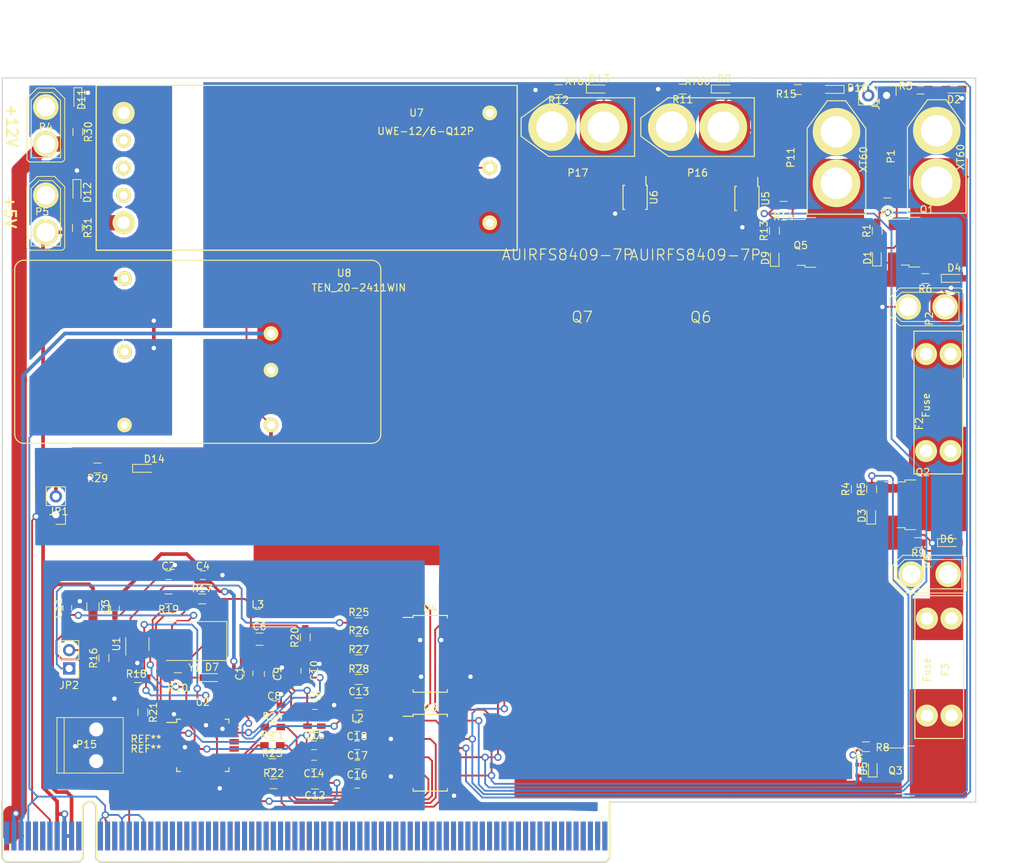
<source format=kicad_pcb>
(kicad_pcb (version 4) (host pcbnew 4.0.7)
  (title_block (title "Power Distributor") (date 2017-04-17) (rev 1.0.1) (company "Zeabus, Kasetsart University"))
  (layers (0 F.Cu signal) (31 B.Cu signal) (34 B.Paste user) (35 F.Paste user) (36 B.SilkS user) (37 F.SilkS user) (38 B.Mask user) (39 F.Mask user) (44 Edge.Cuts user))
  (net 0 "")
  (net 1 GNDD)
  (net 2 +3V3)
  (net 3 "Net-(C2-Pad1)")
  (net 4 VBUS)
  (net 5 "Net-(C5-Pad1)")
  (net 6 "Net-(C7-Pad1)")
  (net 7 "Net-(C9-Pad2)")
  (net 8 "Net-(C10-Pad2)")
  (net 9 "Net-(C11-Pad1)")
  (net 10 "Net-(C12-Pad1)")
  (net 11 "Net-(C13-Pad1)")
  (net 12 +BATT)
  (net 13 GND)
  (net 14 "Net-(CON1-PadA13)")
  (net 15 "Net-(CON1-PadA14)")
  (net 16 "Net-(CON1-PadA16)")
  (net 17 "Net-(CON1-PadA17)")
  (net 18 "Net-(CON1-PadB12)")
  (net 19 /D+)
  (net 20 /D-)
  (net 21 "Net-(CON1-PadB17)")
  (net 22 "Net-(CON1-PadA11)")
  (net 23 "Net-(CON1-PadA1)")
  (net 24 +12V)
  (net 25 GNDREF)
  (net 26 "Net-(CON1-PadA5)")
  (net 27 "Net-(CON1-PadA6)")
  (net 28 "Net-(CON1-PadA7)")
  (net 29 "Net-(CON1-PadA8)")
  (net 30 +5V)
  (net 31 "Net-(CON1-PadB5)")
  (net 32 "Net-(CON1-PadB6)")
  (net 33 "Net-(CON1-PadB9)")
  (net 34 "Net-(CON1-PadB11)")
  (net 35 "Net-(CON1-PadA19)")
  (net 36 "Net-(CON1-PadA20)")
  (net 37 "Net-(CON1-PadA21)")
  (net 38 "Net-(CON1-PadA22)")
  (net 39 "Net-(CON1-PadA23)")
  (net 40 "Net-(CON1-PadA24)")
  (net 41 "Net-(CON1-PadA25)")
  (net 42 "Net-(CON1-PadA26)")
  (net 43 "Net-(CON1-PadA27)")
  (net 44 "Net-(CON1-PadA28)")
  (net 45 "Net-(CON1-PadA29)")
  (net 46 "Net-(CON1-PadA30)")
  (net 47 "Net-(CON1-PadA31)")
  (net 48 "Net-(CON1-PadA32)")
  (net 49 "Net-(CON1-PadB19)")
  (net 50 "Net-(CON1-PadB20)")
  (net 51 "Net-(CON1-PadB21)")
  (net 52 "Net-(CON1-PadB22)")
  (net 53 "Net-(CON1-PadB23)")
  (net 54 "Net-(CON1-PadB24)")
  (net 55 "Net-(CON1-PadB25)")
  (net 56 "Net-(CON1-PadB26)")
  (net 57 "Net-(CON1-PadB27)")
  (net 58 "Net-(CON1-PadB28)")
  (net 59 "Net-(CON1-PadB29)")
  (net 60 "Net-(CON1-PadB30)")
  (net 61 "Net-(CON1-PadB31)")
  (net 62 "Net-(CON1-PadB32)")
  (net 63 "Net-(D1-Pad2)")
  (net 64 "Net-(D2-Pad2)")
  (net 65 "Net-(D3-Pad2)")
  (net 66 "Net-(D4-Pad2)")
  (net 67 "Net-(D5-Pad2)")
  (net 68 "Net-(D6-Pad2)")
  (net 69 "Net-(D8-Pad2)")
  (net 70 "Net-(D9-Pad2)")
  (net 71 "Net-(D10-Pad2)")
  (net 72 "Net-(D11-Pad2)")
  (net 73 "Net-(D12-Pad2)")
  (net 74 "Net-(F2-Pad1)")
  (net 75 "Net-(F2-Pad2)")
  (net 76 "Net-(F3-Pad1)")
  (net 77 "Net-(F3-Pad2)")
  (net 78 /Kill_SW)
  (net 79 "Net-(JP1-Pad2)")
  (net 80 /Power_Controller/D-)
  (net 81 /Power_Controller/D+)
  (net 82 "Net-(P15-Pad4)")
  (net 83 "Net-(Q6-PadG)")
  (net 84 "Net-(Q7-PadG)")
  (net 85 /Power_Controller/SW2_C)
  (net 86 /Power_Controller/SW3_C)
  (net 87 /Power_Controller/SW4_C)
  (net 88 "Net-(R9'1-Pad1)")
  (net 89 "Net-(R9'1-Pad2)")
  (net 90 /Power_Controller/SW1_C)
  (net 91 "Net-(R16-Pad1)")
  (net 92 "Net-(R17-Pad1)")
  (net 93 "Net-(R18-Pad2)")
  (net 94 "Net-(R19-Pad1)")
  (net 95 "Net-(R21-Pad2)")
  (net 96 "Net-(R22-Pad1)")
  (net 97 "Net-(R22-Pad2)")
  (net 98 "Net-(R23-Pad1)")
  (net 99 "Net-(R23-Pad2)")
  (net 100 "Net-(R24-Pad1)")
  (net 101 "Net-(R24-Pad2)")
  (net 102 "Net-(R25-Pad2)")
  (net 103 "Net-(R26-Pad2)")
  (net 104 "Net-(R27-Pad2)")
  (net 105 "Net-(R28-Pad2)")
  (net 106 "Net-(U2-Pad13)")
  (net 107 "Net-(U2-Pad14)")
  (net 108 "Net-(U2-Pad15)")
  (net 109 "Net-(U2-Pad16)")
  (net 110 "Net-(U2-Pad17)")
  (net 111 "Net-(U2-Pad18)")
  (net 112 "Net-(U2-Pad19)")
  (net 113 "Net-(U2-Pad20)")
  (net 114 "Net-(U2-Pad32)")
  (net 115 "Net-(U2-Pad33)")
  (net 116 "Net-(U5-Pad2)")
  (net 117 "Net-(U5-Pad3)")
  (net 118 "Net-(U5-Pad6)")
  (net 119 "Net-(U6-Pad2)")
  (net 120 "Net-(U6-Pad3)")
  (net 121 "Net-(U6-Pad6)")
  (net 122 "Net-(U7-Pad7)")
  (net 123 "Net-(U7-Pad6)")
  (net 124 "Net-(U7-Pad5)")
  (net 125 "Net-(U8-Pad4)")
  (net 126 "Net-(D7-Pad1)")
  (net 127 "Net-(D8-Pad1)")
  (net 128 "Net-(D13-Pad1)")
  (net 129 "Net-(D13-Pad2)")
  (net 130 "Net-(D14-Pad1)")
  (net 131 "Net-(JP2-Pad1)")
  (net 132 "Net-(P1-Pad1)")
  (net 133 "Net-(P11-Pad1)")
  (net 134 "Net-(U2-Pad28)")
  (net 135 "Net-(U2-Pad29)")
  (net 136 "Net-(U2-Pad30)")
  (net 137 "Net-(U2-Pad31)")
  (module mw_inductor (layer F.Cu) (at 67.818 124.841 180)
    (fp_text reference REF** (at -2.9845 -1.254 180) (layer F.SilkS))
    (fp_text value 0)
    (fp_line (start -5.969 -0.508) (end -4.47675 -0.381) (layer F.Cu) (width 0.254))
    (fp_line (start -4.47675 -0.381) (end -4.196053 -0.299904) (layer F.Cu) (width 0.254))
    (fp_line (start -4.196053 -0.299904) (end -3.967758 -0.117564) (layer F.Cu) (width 0.254))
    (fp_line (start -3.967758 -0.117564) (end -3.82662 0.138261) (layer F.Cu) (width 0.254))
    (fp_line (start -3.82662 0.138261) (end -3.794125 0.428625) (layer F.Cu) (width 0.254))
    (fp_line (start -3.794125 0.428625) (end -3.775307 0.207515) (layer F.Cu) (width 0.254))
    (fp_line (start -3.775307 0.207515) (end -3.742812 0.497879) (layer F.Cu) (width 0.254))
    (fp_line (start -3.742812 0.497879) (end -3.601673 0.753704) (layer F.Cu) (width 0.254))
    (fp_line (start -3.601673 0.753704) (end -3.373378 0.936044) (layer F.Cu) (width 0.254))
    (fp_line (start -3.373378 0.936044) (end -3.092682 1.01714) (layer F.Cu) (width 0.254))
    (fp_line (start -3.092682 1.01714) (end -2.802319 0.984645) (layer F.Cu) (width 0.254))
    (fp_line (start -2.802319 0.984645) (end -2.546494 0.843506) (layer F.Cu) (width 0.254))
    (fp_line (start -2.546494 0.843506) (end -2.364153 0.615211) (layer F.Cu) (width 0.254))
    (fp_line (start -2.364153 0.615211) (end -2.283057 0.334515) (layer F.Cu) (width 0.254))
    (fp_line (start -2.283057 0.334515) (end -2.301875 0.555625) (layer F.Cu) (width 0.254))
    (fp_line (start -2.301875 0.555625) (end -2.220779 0.274929) (layer F.Cu) (width 0.254))
    (fp_line (start -2.220779 0.274929) (end -2.038439 0.046634) (layer F.Cu) (width 0.254))
    (fp_line (start -2.038439 0.046634) (end -1.782614 -0.094505) (layer F.Cu) (width 0.254))
    (fp_line (start -1.782614 -0.094505) (end -1.492251 -0.127) (layer F.Cu) (width 0.254))
    (fp_line (start -1.492251 -0.127) (end 0 0) (layer F.Cu) (width 0.254))
    (pad 1 smd circle (at 0 0 180) (size 0.254 0.254) (layers F.Cu))
    (pad 2 smd circle (at -5.969 -0.508 180) (size 0.254 0.254) (layers F.Cu))
  )
  (module mw_inductor (layer F.Cu) (at 73.787 125.857)
    (fp_text reference REF** (at -2.9845 -1.127) (layer F.SilkS))
    (fp_text value 0)
    (fp_line (start -5.969 -0.254) (end -4.476749 -0.1905) (layer F.Cu) (width 0.254))
    (fp_line (start -4.476749 -0.1905) (end -4.193637 -0.121554) (layer F.Cu) (width 0.254))
    (fp_line (start -4.193637 -0.121554) (end -3.958459 0.050486) (layer F.Cu) (width 0.254))
    (fp_line (start -3.958459 0.050486) (end -3.80702 0.299428) (layer F.Cu) (width 0.254))
    (fp_line (start -3.80702 0.299428) (end -3.762375 0.587375) (layer F.Cu) (width 0.254))
    (fp_line (start -3.762375 0.587375) (end -3.753379 0.375977) (layer F.Cu) (width 0.254))
    (fp_line (start -3.753379 0.375977) (end -3.708734 0.663924) (layer F.Cu) (width 0.254))
    (fp_line (start -3.708734 0.663924) (end -3.557294 0.912866) (layer F.Cu) (width 0.254))
    (fp_line (start -3.557294 0.912866) (end -3.322117 1.084906) (layer F.Cu) (width 0.254))
    (fp_line (start -3.322117 1.084906) (end -3.039004 1.153852) (layer F.Cu) (width 0.254))
    (fp_line (start -3.039004 1.153852) (end -2.751058 1.109206) (layer F.Cu) (width 0.254))
    (fp_line (start -2.751058 1.109206) (end -2.502115 0.957767) (layer F.Cu) (width 0.254))
    (fp_line (start -2.502115 0.957767) (end -2.330075 0.72259) (layer F.Cu) (width 0.254))
    (fp_line (start -2.330075 0.72259) (end -2.261129 0.439477) (layer F.Cu) (width 0.254))
    (fp_line (start -2.261129 0.439477) (end -2.270125 0.650875) (layer F.Cu) (width 0.254))
    (fp_line (start -2.270125 0.650875) (end -2.201179 0.367762) (layer F.Cu) (width 0.254))
    (fp_line (start -2.201179 0.367762) (end -2.029139 0.132585) (layer F.Cu) (width 0.254))
    (fp_line (start -2.029139 0.132585) (end -1.780197 -0.018855) (layer F.Cu) (width 0.254))
    (fp_line (start -1.780197 -0.018855) (end -1.49225 -0.0635) (layer F.Cu) (width 0.254))
    (fp_line (start -1.49225 -0.0635) (end 0 0) (layer F.Cu) (width 0.254))
    (pad 1 smd circle (at 0 0) (size 0.254 0.254) (layers F.Cu))
    (pad 2 smd circle (at -5.969 -0.254) (size 0.254 0.254) (layers F.Cu))
  )
  (module Capacitors_SMD:C_0603_HandSoldering (layer F.Cu) (at 100.1395 123.063)
    (fp_text reference L2 (at 0 -1.25) (layer F.SilkS))
    (fp_text value "600R 500mA")
    (pad 1 smd rect (at -0.95 0) (size 1.2 0.75) (layers F.Cu F.Paste F.Mask) (net 2 +3V3))
    (pad 2 smd rect (at 0.95 0) (size 1.2 0.75) (layers F.Cu F.Paste F.Mask) (net 10 "Net-(C12-Pad1)"))
  )
  (module zeabus:SO16_4.4x10.3mm_Pitch1.27mm (layer F.Cu) (at 110.238 112.903)
    (fp_text reference U4 (at 0 -6.25) (layer F.SilkS))
    (fp_text value ACPL-247-500E)
    (pad 1 smd rect (at -3.3 -4.445) (size 1.5 0.6) (layers F.Cu F.Paste F.Mask) (net 102 "Net-(R25-Pad2)"))
    (pad 2 smd rect (at -3.3 -3.175) (size 1.5 0.6) (layers F.Cu F.Paste F.Mask) (net 1 GNDD))
    (pad 3 smd rect (at -3.3 -1.905) (size 1.5 0.6) (layers F.Cu F.Paste F.Mask) (net 103 "Net-(R26-Pad2)"))
    (pad 4 smd rect (at -3.3 -0.635) (size 1.5 0.6) (layers F.Cu F.Paste F.Mask) (net 1 GNDD))
    (pad 5 smd rect (at -3.3 0.635) (size 1.5 0.6) (layers F.Cu F.Paste F.Mask) (net 104 "Net-(R27-Pad2)"))
    (pad 6 smd rect (at -3.3 1.905) (size 1.5 0.6) (layers F.Cu F.Paste F.Mask) (net 1 GNDD))
    (pad 7 smd rect (at -3.3 3.175) (size 1.5 0.6) (layers F.Cu F.Paste F.Mask) (net 105 "Net-(R28-Pad2)"))
    (pad 8 smd rect (at -3.3 4.445) (size 1.5 0.6) (layers F.Cu F.Paste F.Mask) (net 1 GNDD))
    (pad 9 smd rect (at 3.3 4.445) (size 1.5 0.6) (layers F.Cu F.Paste F.Mask) (net 13 GND))
    (pad 10 smd rect (at 3.3 3.175) (size 1.5 0.6) (layers F.Cu F.Paste F.Mask) (net 87 /Power_Controller/SW4_C))
    (pad 11 smd rect (at 3.3 1.905) (size 1.5 0.6) (layers F.Cu F.Paste F.Mask) (net 13 GND))
    (pad 12 smd rect (at 3.3 0.635) (size 1.5 0.6) (layers F.Cu F.Paste F.Mask) (net 86 /Power_Controller/SW3_C))
    (pad 13 smd rect (at 3.3 -0.635) (size 1.5 0.6) (layers F.Cu F.Paste F.Mask) (net 13 GND))
    (pad 14 smd rect (at 3.3 -1.905) (size 1.5 0.6) (layers F.Cu F.Paste F.Mask) (net 85 /Power_Controller/SW2_C))
    (pad 15 smd rect (at 3.3 -3.175) (size 1.5 0.6) (layers F.Cu F.Paste F.Mask) (net 13 GND))
    (pad 16 smd rect (at 3.3 -4.445) (size 1.5 0.6) (layers F.Cu F.Paste F.Mask) (net 90 /Power_Controller/SW1_C))
  )
  (module zeabus:UWE-xxxx (layer F.Cu) (at 118.491 53.086 180)
    (fp_text reference U7 (at 10.16 15.24 360) (layer F.SilkS))
    (fp_text value UWE-12/6-Q12P (at 8.89 12.7 360) (layer F.SilkS))
    (pad 8 thru_hole circle (at 50.8 0 180) (size 3.048 3.048) (drill 1.7272) (layers *.Cu *.Mask F.SilkS) (net 24 +12V))
    (pad 7 thru_hole circle (at 50.8 3.81 180) (size 2.032 2.032) (drill 1.1176) (layers *.Cu *.Mask F.SilkS) (net 122 "Net-(U7-Pad7)"))
    (pad 6 thru_hole circle (at 50.8 7.62 180) (size 2.032 2.032) (drill 1.1176) (layers *.Cu *.Mask F.SilkS) (net 123 "Net-(U7-Pad6)"))
    (pad 5 thru_hole circle (at 50.8 11.43 180) (size 2.032 2.032) (drill 1.1176) (layers *.Cu *.Mask F.SilkS) (net 124 "Net-(U7-Pad5)"))
    (pad 4 thru_hole circle (at 50.8 15.24 180) (size 3.048 3.048) (drill 1.7272) (layers *.Cu *.Mask F.SilkS) (net 25 GNDREF))
    (pad 3 thru_hole circle (at 0 15.24 180) (size 2.032 2.032) (drill 1.1176) (layers *.Cu *.Mask F.SilkS) (net 13 GND))
    (pad 2 thru_hole circle (at 0 7.62 180) (size 2.032 2.032) (drill 1.1176) (layers *.Cu *.Mask F.SilkS) (net 79 "Net-(JP1-Pad2)"))
    (pad 1 thru_hole circle (at 0 0 180) (size 2.032 2.032) (drill 1.1176) (layers *.Cu *.Mask F.SilkS) (net 12 +BATT))
    (pad 1 thru_hole circle (at 0 0 180) (size 2.032 2.032) (drill 1.1176) (layers *.Cu *.Mask F.SilkS) (net 12 +BATT))
    (pad 2 thru_hole circle (at 0 7.62 180) (size 2.032 2.032) (drill 1.1176) (layers *.Cu *.Mask F.SilkS) (net 79 "Net-(JP1-Pad2)"))
    (pad 3 thru_hole circle (at 0 15.24 180) (size 2.032 2.032) (drill 1.1176) (layers *.Cu *.Mask F.SilkS) (net 13 GND))
    (pad 4 thru_hole circle (at 50.8 15.24 180) (size 3.048 3.048) (drill 1.7272) (layers *.Cu *.Mask F.SilkS) (net 25 GNDREF))
    (pad 5 thru_hole circle (at 50.8 11.43 180) (size 2.032 2.032) (drill 1.1176) (layers *.Cu *.Mask F.SilkS) (net 124 "Net-(U7-Pad5)"))
    (pad 6 thru_hole circle (at 50.8 7.62 180) (size 2.032 2.032) (drill 1.1176) (layers *.Cu *.Mask F.SilkS) (net 123 "Net-(U7-Pad6)"))
    (pad 7 thru_hole circle (at 50.8 3.81 180) (size 2.032 2.032) (drill 1.1176) (layers *.Cu *.Mask F.SilkS) (net 122 "Net-(U7-Pad7)"))
    (pad 8 thru_hole circle (at 50.8 0 180) (size 3.048 3.048) (drill 1.7272) (layers *.Cu *.Mask F.SilkS) (net 24 +12V))
  )
  (module zeabus:pcie-x16-edge (layer F.Cu) (at 62.9666 137.57656)
    (fp_text reference CON1 hide)
    (fp_text value Conn-PCIE-x16 hide)
    (pad A12 smd rect (at 1.50114 0.59944) (size 0.70104 4.0005) (layers B.Cu F.Paste F.Mask) (net 25 GNDREF))
    (pad A13 smd rect (at 2.49936 0.59944) (size 0.70104 4.0005) (layers B.Cu F.Paste F.Mask) (net 14 "Net-(CON1-PadA13)"))
    (pad A14 smd rect (at 3.50012 0.59944) (size 0.70104 4.0005) (layers B.Cu F.Paste F.Mask) (net 15 "Net-(CON1-PadA14)"))
    (pad A15 smd rect (at 4.50088 0.59944) (size 0.70104 4.0005) (layers B.Cu F.Paste F.Mask) (net 25 GNDREF))
    (pad A16 smd rect (at 5.4991 0.59944) (size 0.70104 4.0005) (layers B.Cu F.Paste F.Mask) (net 16 "Net-(CON1-PadA16)"))
    (pad A17 smd rect (at 6.49986 0.59944) (size 0.70104 4.0005) (layers B.Cu F.Paste F.Mask) (net 17 "Net-(CON1-PadA17)"))
    (pad A18 smd rect (at 7.50062 0.59944) (size 0.70104 4.0005) (layers B.Cu F.Paste F.Mask) (net 25 GNDREF))
    (pad B12 smd rect (at 1.50114 0.59944) (size 0.70104 4.0005) (layers F.Cu F.Paste F.Mask) (net 18 "Net-(CON1-PadB12)"))
    (pad B13 smd rect (at 2.49936 0.59944) (size 0.70104 4.0005) (layers F.Cu F.Paste F.Mask) (net 25 GNDREF))
    (pad B14 smd rect (at 3.50012 0.59944) (size 0.70104 4.0005) (layers F.Cu F.Paste F.Mask) (net 19 /D+))
    (pad B15 smd rect (at 4.50088 0.59944) (size 0.70104 4.0005) (layers F.Cu F.Paste F.Mask) (net 20 /D-))
    (pad B16 smd rect (at 5.4991 0.59944) (size 0.70104 4.0005) (layers F.Cu F.Paste F.Mask) (net 1 GNDD))
    (pad B17 smd rect (at 6.49986 0.59944) (size 0.70104 4.0005) (layers F.Cu F.Paste F.Mask) (net 21 "Net-(CON1-PadB17)"))
    (pad B18 smd rect (at 7.50062 0.59944) (size 0.70104 4.0005) (layers F.Cu F.Paste F.Mask) (net 25 GNDREF))
    (pad A11 smd rect (at -1.50114 0.59944) (size 0.70104 4.0005) (layers B.Cu F.Paste F.Mask) (net 22 "Net-(CON1-PadA11)"))
    (pad A1 smd rect (at -11.50112 0.20066) (size 0.70104 3.2004) (layers B.Cu F.Paste F.Mask) (net 23 "Net-(CON1-PadA1)"))
    (pad A2 smd rect (at -10.50036 0.59944) (size 0.70104 4.0005) (layers B.Cu F.Paste F.Mask) (net 24 +12V))
    (pad A3 smd rect (at -9.4996 0.59944) (size 0.70104 4.0005) (layers B.Cu F.Paste F.Mask) (net 12 +BATT))
    (pad A4 smd rect (at -8.49884 0.59944) (size 0.70104 4.0005) (layers B.Cu F.Paste F.Mask) (net 25 GNDREF))
    (pad A5 smd rect (at -7.50062 0.59944) (size 0.70104 4.0005) (layers B.Cu F.Paste F.Mask) (net 26 "Net-(CON1-PadA5)"))
    (pad A6 smd rect (at -6.49986 0.59944) (size 0.70104 4.0005) (layers B.Cu F.Paste F.Mask) (net 27 "Net-(CON1-PadA6)"))
    (pad A7 smd rect (at -5.4991 0.59944) (size 0.70104 4.0005) (layers B.Cu F.Paste F.Mask) (net 28 "Net-(CON1-PadA7)"))
    (pad A8 smd rect (at -4.50088 0.59944) (size 0.70104 4.0005) (layers B.Cu F.Paste F.Mask) (net 29 "Net-(CON1-PadA8)"))
    (pad A9 smd rect (at -3.50012 0.59944) (size 0.70104 4.0005) (layers B.Cu F.Paste F.Mask) (net 30 +5V))
    (pad A10 smd rect (at -2.49936 0.59944) (size 0.70104 4.0005) (layers B.Cu F.Paste F.Mask) (net 30 +5V))
    (pad B1 smd rect (at -11.50112 0.59944) (size 0.70104 4.0005) (layers F.Cu F.Paste F.Mask) (net 24 +12V))
    (pad B2 smd rect (at -10.50036 0.59944) (size 0.70104 4.0005) (layers F.Cu F.Paste F.Mask) (net 24 +12V))
    (pad B3 smd rect (at -9.4996 0.59944) (size 0.70104 4.0005) (layers F.Cu F.Paste F.Mask) (net 24 +12V))
    (pad B4 smd rect (at -8.49884 0.59944) (size 0.70104 4.0005) (layers F.Cu F.Paste F.Mask) (net 25 GNDREF))
    (pad B5 smd rect (at -7.50062 0.59944) (size 0.70104 4.0005) (layers F.Cu F.Paste F.Mask) (net 31 "Net-(CON1-PadB5)"))
    (pad B6 smd rect (at -6.49986 0.59944) (size 0.70104 4.0005) (layers F.Cu F.Paste F.Mask) (net 32 "Net-(CON1-PadB6)"))
    (pad B7 smd rect (at -5.4991 0.59944) (size 0.70104 4.0005) (layers F.Cu F.Paste F.Mask) (net 13 GND))
    (pad B8 smd rect (at -4.50088 0.59944) (size 0.70104 4.0005) (layers F.Cu F.Paste F.Mask) (net 30 +5V))
    (pad B9 smd rect (at -3.50012 0.59944) (size 0.70104 4.0005) (layers F.Cu F.Paste F.Mask) (net 33 "Net-(CON1-PadB9)"))
    (pad B10 smd rect (at -2.49936 0.59944) (size 0.70104 4.0005) (layers F.Cu F.Paste F.Mask) (net 4 VBUS))
    (pad B11 smd rect (at -1.50114 0.59944) (size 0.70104 4.0005) (layers F.Cu F.Paste F.Mask) (net 34 "Net-(CON1-PadB11)"))
    (pad A19 smd rect (at 8.49884 0.59944) (size 0.70104 4.0005) (layers B.Cu F.Paste F.Mask) (net 35 "Net-(CON1-PadA19)"))
    (pad A20 smd rect (at 9.4996 0.59944) (size 0.70104 4.0005) (layers B.Cu F.Paste F.Mask) (net 36 "Net-(CON1-PadA20)"))
    (pad A21 smd rect (at 10.50036 0.59944) (size 0.70104 4.0005) (layers B.Cu F.Paste F.Mask) (net 37 "Net-(CON1-PadA21)"))
    (pad A22 smd rect (at 11.50112 0.59944) (size 0.70104 4.0005) (layers B.Cu F.Paste F.Mask) (net 38 "Net-(CON1-PadA22)"))
    (pad A23 smd rect (at 12.49934 0.59944) (size 0.70104 4.0005) (layers B.Cu F.Paste F.Mask) (net 39 "Net-(CON1-PadA23)"))
    (pad A24 smd rect (at 13.5001 0.59944) (size 0.70104 4.0005) (layers B.Cu F.Paste F.Mask) (net 40 "Net-(CON1-PadA24)"))
    (pad A25 smd rect (at 14.50086 0.59944) (size 0.70104 4.0005) (layers B.Cu F.Paste F.Mask) (net 41 "Net-(CON1-PadA25)"))
    (pad A26 smd rect (at 15.49908 0.59944) (size 0.70104 4.0005) (layers B.Cu F.Paste F.Mask) (net 42 "Net-(CON1-PadA26)"))
    (pad A27 smd rect (at 16.49984 0.59944) (size 0.70104 4.0005) (layers B.Cu F.Paste F.Mask) (net 43 "Net-(CON1-PadA27)"))
    (pad A28 smd rect (at 17.5006 0.59944) (size 0.70104 4.0005) (layers B.Cu F.Paste F.Mask) (net 44 "Net-(CON1-PadA28)"))
    (pad A29 smd rect (at 18.49882 0.59944) (size 0.70104 4.0005) (layers B.Cu F.Paste F.Mask) (net 45 "Net-(CON1-PadA29)"))
    (pad A30 smd rect (at 19.49958 0.59944) (size 0.70104 4.0005) (layers B.Cu F.Paste F.Mask) (net 46 "Net-(CON1-PadA30)"))
    (pad A31 smd rect (at 20.50034 0.59944) (size 0.70104 4.0005) (layers B.Cu F.Paste F.Mask) (net 47 "Net-(CON1-PadA31)"))
    (pad A32 smd rect (at 21.5011 0.59944) (size 0.70104 4.0005) (layers B.Cu F.Paste F.Mask) (net 48 "Net-(CON1-PadA32)"))
    (pad B19 smd rect (at 8.49884 0.59944) (size 0.70104 4.0005) (layers F.Cu F.Paste F.Mask) (net 49 "Net-(CON1-PadB19)"))
    (pad B20 smd rect (at 9.4996 0.59944) (size 0.70104 4.0005) (layers F.Cu F.Paste F.Mask) (net 50 "Net-(CON1-PadB20)"))
    (pad B21 smd rect (at 10.50036 0.59944) (size 0.70104 4.0005) (layers F.Cu F.Paste F.Mask) (net 51 "Net-(CON1-PadB21)"))
    (pad B22 smd rect (at 11.50112 0.59944) (size 0.70104 4.0005) (layers F.Cu F.Paste F.Mask) (net 52 "Net-(CON1-PadB22)"))
    (pad B23 smd rect (at 12.49934 0.59944) (size 0.70104 4.0005) (layers F.Cu F.Paste F.Mask) (net 53 "Net-(CON1-PadB23)"))
    (pad B24 smd rect (at 13.5001 0.59944) (size 0.70104 4.0005) (layers F.Cu F.Paste F.Mask) (net 54 "Net-(CON1-PadB24)"))
    (pad B25 smd rect (at 14.50086 0.59944) (size 0.70104 4.0005) (layers F.Cu F.Paste F.Mask) (net 55 "Net-(CON1-PadB25)"))
    (pad B26 smd rect (at 15.49908 0.59944) (size 0.70104 4.0005) (layers F.Cu F.Paste F.Mask) (net 56 "Net-(CON1-PadB26)"))
    (pad B27 smd rect (at 16.49984 0.59944) (size 0.70104 4.0005) (layers F.Cu F.Paste F.Mask) (net 57 "Net-(CON1-PadB27)"))
    (pad B28 smd rect (at 17.5006 0.59944) (size 0.70104 4.0005) (layers F.Cu F.Paste F.Mask) (net 58 "Net-(CON1-PadB28)"))
    (pad B29 smd rect (at 18.49882 0.59944) (size 0.70104 4.0005) (layers F.Cu F.Paste F.Mask) (net 59 "Net-(CON1-PadB29)"))
    (pad B30 smd rect (at 19.49958 0.59944) (size 0.70104 4.0005) (layers F.Cu F.Paste F.Mask) (net 60 "Net-(CON1-PadB30)"))
    (pad B31 smd rect (at 20.50034 0.59944) (size 0.70104 4.0005) (layers F.Cu F.Paste F.Mask) (net 61 "Net-(CON1-PadB31)"))
    (pad B32 smd rect (at 21.5011 0.59944) (size 0.70104 4.0005) (layers F.Cu F.Paste F.Mask) (net 62 "Net-(CON1-PadB32)"))
    (pad B33 smd rect (at 22.49932 0.59944) (size 0.70104 4.0005) (layers F.Cu F.Paste F.Mask))
    (pad B34 smd rect (at 23.50008 0.59944) (size 0.70104 4.0005) (layers F.Cu F.Paste F.Mask))
    (pad B35 smd rect (at 24.50084 0.59944) (size 0.70104 4.0005) (layers F.Cu F.Paste F.Mask))
    (pad B36 smd rect (at 25.49906 0.59944) (size 0.70104 4.0005) (layers F.Cu F.Paste F.Mask))
    (pad B37 smd rect (at 26.49982 0.59944) (size 0.70104 4.0005) (layers F.Cu F.Paste F.Mask))
    (pad B38 smd rect (at 27.50058 0.59944) (size 0.70104 4.0005) (layers F.Cu F.Paste F.Mask))
    (pad B39 smd rect (at 28.4988 0.59944) (size 0.70104 4.0005) (layers F.Cu F.Paste F.Mask))
    (pad B40 smd rect (at 29.49956 0.59944) (size 0.70104 4.0005) (layers F.Cu F.Paste F.Mask))
    (pad B41 smd rect (at 30.50032 0.59944) (size 0.70104 4.0005) (layers F.Cu F.Paste F.Mask))
    (pad B42 smd rect (at 31.50108 0.59944) (size 0.70104 4.0005) (layers F.Cu F.Paste F.Mask))
    (pad B43 smd rect (at 32.4993 0.59944) (size 0.70104 4.0005) (layers F.Cu F.Paste F.Mask))
    (pad B44 smd rect (at 33.50006 0.59944) (size 0.70104 4.0005) (layers F.Cu F.Paste F.Mask))
    (pad B45 smd rect (at 34.50082 0.59944) (size 0.70104 4.0005) (layers F.Cu F.Paste F.Mask))
    (pad B46 smd rect (at 35.49904 0.59944) (size 0.70104 4.0005) (layers F.Cu F.Paste F.Mask))
    (pad B47 smd rect (at 36.4998 0.59944) (size 0.70104 4.0005) (layers F.Cu F.Paste F.Mask))
    (pad B48 smd rect (at 37.50056 0.59944) (size 0.70104 4.0005) (layers F.Cu F.Paste F.Mask))
    (pad B49 smd rect (at 38.49878 0.59944) (size 0.70104 4.0005) (layers F.Cu F.Paste F.Mask))
    (pad A33 smd rect (at 22.49932 0.59944) (size 0.70104 4.0005) (layers B.Cu F.Paste F.Mask))
    (pad A34 smd rect (at 23.50008 0.59944) (size 0.70104 4.0005) (layers B.Cu F.Paste F.Mask))
    (pad A35 smd rect (at 24.50084 0.59944) (size 0.70104 4.0005) (layers B.Cu F.Paste F.Mask))
    (pad A36 smd rect (at 25.49906 0.59944) (size 0.70104 4.0005) (layers B.Cu F.Paste F.Mask))
    (pad A37 smd rect (at 26.49982 0.59944) (size 0.70104 4.0005) (layers B.Cu F.Paste F.Mask))
    (pad A38 smd rect (at 27.50058 0.59944) (size 0.70104 4.0005) (layers B.Cu F.Paste F.Mask))
    (pad A39 smd rect (at 28.4988 0.59944) (size 0.70104 4.0005) (layers B.Cu F.Paste F.Mask))
    (pad A40 smd rect (at 29.49956 0.59944) (size 0.70104 4.0005) (layers B.Cu F.Paste F.Mask))
    (pad A41 smd rect (at 30.50032 0.59944) (size 0.70104 4.0005) (layers B.Cu F.Paste F.Mask))
    (pad A42 smd rect (at 31.50108 0.59944) (size 0.70104 4.0005) (layers B.Cu F.Paste F.Mask))
    (pad A43 smd rect (at 32.4993 0.59944) (size 0.70104 4.0005) (layers B.Cu F.Paste F.Mask))
    (pad A44 smd rect (at 33.50006 0.59944) (size 0.70104 4.0005) (layers B.Cu F.Paste F.Mask))
    (pad A45 smd rect (at 34.50082 0.59944) (size 0.70104 4.0005) (layers B.Cu F.Paste F.Mask))
    (pad A46 smd rect (at 35.49904 0.59944) (size 0.70104 4.0005) (layers B.Cu F.Paste F.Mask))
    (pad A47 smd rect (at 36.4998 0.59944) (size 0.70104 4.0005) (layers B.Cu F.Paste F.Mask))
    (pad A48 smd rect (at 37.50056 0.59944) (size 0.70104 4.0005) (layers B.Cu F.Paste F.Mask))
    (pad A49 smd rect (at 38.49878 0.59944) (size 0.70104 4.0005) (layers B.Cu F.Paste F.Mask))
    (pad A50 smd rect (at 39.49954 0.59944) (size 0.70104 4.0005) (layers B.Cu F.Paste F.Mask))
    (pad A51 smd rect (at 40.5003 0.59944) (size 0.70104 4.0005) (layers B.Cu F.Paste F.Mask))
    (pad A52 smd rect (at 41.50106 0.59944) (size 0.70104 4.0005) (layers B.Cu F.Paste F.Mask))
    (pad A53 smd rect (at 42.49928 0.59944) (size 0.70104 4.0005) (layers B.Cu F.Paste F.Mask))
    (pad A54 smd rect (at 43.50004 0.59944) (size 0.70104 4.0005) (layers B.Cu F.Paste F.Mask))
    (pad A55 smd rect (at 44.5008 0.59944) (size 0.70104 4.0005) (layers B.Cu F.Paste F.Mask))
    (pad A56 smd rect (at 45.49902 0.59944) (size 0.70104 4.0005) (layers B.Cu F.Paste F.Mask))
    (pad A57 smd rect (at 46.49978 0.59944) (size 0.70104 4.0005) (layers B.Cu F.Paste F.Mask))
    (pad A58 smd rect (at 47.50054 0.59944) (size 0.70104 4.0005) (layers B.Cu F.Paste F.Mask))
    (pad A59 smd rect (at 48.49876 0.59944) (size 0.70104 4.0005) (layers B.Cu F.Paste F.Mask))
    (pad A60 smd rect (at 49.49952 0.59944) (size 0.70104 4.0005) (layers B.Cu F.Paste F.Mask))
    (pad A61 smd rect (at 50.50028 0.59944) (size 0.70104 4.0005) (layers B.Cu F.Paste F.Mask))
    (pad A62 smd rect (at 51.50104 0.59944) (size 0.70104 4.0005) (layers B.Cu F.Paste F.Mask))
    (pad A63 smd rect (at 52.49926 0.59944) (size 0.70104 4.0005) (layers B.Cu F.Paste F.Mask))
    (pad A64 smd rect (at 53.50002 0.59944) (size 0.70104 4.0005) (layers B.Cu F.Paste F.Mask))
    (pad A65 smd rect (at 54.50078 0.59944) (size 0.70104 4.0005) (layers B.Cu F.Paste F.Mask))
    (pad A66 smd rect (at 55.499 0.59944) (size 0.70104 4.0005) (layers B.Cu F.Paste F.Mask))
    (pad A67 smd rect (at 56.49976 0.59944) (size 0.70104 4.0005) (layers B.Cu F.Paste F.Mask))
    (pad A68 smd rect (at 57.50052 0.59944) (size 0.70104 4.0005) (layers B.Cu F.Paste F.Mask))
    (pad A69 smd rect (at 58.49874 0.59944) (size 0.70104 4.0005) (layers B.Cu F.Paste F.Mask))
    (pad A70 smd rect (at 59.4995 0.59944) (size 0.70104 4.0005) (layers B.Cu F.Paste F.Mask))
    (pad A71 smd rect (at 60.50026 0.59944) (size 0.70104 4.0005) (layers B.Cu F.Paste F.Mask))
    (pad A72 smd rect (at 61.50102 0.59944) (size 0.70104 4.0005) (layers B.Cu F.Paste F.Mask))
    (pad A73 smd rect (at 62.49924 0.59944) (size 0.70104 4.0005) (layers B.Cu F.Paste F.Mask))
    (pad A74 smd rect (at 63.5 0.59944) (size 0.70104 4.0005) (layers B.Cu F.Paste F.Mask))
    (pad A75 smd rect (at 64.50076 0.59944) (size 0.70104 4.0005) (layers B.Cu F.Paste F.Mask))
    (pad A76 smd rect (at 65.49898 0.59944) (size 0.70104 4.0005) (layers B.Cu F.Paste F.Mask))
    (pad A77 smd rect (at 66.49974 0.59944) (size 0.70104 4.0005) (layers B.Cu F.Paste F.Mask))
    (pad A78 smd rect (at 67.5005 0.59944) (size 0.70104 4.0005) (layers B.Cu F.Paste F.Mask))
    (pad A79 smd rect (at 68.50126 0.59944) (size 0.70104 4.0005) (layers B.Cu F.Paste F.Mask))
    (pad A80 smd rect (at 69.49948 0.59944) (size 0.70104 4.0005) (layers B.Cu F.Paste F.Mask))
    (pad A81 smd rect (at 70.50024 0.59944) (size 0.70104 4.0005) (layers B.Cu F.Paste F.Mask))
    (pad A82 smd rect (at 71.501 0.59944) (size 0.70104 4.0005) (layers B.Cu F.Paste F.Mask))
    (pad B50 smd rect (at 39.49954 0.59944) (size 0.70104 4.0005) (layers F.Cu F.Paste F.Mask))
    (pad B51 smd rect (at 40.5003 0.59944) (size 0.70104 4.0005) (layers F.Cu F.Paste F.Mask))
    (pad B52 smd rect (at 41.50106 0.59944) (size 0.70104 4.0005) (layers F.Cu F.Paste F.Mask))
    (pad B53 smd rect (at 42.49928 0.59944) (size 0.70104 4.0005) (layers F.Cu F.Paste F.Mask))
    (pad B54 smd rect (at 43.50004 0.59944) (size 0.70104 4.0005) (layers F.Cu F.Paste F.Mask))
    (pad B55 smd rect (at 44.5008 0.59944) (size 0.70104 4.0005) (layers F.Cu F.Paste F.Mask))
    (pad B56 smd rect (at 45.49902 0.59944) (size 0.70104 4.0005) (layers F.Cu F.Paste F.Mask))
    (pad B57 smd rect (at 46.49978 0.59944) (size 0.70104 4.0005) (layers F.Cu F.Paste F.Mask))
    (pad B58 smd rect (at 47.50054 0.59944) (size 0.70104 4.0005) (layers F.Cu F.Paste F.Mask))
    (pad B59 smd rect (at 48.49876 0.59944) (size 0.70104 4.0005) (layers F.Cu F.Paste F.Mask))
    (pad B60 smd rect (at 49.49952 0.59944) (size 0.70104 4.0005) (layers F.Cu F.Paste F.Mask))
    (pad B61 smd rect (at 50.50028 0.59944) (size 0.70104 4.0005) (layers F.Cu F.Paste F.Mask))
    (pad B62 smd rect (at 51.50104 0.59944) (size 0.70104 4.0005) (layers F.Cu F.Paste F.Mask))
    (pad B63 smd rect (at 52.49926 0.59944) (size 0.70104 4.0005) (layers F.Cu F.Paste F.Mask))
    (pad B64 smd rect (at 53.50002 0.59944) (size 0.70104 4.0005) (layers F.Cu F.Paste F.Mask))
    (pad B65 smd rect (at 54.50078 0.59944) (size 0.70104 4.0005) (layers F.Cu F.Paste F.Mask))
    (pad B66 smd rect (at 55.499 0.59944) (size 0.70104 4.0005) (layers F.Cu F.Paste F.Mask))
    (pad B67 smd rect (at 56.49976 0.59944) (size 0.70104 4.0005) (layers F.Cu F.Paste F.Mask))
    (pad B68 smd rect (at 57.50052 0.59944) (size 0.70104 4.0005) (layers F.Cu F.Paste F.Mask))
    (pad B69 smd rect (at 58.49874 0.59944) (size 0.70104 4.0005) (layers F.Cu F.Paste F.Mask))
    (pad B70 smd rect (at 59.4995 0.59944) (size 0.70104 4.0005) (layers F.Cu F.Paste F.Mask))
    (pad B71 smd rect (at 60.50026 0.59944) (size 0.70104 4.0005) (layers F.Cu F.Paste F.Mask))
    (pad B72 smd rect (at 61.50102 0.59944) (size 0.70104 4.0005) (layers F.Cu F.Paste F.Mask))
    (pad B73 smd rect (at 62.49924 0.59944) (size 0.70104 4.0005) (layers F.Cu F.Paste F.Mask))
    (pad B74 smd rect (at 63.5 0.59944) (size 0.70104 4.0005) (layers F.Cu F.Paste F.Mask))
    (pad B75 smd rect (at 64.50076 0.59944) (size 0.70104 4.0005) (layers F.Cu F.Paste F.Mask))
    (pad B76 smd rect (at 65.49898 0.59944) (size 0.70104 4.0005) (layers F.Cu F.Paste F.Mask))
    (pad B77 smd rect (at 66.49974 0.59944) (size 0.70104 4.0005) (layers F.Cu F.Paste F.Mask))
    (pad B78 smd rect (at 67.5005 0.59944) (size 0.70104 4.0005) (layers F.Cu F.Paste F.Mask))
    (pad B79 smd rect (at 68.50126 0.59944) (size 0.70104 4.0005) (layers F.Cu F.Paste F.Mask))
    (pad B80 smd rect (at 69.49948 0.59944) (size 0.70104 4.0005) (layers F.Cu F.Paste F.Mask))
    (pad B81 smd rect (at 70.50024 0.20066) (size 0.70104 3.2004) (layers F.Cu F.Paste F.Mask))
    (pad B82 smd rect (at 71.501 0.59944) (size 0.70104 4.0005) (layers F.Cu F.Paste F.Mask))
  )
  (module zeabus:TEN_20WIN (layer F.Cu) (at 88.138 68.453 180)
    (fp_text reference U8 (at -10.16 8.382 180) (layer F.SilkS))
    (fp_text value TEN_20-2411WIN (at -12.192 6.35 360) (layer F.SilkS))
    (pad 1 thru_hole circle (at 0 0 180) (size 2.032 2.032) (drill 1.1176) (layers *.Cu *.Mask F.SilkS) (net 12 +BATT))
    (pad 2 thru_hole circle (at 0 -5.08 180) (size 2.032 2.032) (drill 1.1176) (layers *.Cu *.Mask F.SilkS) (net 13 GND))
    (pad 3 thru_hole circle (at 20.32 7.62 180) (size 2.032 2.032) (drill 1.1176) (layers *.Cu *.Mask F.SilkS) (net 30 +5V))
    (pad 4 thru_hole circle (at 20.32 -2.54 180) (size 2.032 2.032) (drill 1.1176) (layers *.Cu *.Mask F.SilkS) (net 125 "Net-(U8-Pad4)"))
    (pad 5 thru_hole circle (at 20.32 -12.7 180) (size 2.032 2.032) (drill 1.1176) (layers *.Cu *.Mask F.SilkS) (net 25 GNDREF))
    (pad 6 thru_hole circle (at 0 -12.7 180) (size 2.032 2.032) (drill 1.1176) (layers *.Cu *.Mask F.SilkS) (net 79 "Net-(JP1-Pad2)"))
  )
  (module zeabus:SO16_4.4x10.3mm_Pitch1.27mm (layer F.Cu) (at 110.234 126.619)
    (fp_text reference U3 (at 0 -6.25) (layer F.SilkS))
    (fp_text value ACPL-247-500E)
    (pad 1 smd rect (at -3.3 -4.445) (size 1.5 0.6) (layers F.Cu F.Paste F.Mask) (net 97 "Net-(R22-Pad2)"))
    (pad 2 smd rect (at -3.3 -3.175) (size 1.5 0.6) (layers F.Cu F.Paste F.Mask) (net 1 GNDD))
    (pad 3 smd rect (at -3.3 -1.905) (size 1.5 0.6) (layers F.Cu F.Paste F.Mask) (net 99 "Net-(R23-Pad2)"))
    (pad 4 smd rect (at -3.3 -0.635) (size 1.5 0.6) (layers F.Cu F.Paste F.Mask) (net 1 GNDD))
    (pad 5 smd rect (at -3.3 0.635) (size 1.5 0.6) (layers F.Cu F.Paste F.Mask) (net 89 "Net-(R9'1-Pad2)"))
    (pad 6 smd rect (at -3.3 1.905) (size 1.5 0.6) (layers F.Cu F.Paste F.Mask) (net 1 GNDD))
    (pad 7 smd rect (at -3.3 3.175) (size 1.5 0.6) (layers F.Cu F.Paste F.Mask) (net 101 "Net-(R24-Pad2)"))
    (pad 8 smd rect (at -3.3 4.445) (size 1.5 0.6) (layers F.Cu F.Paste F.Mask) (net 1 GNDD))
    (pad 9 smd rect (at 3.3 4.445) (size 1.5 0.6) (layers F.Cu F.Paste F.Mask) (net 13 GND))
    (pad 10 smd rect (at 3.3 3.175) (size 1.5 0.6) (layers F.Cu F.Paste F.Mask) (net 87 /Power_Controller/SW4_C))
    (pad 11 smd rect (at 3.3 1.905) (size 1.5 0.6) (layers F.Cu F.Paste F.Mask) (net 13 GND))
    (pad 12 smd rect (at 3.3 0.635) (size 1.5 0.6) (layers F.Cu F.Paste F.Mask) (net 86 /Power_Controller/SW3_C))
    (pad 13 smd rect (at 3.3 -0.635) (size 1.5 0.6) (layers F.Cu F.Paste F.Mask) (net 78 /Kill_SW))
    (pad 14 smd rect (at 3.3 -1.905) (size 1.5 0.6) (layers F.Cu F.Paste F.Mask) (net 85 /Power_Controller/SW2_C))
    (pad 15 smd rect (at 3.3 -3.175) (size 1.5 0.6) (layers F.Cu F.Paste F.Mask) (net 78 /Kill_SW))
    (pad 16 smd rect (at 3.3 -4.445) (size 1.5 0.6) (layers F.Cu F.Paste F.Mask) (net 90 /Power_Controller/SW1_C))
  )
  (module Resistors_SMD:R_0603_HandSoldering (layer F.Cu) (at 61.341 40.47 270)
    (fp_text reference R30 (at 0 -1.45 270) (layer F.SilkS))
    (fp_text value 1k)
    (pad 1 smd rect (at -1.1 0 270) (size 1.2 0.9) (layers F.Cu F.Paste F.Mask) (net 72 "Net-(D11-Pad2)"))
    (pad 2 smd rect (at 1.1 0 270) (size 1.2 0.9) (layers F.Cu F.Paste F.Mask) (net 24 +12V))
  )
  (module Resistors_SMD:R_0603_HandSoldering (layer F.Cu) (at 61.2775 53.7845 270)
    (fp_text reference R31 (at 0 -1.45 270) (layer F.SilkS))
    (fp_text value 1k)
    (pad 1 smd rect (at -1.1 0 270) (size 1.2 0.9) (layers F.Cu F.Paste F.Mask) (net 73 "Net-(D12-Pad2)"))
    (pad 2 smd rect (at 1.1 0 270) (size 1.2 0.9) (layers F.Cu F.Paste F.Mask) (net 30 +5V))
  )
  (module Pin_Headers:Pin_Header_Straight_1x02_Pitch2.54mm (layer F.Cu) (at 58.293 93.599 180)
    (fp_text reference JP1 (at -0.381 0.4445 180) (layer F.SilkS))
    (fp_text value "Main Switch (N.O.)")
    (pad 1 thru_hole rect (at 0 0 180) (size 1.7 1.7) (drill 1) (layers *.Cu *.Mask) (net 13 GND))
    (pad 2 thru_hole oval (at 0 2.54 180) (size 1.7 1.7) (drill 1) (layers *.Cu *.Mask) (net 79 "Net-(JP1-Pad2)"))
  )
  (module LEDs:LED_0603_HandSoldering (layer F.Cu) (at 61.214 48.895 270)
    (fp_text reference D12 (at 0 -1.45 270) (layer F.SilkS))
    (fp_text value Led_Small)
    (pad 1 smd rect (at -1.1 0 270) (size 1.2 0.9) (layers F.Cu F.Paste F.Mask) (net 25 GNDREF))
    (pad 2 smd rect (at 1.1 0 270) (size 1.2 0.9) (layers F.Cu F.Paste F.Mask) (net 73 "Net-(D12-Pad2)"))
  )
  (module Resistors_SMD:R_0603_HandSoldering (layer F.Cu) (at 75.2045 116.205 180)
    (fp_text reference R10 (at 0 -1.45 180) (layer F.SilkS))
    (fp_text value 1k)
    (pad 1 smd rect (at -1.1 0 180) (size 1.2 0.9) (layers F.Cu F.Paste F.Mask) (net 126 "Net-(D7-Pad1)"))
    (pad 2 smd rect (at 1.1 0 180) (size 1.2 0.9) (layers F.Cu F.Paste F.Mask) (net 1 GNDD))
  )
  (module Pin_Headers:Pin_Header_Straight_1x02_Pitch2.54mm (layer F.Cu) (at 173.55312 35.41776 270)
    (fp_text reference J1 (at 1.18872 1.48336 270) (layer F.SilkS))
    (fp_text value Thruster_Off_Switch)
    (pad 1 thru_hole rect (at 0 0 270) (size 1.7 1.7) (drill 1) (layers *.Cu *.Mask) (net 13 GND))
    (pad 2 thru_hole oval (at 0 2.54 270) (size 1.7 1.7) (drill 1) (layers *.Cu *.Mask) (net 78 /Kill_SW))
  )
  (module LEDs:LED_0603_HandSoldering (layer F.Cu) (at 61.341 36.152 270)
    (fp_text reference D11 (at -0.17 -0.508 270) (layer F.SilkS))
    (fp_text value Led_Small)
    (pad 1 smd rect (at -1.1 0 270) (size 1.2 0.9) (layers F.Cu F.Paste F.Mask) (net 25 GNDREF))
    (pad 2 smd rect (at 1.1 0 270) (size 1.2 0.9) (layers F.Cu F.Paste F.Mask) (net 72 "Net-(D11-Pad2)"))
  )
  (module zeabus:XT30 (layer F.Cu) (at 56.896 39.8272)
    (fp_text reference P4 (at 0 0) (layer F.SilkS))
    (fp_text value XT30)
    (pad 2 thru_hole circle (at 0 -2.794) (size 3.556 3.556) (drill 2.54) (layers *.Cu *.Mask F.SilkS) (net 25 GNDREF))
    (pad 1 thru_hole circle (at 0 2.3368) (size 3.556 3.556) (drill 2.6416) (layers *.Cu *.Mask F.SilkS) (net 24 +12V))
  )
  (module LEDs:LED_0603_HandSoldering (layer F.Cu) (at 79.9465 116.205)
    (fp_text reference D7 (at 0 -1.45) (layer F.SilkS))
    (fp_text value LED_Small)
    (pad 1 smd rect (at -1.1 0) (size 1.2 0.9) (layers F.Cu F.Paste F.Mask) (net 126 "Net-(D7-Pad1)"))
    (pad 2 smd rect (at 1.1 0) (size 1.2 0.9) (layers F.Cu F.Paste F.Mask) (net 4 VBUS))
  )
  (module zeabus:XT30 (layer F.Cu) (at 56.896 52.07)
    (fp_text reference P5 (at -0.508 -0.508) (layer F.SilkS))
    (fp_text value XT30)
    (pad 2 thru_hole circle (at 0 -2.794) (size 3.556 3.556) (drill 2.54) (layers *.Cu *.Mask F.SilkS) (net 25 GNDREF))
    (pad 1 thru_hole circle (at 0 2.3368) (size 3.556 3.556) (drill 2.6416) (layers *.Cu *.Mask F.SilkS) (net 30 +5V))
  )
  (module Capacitors_SMD:C_0603_HandSoldering (layer F.Cu) (at 85.0265 115.631 90)
    (fp_text reference C1 (at 0 -1.25 90) (layer F.SilkS))
    (fp_text value 100nF)
    (pad 1 smd rect (at -0.95 0 90) (size 1.2 0.75) (layers F.Cu F.Paste F.Mask) (net 2 +3V3))
    (pad 2 smd rect (at 0.95 0 90) (size 1.2 0.75) (layers F.Cu F.Paste F.Mask) (net 1 GNDD))
  )
  (module Capacitors_SMD:C_0603_HandSoldering (layer F.Cu) (at 73.9165 101.981)
    (fp_text reference C2 (at 0 -1.25) (layer F.SilkS))
    (fp_text value 100nF)
    (pad 1 smd rect (at -0.95 0) (size 1.2 0.75) (layers F.Cu F.Paste F.Mask) (net 3 "Net-(C2-Pad1)"))
    (pad 2 smd rect (at 0.95 0) (size 1.2 0.75) (layers F.Cu F.Paste F.Mask) (net 1 GNDD))
  )
  (module Capacitors_SMD:C_0805_HandSoldering (layer F.Cu) (at 63.4365 106.299 270)
    (fp_text reference C3 (at 0 -1.75 270) (layer F.SilkS))
    (fp_text value 4.7uF)
    (pad 1 smd rect (at -1.25 0 270) (size 1.5 1.25) (layers F.Cu F.Paste F.Mask) (net 4 VBUS))
    (pad 2 smd rect (at 1.25 0 270) (size 1.5 1.25) (layers F.Cu F.Paste F.Mask) (net 1 GNDD))
  )
  (module Capacitors_SMD:C_0603_HandSoldering (layer F.Cu) (at 78.682824 101.981)
    (fp_text reference C4 (at 0 -1.25) (layer F.SilkS))
    (fp_text value 100nF)
    (pad 1 smd rect (at -0.95 0) (size 1.2 0.75) (layers F.Cu F.Paste F.Mask) (net 4 VBUS))
    (pad 2 smd rect (at 0.95 0) (size 1.2 0.75) (layers F.Cu F.Paste F.Mask) (net 1 GNDD))
  )
  (module Capacitors_SMD:C_0603_HandSoldering (layer F.Cu) (at 94.2365 120.015)
    (fp_text reference C5 (at 0 -1.25) (layer F.SilkS))
    (fp_text value 100nF)
    (pad 1 smd rect (at -0.95 0) (size 1.2 0.75) (layers F.Cu F.Paste F.Mask) (net 5 "Net-(C5-Pad1)"))
    (pad 2 smd rect (at 0.95 0) (size 1.2 0.75) (layers F.Cu F.Paste F.Mask) (net 1 GNDD))
  )
  (module Capacitors_SMD:C_0805_HandSoldering (layer F.Cu) (at 86.5505 110.871)
    (fp_text reference C6 (at 0 -1.75) (layer F.SilkS))
    (fp_text value 4.7uF)
    (pad 1 smd rect (at -1.25 0) (size 1.5 1.25) (layers F.Cu F.Paste F.Mask) (net 2 +3V3))
    (pad 2 smd rect (at 1.25 0) (size 1.5 1.25) (layers F.Cu F.Paste F.Mask) (net 1 GNDD))
  )
  (module Capacitors_SMD:C_0603_HandSoldering (layer F.Cu) (at 94.113409 125.603)
    (fp_text reference C7 (at 0 -1.25) (layer F.SilkS))
    (fp_text value 27pF)
    (pad 1 smd rect (at -0.95 0) (size 1.2 0.75) (layers F.Cu F.Paste F.Mask) (net 6 "Net-(C7-Pad1)"))
    (pad 2 smd rect (at 0.95 0) (size 1.2 0.75) (layers F.Cu F.Paste F.Mask) (net 1 GNDD))
  )
  (module Capacitors_SMD:C_0603_HandSoldering (layer F.Cu) (at 88.5825 120.015)
    (fp_text reference C8 (at 0 -1.25) (layer F.SilkS))
    (fp_text value 100nF)
    (pad 1 smd rect (at -0.95 0) (size 1.2 0.75) (layers F.Cu F.Paste F.Mask) (net 2 +3V3))
    (pad 2 smd rect (at 0.95 0) (size 1.2 0.75) (layers F.Cu F.Paste F.Mask) (net 1 GNDD))
  )
  (module Capacitors_SMD:C_0603_HandSoldering (layer F.Cu) (at 87.8205 115.697 270)
    (fp_text reference C9 (at 0 -1.25 270) (layer F.SilkS))
    (fp_text value 100nF)
    (pad 1 smd rect (at -0.95 0 270) (size 1.2 0.75) (layers F.Cu F.Paste F.Mask) (net 1 GNDD))
    (pad 2 smd rect (at 0.95 0 270) (size 1.2 0.75) (layers F.Cu F.Paste F.Mask) (net 7 "Net-(C9-Pad2)"))
  )
  (module Capacitors_SMD:C_0603_HandSoldering (layer F.Cu) (at 92.9005 115.255 270)
    (fp_text reference C10 (at 0 -1.25 270) (layer F.SilkS))
    (fp_text value 100nF)
    (pad 1 smd rect (at -0.95 0 270) (size 1.2 0.75) (layers F.Cu F.Paste F.Mask) (net 1 GNDD))
    (pad 2 smd rect (at 0.95 0 270) (size 1.2 0.75) (layers F.Cu F.Paste F.Mask) (net 8 "Net-(C10-Pad2)"))
  )
  (module Capacitors_SMD:C_0603_HandSoldering (layer F.Cu) (at 59.8805 106.553 90)
    (fp_text reference C11 (at 0 -1.25 90) (layer F.SilkS))
    (fp_text value 27pF)
    (pad 1 smd rect (at -0.95 0 90) (size 1.2 0.75) (layers F.Cu F.Paste F.Mask) (net 9 "Net-(C11-Pad1)"))
    (pad 2 smd rect (at 0.95 0 90) (size 1.2 0.75) (layers F.Cu F.Paste F.Mask) (net 1 GNDD))
  )
  (module Capacitors_SMD:C_0805_HandSoldering (layer F.Cu) (at 94.234 130.81 180)
    (fp_text reference C12 (at 0 -1.75 180) (layer F.SilkS))
    (fp_text value 4.7uF)
    (pad 1 smd rect (at -1.25 0 180) (size 1.5 1.25) (layers F.Cu F.Paste F.Mask) (net 10 "Net-(C12-Pad1)"))
    (pad 2 smd rect (at 1.25 0 180) (size 1.5 1.25) (layers F.Cu F.Paste F.Mask) (net 1 GNDD))
  )
  (module Capacitors_SMD:C_0805_HandSoldering (layer F.Cu) (at 100.33 119.888)
    (fp_text reference C13 (at 0 -1.75) (layer F.SilkS))
    (fp_text value 4.7uF)
    (pad 1 smd rect (at -1.25 0) (size 1.5 1.25) (layers F.Cu F.Paste F.Mask) (net 11 "Net-(C13-Pad1)"))
    (pad 2 smd rect (at 1.25 0) (size 1.5 1.25) (layers F.Cu F.Paste F.Mask) (net 1 GNDD))
  )
  (module Capacitors_SMD:C_0603_HandSoldering (layer F.Cu) (at 94.105077 128.27 180)
    (fp_text reference C14 (at 0 -1.25 180) (layer F.SilkS))
    (fp_text value 100nF)
    (pad 1 smd rect (at -0.95 0 180) (size 1.2 0.75) (layers F.Cu F.Paste F.Mask) (net 10 "Net-(C12-Pad1)"))
    (pad 2 smd rect (at 0.95 0 180) (size 1.2 0.75) (layers F.Cu F.Paste F.Mask) (net 1 GNDD))
  )
  (module Capacitors_SMD:C_0603_HandSoldering (layer F.Cu) (at 94.168 122.936 180)
    (fp_text reference C15 (at 0 -1.25 180) (layer F.SilkS))
    (fp_text value 100nF)
    (pad 1 smd rect (at -0.95 0 180) (size 1.2 0.75) (layers F.Cu F.Paste F.Mask) (net 11 "Net-(C13-Pad1)"))
    (pad 2 smd rect (at 0.95 0 180) (size 1.2 0.75) (layers F.Cu F.Paste F.Mask) (net 1 GNDD))
  )
  (module Capacitors_SMD:C_0603_HandSoldering (layer F.Cu) (at 100.1014 130.937)
    (fp_text reference C16 (at 0 -1.25) (layer F.SilkS))
    (fp_text value 100nF)
    (pad 1 smd rect (at -0.95 0) (size 1.2 0.75) (layers F.Cu F.Paste F.Mask) (net 2 +3V3))
    (pad 2 smd rect (at 0.95 0) (size 1.2 0.75) (layers F.Cu F.Paste F.Mask) (net 1 GNDD))
  )
  (module Capacitors_SMD:C_0603_HandSoldering (layer F.Cu) (at 100.1395 128.27)
    (fp_text reference C17 (at 0 -1.25) (layer F.SilkS))
    (fp_text value 100nF)
    (pad 1 smd rect (at -0.95 0) (size 1.2 0.75) (layers F.Cu F.Paste F.Mask) (net 2 +3V3))
    (pad 2 smd rect (at 0.95 0) (size 1.2 0.75) (layers F.Cu F.Paste F.Mask) (net 1 GNDD))
  )
  (module Capacitors_SMD:C_0603_HandSoldering (layer F.Cu) (at 100.076 125.603)
    (fp_text reference C18 (at 0 -1.25) (layer F.SilkS))
    (fp_text value 100nF)
    (pad 1 smd rect (at -0.95 0) (size 1.2 0.75) (layers F.Cu F.Paste F.Mask) (net 2 +3V3))
    (pad 2 smd rect (at 0.95 0) (size 1.2 0.75) (layers F.Cu F.Paste F.Mask) (net 1 GNDD))
  )
  (module Diodes_SMD:D_SOD-523 (layer F.Cu) (at 172.212 57.9374 90)
    (fp_text reference D1 (at 0 -1.3 90) (layer F.SilkS))
    (fp_text value BZX585-C12)
    (pad 2 smd rect (at 0.7 0 270) (size 0.6 0.7) (layers F.Cu F.Paste F.Mask) (net 63 "Net-(D1-Pad2)"))
    (pad 1 smd rect (at -0.7 0 270) (size 0.6 0.7) (layers F.Cu F.Paste F.Mask) (net 12 +BATT))
  )
  (module LEDs:LED_0603_HandSoldering (layer F.Cu) (at 182.90794 34.54146 180)
    (fp_text reference D2 (at 0 -1.45 180) (layer F.SilkS))
    (fp_text value LED_Small)
    (pad 1 smd rect (at -1.1 0 180) (size 1.2 0.9) (layers F.Cu F.Paste F.Mask) (net 13 GND))
    (pad 2 smd rect (at 1.1 0 180) (size 1.2 0.9) (layers F.Cu F.Paste F.Mask) (net 64 "Net-(D2-Pad2)"))
  )
  (module Diodes_SMD:D_SOD-523 (layer F.Cu) (at 171.43476 93.75648 90)
    (fp_text reference D3 (at 0 -1.3 90) (layer F.SilkS))
    (fp_text value BZX585-C12)
    (pad 2 smd rect (at 0.7 0 270) (size 0.6 0.7) (layers F.Cu F.Paste F.Mask) (net 65 "Net-(D3-Pad2)"))
    (pad 1 smd rect (at -0.7 0 270) (size 0.6 0.7) (layers F.Cu F.Paste F.Mask) (net 12 +BATT))
  )
  (module LEDs:LED_0603_HandSoldering (layer F.Cu) (at 182.9484 60.79744)
    (fp_text reference D4 (at 0 -1.45) (layer F.SilkS))
    (fp_text value LED_Small)
    (pad 1 smd rect (at -1.1 0) (size 1.2 0.9) (layers F.Cu F.Paste F.Mask) (net 13 GND))
    (pad 2 smd rect (at 1.1 0) (size 1.2 0.9) (layers F.Cu F.Paste F.Mask) (net 66 "Net-(D4-Pad2)"))
  )
  (module Diodes_SMD:D_SOD-523 (layer F.Cu) (at 171.6405 128.8415 90)
    (fp_text reference D5 (at 0 -1.3 90) (layer F.SilkS))
    (fp_text value BZX585-C12)
    (pad 2 smd rect (at 0.7 0 270) (size 0.6 0.7) (layers F.Cu F.Paste F.Mask) (net 67 "Net-(D5-Pad2)"))
    (pad 1 smd rect (at -0.7 0 270) (size 0.6 0.7) (layers F.Cu F.Paste F.Mask) (net 12 +BATT))
  )
  (module LEDs:LED_0603_HandSoldering (layer F.Cu) (at 182.4355 97.4725)
    (fp_text reference D6 (at -0.508 -0.508) (layer F.SilkS))
    (fp_text value LED_Small)
    (pad 1 smd rect (at -1.1 0) (size 1.2 0.9) (layers F.Cu F.Paste F.Mask) (net 13 GND))
    (pad 2 smd rect (at 1.1 0) (size 1.2 0.9) (layers F.Cu F.Paste F.Mask) (net 68 "Net-(D6-Pad2)"))
  )
  (module LEDs:LED_0603_HandSoldering (layer F.Cu) (at 151.03348 34.53036)
    (fp_text reference D8 (at 0 -1.45) (layer F.SilkS))
    (fp_text value LED_Small)
    (pad 1 smd rect (at -1.1 0) (size 1.2 0.9) (layers F.Cu F.Paste F.Mask) (net 127 "Net-(D8-Pad1)"))
    (pad 2 smd rect (at 1.1 0) (size 1.2 0.9) (layers F.Cu F.Paste F.Mask) (net 69 "Net-(D8-Pad2)"))
  )
  (module Diodes_SMD:D_SOD-523 (layer F.Cu) (at 158.03118 57.98716 90)
    (fp_text reference D9 (at 0 -1.3 90) (layer F.SilkS))
    (fp_text value BZX585-C12)
    (pad 2 smd rect (at 0.7 0 270) (size 0.6 0.7) (layers F.Cu F.Paste F.Mask) (net 70 "Net-(D9-Pad2)"))
    (pad 1 smd rect (at -0.7 0 270) (size 0.6 0.7) (layers F.Cu F.Paste F.Mask) (net 12 +BATT))
  )
  (module LEDs:LED_0603_HandSoldering (layer F.Cu) (at 165.862 34.5821 180)
    (fp_text reference D10 (at -3.66776 0.18796 180) (layer F.SilkS))
    (fp_text value LED_Small)
    (pad 1 smd rect (at -1.1 0 180) (size 1.2 0.9) (layers F.Cu F.Paste F.Mask) (net 13 GND))
    (pad 2 smd rect (at 1.1 0 180) (size 1.2 0.9) (layers F.Cu F.Paste F.Mask) (net 71 "Net-(D10-Pad2)"))
  )
  (module LEDs:LED_0603_HandSoldering (layer F.Cu) (at 133.70796 34.53036)
    (fp_text reference D13 (at 0 -1.45) (layer F.SilkS))
    (fp_text value LED_Small)
    (pad 1 smd rect (at -1.1 0) (size 1.2 0.9) (layers F.Cu F.Paste F.Mask) (net 128 "Net-(D13-Pad1)"))
    (pad 2 smd rect (at 1.1 0) (size 1.2 0.9) (layers F.Cu F.Paste F.Mask) (net 129 "Net-(D13-Pad2)"))
  )
  (module LEDs:LED_0603_HandSoldering (layer F.Cu) (at 70.74172 87.16264)
    (fp_text reference D14 (at 1.198657 -1.2912) (layer F.SilkS))
    (fp_text value LED_Small)
    (pad 1 smd rect (at -1.1 0) (size 1.2 0.9) (layers F.Cu F.Paste F.Mask) (net 130 "Net-(D14-Pad1)"))
    (pad 2 smd rect (at 1.1 0) (size 1.2 0.9) (layers F.Cu F.Paste F.Mask) (net 12 +BATT))
  )
  (module zeabus:FUSE_AUTO (layer F.Cu) (at 179.03444 84.76996 90)
    (fp_text reference F2 (at 3.80492 -0.9398 90) (layer F.SilkS))
    (fp_text value Fuse (at 6.35 0 90) (layer F.SilkS))
    (pad 1 thru_hole circle (at 0 0 90) (size 3.048 3.048) (drill 1.7272) (layers *.Cu *.Mask F.SilkS) (net 74 "Net-(F2-Pad1)"))
    (pad 1 thru_hole circle (at 0 3.4036 90) (size 3.048 3.048) (drill 1.7272) (layers *.Cu *.Mask F.SilkS) (net 74 "Net-(F2-Pad1)"))
    (pad 2 thru_hole circle (at 13.462 3.4036 90) (size 3.048 3.048) (drill 1.7272) (layers *.Cu *.Mask F.SilkS) (net 75 "Net-(F2-Pad2)"))
    (pad 2 thru_hole circle (at 13.462 0 90) (size 3.048 3.048) (drill 1.7272) (layers *.Cu *.Mask F.SilkS) (net 75 "Net-(F2-Pad2)"))
  )
  (module zeabus:FUSE_AUTO (layer F.Cu) (at 179.1589 121.4755 90)
    (fp_text reference F3 (at 6.35 2.54 90) (layer F.SilkS))
    (fp_text value Fuse (at 6.35 0 90) (layer F.SilkS))
    (pad 1 thru_hole circle (at 0 0 90) (size 3.048 3.048) (drill 1.7272) (layers *.Cu *.Mask F.SilkS) (net 76 "Net-(F3-Pad1)"))
    (pad 1 thru_hole circle (at 0 3.4036 90) (size 3.048 3.048) (drill 1.7272) (layers *.Cu *.Mask F.SilkS) (net 76 "Net-(F3-Pad1)"))
    (pad 2 thru_hole circle (at 13.462 3.4036 90) (size 3.048 3.048) (drill 1.7272) (layers *.Cu *.Mask F.SilkS) (net 77 "Net-(F3-Pad2)"))
    (pad 2 thru_hole circle (at 13.462 0 90) (size 3.048 3.048) (drill 1.7272) (layers *.Cu *.Mask F.SilkS) (net 77 "Net-(F3-Pad2)"))
  )
  (module Pin_Headers:Pin_Header_Straight_1x02_Pitch2.54mm (layer F.Cu) (at 60.1345 114.935 180)
    (fp_text reference JP2 (at 0 -2.33 180) (layer F.SilkS))
    (fp_text value Jumper)
    (pad 1 thru_hole rect (at 0 0 180) (size 1.7 1.7) (drill 1) (layers *.Cu *.Mask) (net 131 "Net-(JP2-Pad1)"))
    (pad 2 thru_hole oval (at 0 2.54 180) (size 1.7 1.7) (drill 1) (layers *.Cu *.Mask) (net 2 +3V3))
  )
  (module Capacitors_SMD:C_0603_HandSoldering (layer F.Cu) (at 66.4845 106.619 90)
    (fp_text reference L1 (at 0 -1.25 90) (layer F.SilkS))
    (fp_text value "600R 500mA")
    (pad 1 smd rect (at -0.95 0 90) (size 1.2 0.75) (layers F.Cu F.Paste F.Mask) (net 3 "Net-(C2-Pad1)"))
    (pad 2 smd rect (at 0.95 0 90) (size 1.2 0.75) (layers F.Cu F.Paste F.Mask) (net 4 VBUS))
  )
  (module Capacitors_SMD:C_0603_HandSoldering (layer F.Cu) (at 86.2965 107.315)
    (fp_text reference L3 (at 0 -1.25) (layer F.SilkS))
    (fp_text value "600R 500mA")
    (pad 1 smd rect (at -0.95 0) (size 1.2 0.75) (layers F.Cu F.Paste F.Mask) (net 2 +3V3))
    (pad 2 smd rect (at 0.95 0) (size 1.2 0.75) (layers F.Cu F.Paste F.Mask) (net 11 "Net-(C13-Pad1)"))
  )
  (module zeabus:XT60 (layer F.Cu) (at 180.5178 43.8912 90)
    (fp_text reference P1 (at 0 -6.35 90) (layer F.SilkS))
    (fp_text value XT60 (at -0.08636 3.31216 90) (layer F.SilkS))
    (pad 1 thru_hole circle (at -3.5814 0 90) (size 6.604 6.604) (drill 4.3688) (layers *.Cu *.Mask F.SilkS) (net 132 "Net-(P1-Pad1)"))
    (pad 2 thru_hole circle (at 3.5814 0 90) (size 6.604 6.604) (drill 4.3688) (layers *.Cu *.Mask F.SilkS) (net 13 GND))
  )
  (module zeabus:XT30 (layer F.Cu) (at 179.35448 64.75984 90)
    (fp_text reference P2 (at -1.651 0.127 90) (layer F.SilkS))
    (fp_text value XT30)
    (pad 2 thru_hole circle (at 0 -2.794 90) (size 3.556 3.556) (drill 2.54) (layers *.Cu *.Mask F.SilkS) (net 13 GND))
    (pad 1 thru_hole circle (at 0 2.3368 90) (size 3.556 3.556) (drill 2.6416) (layers *.Cu *.Mask F.SilkS) (net 75 "Net-(F2-Pad2)"))
  )
  (module zeabus:XT30 (layer F.Cu) (at 179.7685 101.854 90)
    (fp_text reference P3 (at 1.778 -0.508 90) (layer F.SilkS))
    (fp_text value XT30)
    (pad 2 thru_hole circle (at 0 -2.794 90) (size 3.556 3.556) (drill 2.54) (layers *.Cu *.Mask F.SilkS) (net 13 GND))
    (pad 1 thru_hole circle (at 0 2.3368 90) (size 3.556 3.556) (drill 2.6416) (layers *.Cu *.Mask F.SilkS) (net 77 "Net-(F3-Pad2)"))
  )
  (module zeabus:XT60 (layer F.Cu) (at 166.60876 44.03852 90)
    (fp_text reference P11 (at 0 -6.35 90) (layer F.SilkS))
    (fp_text value XT60 (at -0.25908 3.73888 90) (layer F.SilkS))
    (pad 1 thru_hole circle (at -3.5814 0 90) (size 6.604 6.604) (drill 4.3688) (layers *.Cu *.Mask F.SilkS) (net 133 "Net-(P11-Pad1)"))
    (pad 2 thru_hole circle (at 3.5814 0 90) (size 6.604 6.604) (drill 4.3688) (layers *.Cu *.Mask F.SilkS) (net 13 GND))
  )
  (module Connectors:USB_Mini-B (layer F.Cu) (at 63.6905 125.603)
    (fp_text reference P15 (at -1.143 -0.127) (layer F.SilkS))
    (fp_text value USB_B)
    (pad 1 smd rect (at 2.8 -1.6) (size 2.3 0.5) (layers F.Cu F.Paste F.Mask) (net 3 "Net-(C2-Pad1)"))
    (pad 2 smd rect (at 2.8 -0.8) (size 2.3 0.5) (layers F.Cu F.Paste F.Mask) (net 80 /Power_Controller/D-))
    (pad 3 smd rect (at 2.8 0) (size 2.3 0.5) (layers F.Cu F.Paste F.Mask) (net 81 /Power_Controller/D+))
    (pad 4 smd rect (at 2.8 0.8) (size 2.3 0.5) (layers F.Cu F.Paste F.Mask) (net 82 "Net-(P15-Pad4)"))
    (pad 5 smd rect (at 2.8 1.6) (size 2.3 0.5) (layers F.Cu F.Paste F.Mask) (net 1 GNDD))
    (pad 6 smd rect (at 2.7 -4.45) (size 2.5 2) (layers F.Cu F.Paste F.Mask) (net 1 GNDD))
    (pad 6 smd rect (at -2.8 -4.45) (size 2.5 2) (layers F.Cu F.Paste F.Mask) (net 1 GNDD))
    (pad 6 smd rect (at 2.7 4.45) (size 2.5 2) (layers F.Cu F.Paste F.Mask) (net 1 GNDD))
    (pad 6 smd rect (at -2.8 4.45) (size 2.5 2) (layers F.Cu F.Paste F.Mask) (net 1 GNDD))
    (pad "" np_thru_hole circle (at 0.2 -2.2) (size 0.9 0.9) (drill 0.9) (layers *.Cu *.Mask))
    (pad "" np_thru_hole circle (at 0.2 2.2) (size 0.9 0.9) (drill 0.9) (layers *.Cu *.Mask))
  )
  (module zeabus:XT60 (layer F.Cu) (at 147.33016 39.81704 180)
    (fp_text reference P16 (at 0 -6.35 180) (layer F.SilkS))
    (fp_text value XT60 (at 0 6.35 180) (layer F.SilkS))
    (pad 1 thru_hole circle (at -3.5814 0 180) (size 6.604 6.604) (drill 4.3688) (layers *.Cu *.Mask F.SilkS) (net 69 "Net-(D8-Pad2)"))
    (pad 2 thru_hole circle (at 3.5814 0 180) (size 6.604 6.604) (drill 4.3688) (layers *.Cu *.Mask F.SilkS) (net 13 GND))
  )
  (module zeabus:XT60 (layer F.Cu) (at 130.7211 39.8145 180)
    (fp_text reference P17 (at 0 -6.35 180) (layer F.SilkS))
    (fp_text value XT60 (at 0 6.35 180) (layer F.SilkS))
    (pad 1 thru_hole circle (at -3.5814 0 180) (size 6.604 6.604) (drill 4.3688) (layers *.Cu *.Mask F.SilkS) (net 129 "Net-(D13-Pad2)"))
    (pad 2 thru_hole circle (at 3.5814 0 180) (size 6.604 6.604) (drill 4.3688) (layers *.Cu *.Mask F.SilkS) (net 13 GND))
  )
  (module TO_SOT_Packages_SMD:TO-252-2 (layer F.Cu) (at 179.16028 55.78256)
    (fp_text reference Q1 (at 0 -4.5) (layer F.SilkS))
    (fp_text value IPD90P03P4L)
    (pad 1 smd rect (at -4.2 -2.28) (size 2.2 1.2) (layers F.Cu F.Paste F.Mask) (net 63 "Net-(D1-Pad2)"))
    (pad 3 smd rect (at -4.2 2.28) (size 2.2 1.2) (layers F.Cu F.Paste F.Mask) (net 12 +BATT))
    (pad 2 smd rect (at 2.1 0) (size 6.4 5.8) (layers F.Cu F.Mask) (net 132 "Net-(P1-Pad1)"))
    (pad 2 smd rect (at 3.775 1.525) (size 3.05 2.75) (layers F.Cu F.Paste) (net 132 "Net-(P1-Pad1)"))
    (pad 2 smd rect (at 0.425 -1.525) (size 3.05 2.75) (layers F.Cu F.Paste) (net 132 "Net-(P1-Pad1)"))
    (pad 2 smd rect (at 3.775 -1.525) (size 3.05 2.75) (layers F.Cu F.Paste) (net 132 "Net-(P1-Pad1)"))
    (pad 2 smd rect (at 0.425 1.525) (size 3.05 2.75) (layers F.Cu F.Paste) (net 132 "Net-(P1-Pad1)"))
  )
  (module TO_SOT_Packages_SMD:TO-252-2 (layer F.Cu) (at 178.58404 92.22332)
    (fp_text reference Q2 (at 0 -4.5) (layer F.SilkS))
    (fp_text value IPD90P03P4L)
    (pad 1 smd rect (at -4.2 -2.28) (size 2.2 1.2) (layers F.Cu F.Paste F.Mask) (net 65 "Net-(D3-Pad2)"))
    (pad 3 smd rect (at -4.2 2.28) (size 2.2 1.2) (layers F.Cu F.Paste F.Mask) (net 12 +BATT))
    (pad 2 smd rect (at 2.1 0) (size 6.4 5.8) (layers F.Cu F.Mask) (net 74 "Net-(F2-Pad1)"))
    (pad 2 smd rect (at 3.775 1.525) (size 3.05 2.75) (layers F.Cu F.Paste) (net 74 "Net-(F2-Pad1)"))
    (pad 2 smd rect (at 0.425 -1.525) (size 3.05 2.75) (layers F.Cu F.Paste) (net 74 "Net-(F2-Pad1)"))
    (pad 2 smd rect (at 3.775 -1.525) (size 3.05 2.75) (layers F.Cu F.Paste) (net 74 "Net-(F2-Pad1)"))
    (pad 2 smd rect (at 0.425 1.525) (size 3.05 2.75) (layers F.Cu F.Paste) (net 74 "Net-(F2-Pad1)"))
  )
  (module TO_SOT_Packages_SMD:TO-252-2 (layer F.Cu) (at 178.4065 129.14784)
    (fp_text reference Q3 (at -3.61132 -0.03148) (layer F.SilkS))
    (fp_text value IPD90P03P4L)
    (pad 1 smd rect (at -4.2 -2.28) (size 2.2 1.2) (layers F.Cu F.Paste F.Mask) (net 67 "Net-(D5-Pad2)"))
    (pad 3 smd rect (at -4.2 2.28) (size 2.2 1.2) (layers F.Cu F.Paste F.Mask) (net 12 +BATT))
    (pad 2 smd rect (at 2.1 0) (size 6.4 5.8) (layers F.Cu F.Mask) (net 76 "Net-(F3-Pad1)"))
    (pad 2 smd rect (at 3.775 1.525) (size 3.05 2.75) (layers F.Cu F.Paste) (net 76 "Net-(F3-Pad1)"))
    (pad 2 smd rect (at 0.425 -1.525) (size 3.05 2.75) (layers F.Cu F.Paste) (net 76 "Net-(F3-Pad1)"))
    (pad 2 smd rect (at 3.775 -1.525) (size 3.05 2.75) (layers F.Cu F.Paste) (net 76 "Net-(F3-Pad1)"))
    (pad 2 smd rect (at 0.425 1.525) (size 3.05 2.75) (layers F.Cu F.Paste) (net 76 "Net-(F3-Pad1)"))
  )
  (module TO_SOT_Packages_SMD:TO-252-2 (layer F.Cu) (at 164.719 55.8165)
    (fp_text reference Q5 (at -3.07224 0.4124) (layer F.SilkS))
    (fp_text value IPD90P03P4L)
    (pad 1 smd rect (at -4.2 -2.28) (size 2.2 1.2) (layers F.Cu F.Paste F.Mask) (net 70 "Net-(D9-Pad2)"))
    (pad 3 smd rect (at -4.2 2.28) (size 2.2 1.2) (layers F.Cu F.Paste F.Mask) (net 12 +BATT))
    (pad 2 smd rect (at 2.1 0) (size 6.4 5.8) (layers F.Cu F.Mask) (net 133 "Net-(P11-Pad1)"))
    (pad 2 smd rect (at 3.775 1.525) (size 3.05 2.75) (layers F.Cu F.Paste) (net 133 "Net-(P11-Pad1)"))
    (pad 2 smd rect (at 0.425 -1.525) (size 3.05 2.75) (layers F.Cu F.Paste) (net 133 "Net-(P11-Pad1)"))
    (pad 2 smd rect (at 3.775 -1.525) (size 3.05 2.75) (layers F.Cu F.Paste) (net 133 "Net-(P11-Pad1)"))
    (pad 2 smd rect (at 0.425 1.525) (size 3.05 2.75) (layers F.Cu F.Paste) (net 133 "Net-(P11-Pad1)"))
  )
  (module Zeabus:D2PAK-7 (layer F.Cu) (at 146.5072 58.57748 180)
    (fp_text reference Q6 (at -1.27 -7.62 180) (layer F.SilkS) (effects (font (size 1.5 1.5))))
    (fp_text value AUIRFS8409-7P (at -0.508 1.016 180) (layer F.SilkS) (effects (font (size 1.5 1.5))))
    (pad S smd rect (at 2.54 9.144 180) (size 0.8 4.6) (layers F.Cu F.Paste F.Mask) (net 69 "Net-(D8-Pad2)"))
    (pad S smd rect (at 3.81 9.144 180) (size 0.8 4.6) (layers F.Cu F.Paste F.Mask) (net 69 "Net-(D8-Pad2)"))
    (pad S smd rect (at 1.27 9.144 180) (size 0.8 4.6) (layers F.Cu F.Paste F.Mask) (net 69 "Net-(D8-Pad2)"))
    (pad S smd rect (at -1.27 9.144 180) (size 0.8 4.6) (layers F.Cu F.Paste F.Mask) (net 69 "Net-(D8-Pad2)"))
    (pad S smd rect (at -2.54 9.144 180) (size 0.8 4.6) (layers F.Cu F.Paste F.Mask) (net 69 "Net-(D8-Pad2)"))
    (pad D smd rect (at 0 0 180) (size 10.8 9.4) (layers F.Cu F.Paste F.Mask) (net 12 +BATT))
    (pad G smd rect (at -3.81 9.144 180) (size 0.8 4.6) (layers F.Cu F.Paste F.Mask) (net 83 "Net-(Q6-PadG)"))
  )
  (module Zeabus:D2PAK-7 (layer F.Cu) (at 130.048 58.547 180)
    (fp_text reference Q7 (at -1.27 -7.62 180) (layer F.SilkS) (effects (font (size 1.5 1.5))))
    (fp_text value AUIRFS8409-7P (at 0.762 1.016 180) (layer F.SilkS) (effects (font (size 1.5 1.5))))
    (pad S smd rect (at 2.54 9.144 180) (size 0.8 4.6) (layers F.Cu F.Paste F.Mask) (net 129 "Net-(D13-Pad2)"))
    (pad S smd rect (at 3.81 9.144 180) (size 0.8 4.6) (layers F.Cu F.Paste F.Mask) (net 129 "Net-(D13-Pad2)"))
    (pad S smd rect (at 1.27 9.144 180) (size 0.8 4.6) (layers F.Cu F.Paste F.Mask) (net 129 "Net-(D13-Pad2)"))
    (pad S smd rect (at -1.27 9.144 180) (size 0.8 4.6) (layers F.Cu F.Paste F.Mask) (net 129 "Net-(D13-Pad2)"))
    (pad S smd rect (at -2.54 9.144 180) (size 0.8 4.6) (layers F.Cu F.Paste F.Mask) (net 129 "Net-(D13-Pad2)"))
    (pad D smd rect (at 0 0 180) (size 10.8 9.4) (layers F.Cu F.Paste F.Mask) (net 12 +BATT))
    (pad G smd rect (at -3.81 9.144 180) (size 0.8 4.6) (layers F.Cu F.Paste F.Mask) (net 84 "Net-(Q7-PadG)"))
  )
  (module Resistors_SMD:R_0603_HandSoldering (layer F.Cu) (at 172.25772 54.19072 90)
    (fp_text reference R1 (at 0 -1.45 90) (layer F.SilkS))
    (fp_text value 10k)
    (pad 1 smd rect (at -1.1 0 90) (size 1.2 0.9) (layers F.Cu F.Paste F.Mask) (net 12 +BATT))
    (pad 2 smd rect (at 1.1 0 90) (size 1.2 0.9) (layers F.Cu F.Paste F.Mask) (net 85 /Power_Controller/SW2_C))
  )
  (module Resistors_SMD:R_0603_HandSoldering (layer F.Cu) (at 173.66216 50.32756 180)
    (fp_text reference R2 (at 0 -1.45 180) (layer F.SilkS))
    (fp_text value 2.2k)
    (pad 1 smd rect (at -1.1 0 180) (size 1.2 0.9) (layers F.Cu F.Paste F.Mask) (net 63 "Net-(D1-Pad2)"))
    (pad 2 smd rect (at 1.1 0 180) (size 1.2 0.9) (layers F.Cu F.Paste F.Mask) (net 85 /Power_Controller/SW2_C))
  )
  (module Resistors_SMD:R_0603_HandSoldering (layer F.Cu) (at 178.27226 34.54146)
    (fp_text reference R3 (at -2.05468 -0.4318) (layer F.SilkS))
    (fp_text value 10k)
    (pad 1 smd rect (at -1.1 0) (size 1.2 0.9) (layers F.Cu F.Paste F.Mask) (net 132 "Net-(P1-Pad1)"))
    (pad 2 smd rect (at 1.1 0) (size 1.2 0.9) (layers F.Cu F.Paste F.Mask) (net 64 "Net-(D2-Pad2)"))
  )
  (module Resistors_SMD:R_0603 (layer F.Cu) (at 169.34688 90.03976 90)
    (fp_text reference R4 (at 0 -1.45 90) (layer F.SilkS))
    (fp_text value 10k)
    (pad 1 smd rect (at -0.75 0 90) (size 0.5 0.9) (layers F.Cu F.Paste F.Mask) (net 12 +BATT))
    (pad 2 smd rect (at 0.75 0 90) (size 0.5 0.9) (layers F.Cu F.Paste F.Mask) (net 86 /Power_Controller/SW3_C))
  )
  (module Resistors_SMD:R_0603 (layer F.Cu) (at 171.49064 90.04992 90)
    (fp_text reference R5 (at 0 -1.45 90) (layer F.SilkS))
    (fp_text value 2.2k)
    (pad 1 smd rect (at -0.75 0 90) (size 0.5 0.9) (layers F.Cu F.Paste F.Mask) (net 65 "Net-(D3-Pad2)"))
    (pad 2 smd rect (at 0.75 0 90) (size 0.5 0.9) (layers F.Cu F.Paste F.Mask) (net 86 /Power_Controller/SW3_C))
  )
  (module Resistors_SMD:R_0603 (layer F.Cu) (at 178.9296 60.833 180)
    (fp_text reference R6 (at 0 -1.45 180) (layer F.SilkS))
    (fp_text value 10k)
    (pad 1 smd rect (at -0.75 0 180) (size 0.5 0.9) (layers F.Cu F.Paste F.Mask) (net 66 "Net-(D4-Pad2)"))
    (pad 2 smd rect (at 0.75 0 180) (size 0.5 0.9) (layers F.Cu F.Paste F.Mask) (net 75 "Net-(F2-Pad2)"))
  )
  (module Resistors_SMD:R_0603 (layer F.Cu) (at 169.672 129.032 90)
    (fp_text reference R7 (at 2.3234 0.05588 90) (layer F.SilkS))
    (fp_text value 10k)
    (pad 1 smd rect (at -0.75 0 90) (size 0.5 0.9) (layers F.Cu F.Paste F.Mask) (net 12 +BATT))
    (pad 2 smd rect (at 0.75 0 90) (size 0.5 0.9) (layers F.Cu F.Paste F.Mask) (net 87 /Power_Controller/SW4_C))
  )
  (module Resistors_SMD:R_0603 (layer F.Cu) (at 170.688 125.7935 180)
    (fp_text reference R8 (at -2.31648 -0.10668 180) (layer F.SilkS))
    (fp_text value 2.2k)
    (pad 1 smd rect (at -0.75 0 180) (size 0.5 0.9) (layers F.Cu F.Paste F.Mask) (net 67 "Net-(D5-Pad2)"))
    (pad 2 smd rect (at 0.75 0 180) (size 0.5 0.9) (layers F.Cu F.Paste F.Mask) (net 87 /Power_Controller/SW4_C))
  )
  (module Resistors_SMD:R_0603 (layer F.Cu) (at 177.939 97.4725 180)
    (fp_text reference R9 (at 0 -1.45 180) (layer F.SilkS))
    (fp_text value 10k)
    (pad 1 smd rect (at -0.75 0 180) (size 0.5 0.9) (layers F.Cu F.Paste F.Mask) (net 68 "Net-(D6-Pad2)"))
    (pad 2 smd rect (at 0.75 0 180) (size 0.5 0.9) (layers F.Cu F.Paste F.Mask) (net 77 "Net-(F3-Pad2)"))
  )
  (module Resistors_SMD:R_0603_HandSoldering (layer F.Cu) (at 88.3285 125.603)
    (fp_text reference R9'1 (at 0 -1.45) (layer F.SilkS))
    (fp_text value 150)
    (pad 1 smd rect (at -1.1 0) (size 1.2 0.9) (layers F.Cu F.Paste F.Mask) (net 88 "Net-(R9'1-Pad1)"))
    (pad 2 smd rect (at 1.1 0) (size 1.2 0.9) (layers F.Cu F.Paste F.Mask) (net 89 "Net-(R9'1-Pad2)"))
  )
  (module Resistors_SMD:R_0603_HandSoldering (layer F.Cu) (at 145.2675 34.544 180)
    (fp_text reference R11 (at 0 -1.45 180) (layer F.SilkS))
    (fp_text value 10k)
    (pad 1 smd rect (at -1.1 0 180) (size 1.2 0.9) (layers F.Cu F.Paste F.Mask) (net 127 "Net-(D8-Pad1)"))
    (pad 2 smd rect (at 1.1 0 180) (size 1.2 0.9) (layers F.Cu F.Paste F.Mask) (net 13 GND))
  )
  (module Resistors_SMD:R_0603_HandSoldering (layer F.Cu) (at 128.03632 34.63036 180)
    (fp_text reference R12 (at 0 -1.45 180) (layer F.SilkS))
    (fp_text value 10k)
    (pad 1 smd rect (at -1.1 0 180) (size 1.2 0.9) (layers F.Cu F.Paste F.Mask) (net 128 "Net-(D13-Pad1)"))
    (pad 2 smd rect (at 1.1 0 180) (size 1.2 0.9) (layers F.Cu F.Paste F.Mask) (net 13 GND))
  )
  (module Resistors_SMD:R_0603_HandSoldering (layer F.Cu) (at 157.99562 54.19852 90)
    (fp_text reference R13 (at 0 -1.45 90) (layer F.SilkS))
    (fp_text value 10k)
    (pad 1 smd rect (at -1.1 0 90) (size 1.2 0.9) (layers F.Cu F.Paste F.Mask) (net 12 +BATT))
    (pad 2 smd rect (at 1.1 0 90) (size 1.2 0.9) (layers F.Cu F.Paste F.Mask) (net 90 /Power_Controller/SW1_C))
  )
  (module Resistors_SMD:R_0603_HandSoldering (layer F.Cu) (at 159.2707 50.8 180)
    (fp_text reference R14 (at 0 -1.45 180) (layer F.SilkS))
    (fp_text value 2.2k)
    (pad 1 smd rect (at -1.1 0 180) (size 1.2 0.9) (layers F.Cu F.Paste F.Mask) (net 70 "Net-(D9-Pad2)"))
    (pad 2 smd rect (at 1.1 0 180) (size 1.2 0.9) (layers F.Cu F.Paste F.Mask) (net 90 /Power_Controller/SW1_C))
  )
  (module Resistors_SMD:R_0603_HandSoldering (layer F.Cu) (at 161.2265 34.6075)
    (fp_text reference R15 (at -1.59276 0.61976) (layer F.SilkS))
    (fp_text value 10k)
    (pad 1 smd rect (at -1.1 0) (size 1.2 0.9) (layers F.Cu F.Paste F.Mask) (net 133 "Net-(P11-Pad1)"))
    (pad 2 smd rect (at 1.1 0) (size 1.2 0.9) (layers F.Cu F.Paste F.Mask) (net 71 "Net-(D10-Pad2)"))
  )
  (module Resistors_SMD:R_0603_HandSoldering (layer F.Cu) (at 64.9605 113.495 90)
    (fp_text reference R16 (at 0 -1.45 90) (layer F.SilkS))
    (fp_text value 10k)
    (pad 1 smd rect (at -1.1 0 90) (size 1.2 0.9) (layers F.Cu F.Paste F.Mask) (net 91 "Net-(R16-Pad1)"))
    (pad 2 smd rect (at 1.1 0 90) (size 1.2 0.9) (layers F.Cu F.Paste F.Mask) (net 2 +3V3))
  )
  (module Resistors_SMD:R_0603_HandSoldering (layer F.Cu) (at 78.5925 105.283)
    (fp_text reference R17 (at 0 -1.45) (layer F.SilkS))
    (fp_text value 10k)
    (pad 1 smd rect (at -1.1 0) (size 1.2 0.9) (layers F.Cu F.Paste F.Mask) (net 92 "Net-(R17-Pad1)"))
    (pad 2 smd rect (at 1.1 0) (size 1.2 0.9) (layers F.Cu F.Paste F.Mask) (net 2 +3V3))
  )
  (module Resistors_SMD:R_0603_HandSoldering (layer F.Cu) (at 69.7025 116.205)
    (fp_text reference R18 (at -0.254 -0.508) (layer F.SilkS))
    (fp_text value 2.2k)
    (pad 1 smd rect (at -1.1 0) (size 1.2 0.9) (layers F.Cu F.Paste F.Mask) (net 91 "Net-(R16-Pad1)"))
    (pad 2 smd rect (at 1.1 0) (size 1.2 0.9) (layers F.Cu F.Paste F.Mask) (net 93 "Net-(R18-Pad2)"))
  )
  (module Resistors_SMD:R_0603_HandSoldering (layer F.Cu) (at 73.9345 105.283 180)
    (fp_text reference R19 (at 0 -1.45 180) (layer F.SilkS))
    (fp_text value 10k)
    (pad 1 smd rect (at -1.1 0 180) (size 1.2 0.9) (layers F.Cu F.Paste F.Mask) (net 94 "Net-(R19-Pad1)"))
    (pad 2 smd rect (at 1.1 0 180) (size 1.2 0.9) (layers F.Cu F.Paste F.Mask) (net 2 +3V3))
  )
  (module Resistors_SMD:R_0603_HandSoldering (layer F.Cu) (at 92.9005 110.617 90)
    (fp_text reference R20 (at 0 -1.45 90) (layer F.SilkS))
    (fp_text value 10k)
    (pad 1 smd rect (at -1.1 0 90) (size 1.2 0.9) (layers F.Cu F.Paste F.Mask) (net 5 "Net-(C5-Pad1)"))
    (pad 2 smd rect (at 1.1 0 90) (size 1.2 0.9) (layers F.Cu F.Paste F.Mask) (net 2 +3V3))
  )
  (module Resistors_SMD:R_0603_HandSoldering (layer F.Cu) (at 70.358 121.031 270)
    (fp_text reference R21 (at 0 -1.45 270) (layer F.SilkS))
    (fp_text value "12k 1%")
    (pad 1 smd rect (at -1.1 0 270) (size 1.2 0.9) (layers F.Cu F.Paste F.Mask) (net 1 GNDD))
    (pad 2 smd rect (at 1.1 0 270) (size 1.2 0.9) (layers F.Cu F.Paste F.Mask) (net 95 "Net-(R21-Pad2)"))
  )
  (module Resistors_SMD:R_0603_HandSoldering (layer F.Cu) (at 88.4985 130.937)
    (fp_text reference R22 (at 0 -1.45) (layer F.SilkS))
    (fp_text value 150)
    (pad 1 smd rect (at -1.1 0) (size 1.2 0.9) (layers F.Cu F.Paste F.Mask) (net 96 "Net-(R22-Pad1)"))
    (pad 2 smd rect (at 1.1 0) (size 1.2 0.9) (layers F.Cu F.Paste F.Mask) (net 97 "Net-(R22-Pad2)"))
  )
  (module Resistors_SMD:R_0603_HandSoldering (layer F.Cu) (at 88.3285 128.143)
    (fp_text reference R23 (at 0 -1.45) (layer F.SilkS))
    (fp_text value 150)
    (pad 1 smd rect (at -1.1 0) (size 1.2 0.9) (layers F.Cu F.Paste F.Mask) (net 98 "Net-(R23-Pad1)"))
    (pad 2 smd rect (at 1.1 0) (size 1.2 0.9) (layers F.Cu F.Paste F.Mask) (net 99 "Net-(R23-Pad2)"))
  )
  (module Resistors_SMD:R_0603_HandSoldering (layer F.Cu) (at 88.392 123.063)
    (fp_text reference R24 (at 0 -1.45) (layer F.SilkS))
    (fp_text value 150)
    (pad 1 smd rect (at -1.1 0) (size 1.2 0.9) (layers F.Cu F.Paste F.Mask) (net 100 "Net-(R24-Pad1)"))
    (pad 2 smd rect (at 1.1 0) (size 1.2 0.9) (layers F.Cu F.Paste F.Mask) (net 101 "Net-(R24-Pad2)"))
  )
  (module Resistors_SMD:R_0603_HandSoldering (layer F.Cu) (at 100.33 108.585)
    (fp_text reference R25 (at 0 -1.45) (layer F.SilkS))
    (fp_text value 150)
    (pad 1 smd rect (at -1.1 0) (size 1.2 0.9) (layers F.Cu F.Paste F.Mask) (net 131 "Net-(JP2-Pad1)"))
    (pad 2 smd rect (at 1.1 0) (size 1.2 0.9) (layers F.Cu F.Paste F.Mask) (net 102 "Net-(R25-Pad2)"))
  )
  (module Resistors_SMD:R_0603_HandSoldering (layer F.Cu) (at 100.33 111.125)
    (fp_text reference R26 (at 0 -1.45) (layer F.SilkS))
    (fp_text value 150)
    (pad 1 smd rect (at -1.1 0) (size 1.2 0.9) (layers F.Cu F.Paste F.Mask) (net 131 "Net-(JP2-Pad1)"))
    (pad 2 smd rect (at 1.1 0) (size 1.2 0.9) (layers F.Cu F.Paste F.Mask) (net 103 "Net-(R26-Pad2)"))
  )
  (module Resistors_SMD:R_0603_HandSoldering (layer F.Cu) (at 100.33 113.7285)
    (fp_text reference R27 (at 0 -1.45) (layer F.SilkS))
    (fp_text value 150)
    (pad 1 smd rect (at -1.1 0) (size 1.2 0.9) (layers F.Cu F.Paste F.Mask) (net 131 "Net-(JP2-Pad1)"))
    (pad 2 smd rect (at 1.1 0) (size 1.2 0.9) (layers F.Cu F.Paste F.Mask) (net 104 "Net-(R27-Pad2)"))
  )
  (module Resistors_SMD:R_0603_HandSoldering (layer F.Cu) (at 100.33 116.459)
    (fp_text reference R28 (at 0 -1.45) (layer F.SilkS))
    (fp_text value 150)
    (pad 1 smd rect (at -1.1 0) (size 1.2 0.9) (layers F.Cu F.Paste F.Mask) (net 131 "Net-(JP2-Pad1)"))
    (pad 2 smd rect (at 1.1 0) (size 1.2 0.9) (layers F.Cu F.Paste F.Mask) (net 105 "Net-(R28-Pad2)"))
  )
  (module Resistors_SMD:R_0603_HandSoldering (layer F.Cu) (at 64.08148 87.11184 180)
    (fp_text reference R29 (at 0 -1.45 180) (layer F.SilkS))
    (fp_text value 10k)
    (pad 1 smd rect (at -1.1 0 180) (size 1.2 0.9) (layers F.Cu F.Paste F.Mask) (net 130 "Net-(D14-Pad1)"))
    (pad 2 smd rect (at 1.1 0 180) (size 1.2 0.9) (layers F.Cu F.Paste F.Mask) (net 13 GND))
  )
  (module TO_SOT_Packages_SMD:SOT-23-6 (layer F.Cu) (at 69.5985 111.549 90)
    (fp_text reference U1 (at 0 -2.9 90) (layer F.SilkS))
    (fp_text value 93LC56BT-I/OT)
    (pad 1 smd rect (at -1.1 -0.95 90) (size 1.06 0.65) (layers F.Cu F.Paste F.Mask) (net 91 "Net-(R16-Pad1)"))
    (pad 2 smd rect (at -1.1 0 90) (size 1.06 0.65) (layers F.Cu F.Paste F.Mask) (net 1 GNDD))
    (pad 3 smd rect (at -1.1 0.95 90) (size 1.06 0.65) (layers F.Cu F.Paste F.Mask) (net 93 "Net-(R18-Pad2)"))
    (pad 4 smd rect (at 1.1 0.95 90) (size 1.06 0.65) (layers F.Cu F.Paste F.Mask) (net 94 "Net-(R19-Pad1)"))
    (pad 6 smd rect (at 1.1 -0.95 90) (size 1.06 0.65) (layers F.Cu F.Paste F.Mask) (net 2 +3V3))
    (pad 5 smd rect (at 1.1 0 90) (size 1.06 0.65) (layers F.Cu F.Paste F.Mask) (net 92 "Net-(R17-Pad1)"))
  )
  (module Housings_QFP:LQFP-48_7x7mm_Pitch0.5mm (layer F.Cu) (at 78.6765 125.603)
    (fp_text reference U2 (at 0 -6) (layer F.SilkS))
    (fp_text value FT232H)
    (pad 1 smd rect (at -4.35 -2.75) (size 1.3 0.25) (layers F.Cu F.Paste F.Mask) (net 6 "Net-(C7-Pad1)"))
    (pad 2 smd rect (at -4.35 -2.25) (size 1.3 0.25) (layers F.Cu F.Paste F.Mask) (net 9 "Net-(C11-Pad1)"))
    (pad 3 smd rect (at -4.35 -1.75) (size 1.3 0.25) (layers F.Cu F.Paste F.Mask) (net 11 "Net-(C13-Pad1)"))
    (pad 4 smd rect (at -4.35 -1.25) (size 1.3 0.25) (layers F.Cu F.Paste F.Mask) (net 1 GNDD))
    (pad 5 smd rect (at -4.35 -0.75) (size 1.3 0.25) (layers F.Cu F.Paste F.Mask) (net 95 "Net-(R21-Pad2)"))
    (pad 6 smd rect (at -4.35 -0.25) (size 1.3 0.25) (layers F.Cu F.Paste F.Mask) (net 80 /Power_Controller/D-))
    (pad 7 smd rect (at -4.35 0.25) (size 1.3 0.25) (layers F.Cu F.Paste F.Mask) (net 81 /Power_Controller/D+))
    (pad 8 smd rect (at -4.35 0.75) (size 1.3 0.25) (layers F.Cu F.Paste F.Mask) (net 10 "Net-(C12-Pad1)"))
    (pad 9 smd rect (at -4.35 1.25) (size 1.3 0.25) (layers F.Cu F.Paste F.Mask) (net 1 GNDD))
    (pad 10 smd rect (at -4.35 1.75) (size 1.3 0.25) (layers F.Cu F.Paste F.Mask) (net 1 GNDD))
    (pad 11 smd rect (at -4.35 2.25) (size 1.3 0.25) (layers F.Cu F.Paste F.Mask) (net 1 GNDD))
    (pad 12 smd rect (at -4.35 2.75) (size 1.3 0.25) (layers F.Cu F.Paste F.Mask) (net 2 +3V3))
    (pad 13 smd rect (at -2.75 4.35 90) (size 1.3 0.25) (layers F.Cu F.Paste F.Mask) (net 106 "Net-(U2-Pad13)"))
    (pad 14 smd rect (at -2.25 4.35 90) (size 1.3 0.25) (layers F.Cu F.Paste F.Mask) (net 107 "Net-(U2-Pad14)"))
    (pad 15 smd rect (at -1.75 4.35 90) (size 1.3 0.25) (layers F.Cu F.Paste F.Mask) (net 108 "Net-(U2-Pad15)"))
    (pad 16 smd rect (at -1.25 4.35 90) (size 1.3 0.25) (layers F.Cu F.Paste F.Mask) (net 109 "Net-(U2-Pad16)"))
    (pad 17 smd rect (at -0.75 4.35 90) (size 1.3 0.25) (layers F.Cu F.Paste F.Mask) (net 110 "Net-(U2-Pad17)"))
    (pad 18 smd rect (at -0.25 4.35 90) (size 1.3 0.25) (layers F.Cu F.Paste F.Mask) (net 111 "Net-(U2-Pad18)"))
    (pad 19 smd rect (at 0.25 4.35 90) (size 1.3 0.25) (layers F.Cu F.Paste F.Mask) (net 112 "Net-(U2-Pad19)"))
    (pad 20 smd rect (at 0.75 4.35 90) (size 1.3 0.25) (layers F.Cu F.Paste F.Mask) (net 113 "Net-(U2-Pad20)"))
    (pad 21 smd rect (at 1.25 4.35 90) (size 1.3 0.25) (layers F.Cu F.Paste F.Mask) (net 96 "Net-(R22-Pad1)"))
    (pad 22 smd rect (at 1.75 4.35 90) (size 1.3 0.25) (layers F.Cu F.Paste F.Mask) (net 1 GNDD))
    (pad 23 smd rect (at 2.25 4.35 90) (size 1.3 0.25) (layers F.Cu F.Paste F.Mask) (net 1 GNDD))
    (pad 24 smd rect (at 2.75 4.35 90) (size 1.3 0.25) (layers F.Cu F.Paste F.Mask) (net 2 +3V3))
    (pad 25 smd rect (at 4.35 2.75) (size 1.3 0.25) (layers F.Cu F.Paste F.Mask) (net 98 "Net-(R23-Pad1)"))
    (pad 26 smd rect (at 4.35 2.25) (size 1.3 0.25) (layers F.Cu F.Paste F.Mask) (net 88 "Net-(R9'1-Pad1)"))
    (pad 27 smd rect (at 4.35 1.75) (size 1.3 0.25) (layers F.Cu F.Paste F.Mask) (net 100 "Net-(R24-Pad1)"))
    (pad 28 smd rect (at 4.35 1.25) (size 1.3 0.25) (layers F.Cu F.Paste F.Mask) (net 134 "Net-(U2-Pad28)"))
    (pad 29 smd rect (at 4.35 0.75) (size 1.3 0.25) (layers F.Cu F.Paste F.Mask) (net 135 "Net-(U2-Pad29)"))
    (pad 30 smd rect (at 4.35 0.25) (size 1.3 0.25) (layers F.Cu F.Paste F.Mask) (net 136 "Net-(U2-Pad30)"))
    (pad 31 smd rect (at 4.35 -0.25) (size 1.3 0.25) (layers F.Cu F.Paste F.Mask) (net 137 "Net-(U2-Pad31)"))
    (pad 32 smd rect (at 4.35 -0.75) (size 1.3 0.25) (layers F.Cu F.Paste F.Mask) (net 114 "Net-(U2-Pad32)"))
    (pad 33 smd rect (at 4.35 -1.25) (size 1.3 0.25) (layers F.Cu F.Paste F.Mask) (net 115 "Net-(U2-Pad33)"))
    (pad 34 smd rect (at 4.35 -1.75) (size 1.3 0.25) (layers F.Cu F.Paste F.Mask) (net 5 "Net-(C5-Pad1)"))
    (pad 35 smd rect (at 4.35 -2.25) (size 1.3 0.25) (layers F.Cu F.Paste F.Mask) (net 1 GNDD))
    (pad 36 smd rect (at 4.35 -2.75) (size 1.3 0.25) (layers F.Cu F.Paste F.Mask) (net 1 GNDD))
    (pad 37 smd rect (at 2.75 -4.35 90) (size 1.3 0.25) (layers F.Cu F.Paste F.Mask) (net 8 "Net-(C10-Pad2)"))
    (pad 38 smd rect (at 2.25 -4.35 90) (size 1.3 0.25) (layers F.Cu F.Paste F.Mask) (net 7 "Net-(C9-Pad2)"))
    (pad 39 smd rect (at 1.75 -4.35 90) (size 1.3 0.25) (layers F.Cu F.Paste F.Mask) (net 2 +3V3))
    (pad 40 smd rect (at 1.25 -4.35 90) (size 1.3 0.25) (layers F.Cu F.Paste F.Mask) (net 4 VBUS))
    (pad 41 smd rect (at 0.75 -4.35 90) (size 1.3 0.25) (layers F.Cu F.Paste F.Mask) (net 1 GNDD))
    (pad 42 smd rect (at 0.25 -4.35 90) (size 1.3 0.25) (layers F.Cu F.Paste F.Mask) (net 1 GNDD))
    (pad 43 smd rect (at -0.25 -4.35 90) (size 1.3 0.25) (layers F.Cu F.Paste F.Mask) (net 93 "Net-(R18-Pad2)"))
    (pad 44 smd rect (at -0.75 -4.35 90) (size 1.3 0.25) (layers F.Cu F.Paste F.Mask) (net 94 "Net-(R19-Pad1)"))
    (pad 45 smd rect (at -1.25 -4.35 90) (size 1.3 0.25) (layers F.Cu F.Paste F.Mask) (net 92 "Net-(R17-Pad1)"))
    (pad 46 smd rect (at -1.75 -4.35 90) (size 1.3 0.25) (layers F.Cu F.Paste F.Mask) (net 2 +3V3))
    (pad 47 smd rect (at -2.25 -4.35 90) (size 1.3 0.25) (layers F.Cu F.Paste F.Mask) (net 1 GNDD))
    (pad 48 smd rect (at -2.75 -4.35 90) (size 1.3 0.25) (layers F.Cu F.Paste F.Mask) (net 1 GNDD))
  )
  (module Housings_SSOP:MSOP-8_3x3mm_Pitch0.65mm (layer F.Cu) (at 154.178 49.7205 270)
    (fp_text reference U5 (at 0 -2.6 270) (layer F.SilkS))
    (fp_text value LTC4357)
    (pad 1 smd rect (at -2.2 -0.975 270) (size 1.45 0.45) (layers F.Cu F.Paste F.Mask) (net 69 "Net-(D8-Pad2)"))
    (pad 2 smd rect (at -2.2 -0.325 270) (size 1.45 0.45) (layers F.Cu F.Paste F.Mask) (net 116 "Net-(U5-Pad2)"))
    (pad 3 smd rect (at -2.2 0.325 270) (size 1.45 0.45) (layers F.Cu F.Paste F.Mask) (net 117 "Net-(U5-Pad3)"))
    (pad 4 smd rect (at -2.2 0.975 270) (size 1.45 0.45) (layers F.Cu F.Paste F.Mask) (net 83 "Net-(Q6-PadG)"))
    (pad 5 smd rect (at 2.2 0.975 270) (size 1.45 0.45) (layers F.Cu F.Paste F.Mask) (net 13 GND))
    (pad 6 smd rect (at 2.2 0.325 270) (size 1.45 0.45) (layers F.Cu F.Paste F.Mask) (net 118 "Net-(U5-Pad6)"))
    (pad 7 smd rect (at 2.2 -0.325 270) (size 1.45 0.45) (layers F.Cu F.Paste F.Mask) (net 12 +BATT))
    (pad 8 smd rect (at 2.2 -0.975 270) (size 1.45 0.45) (layers F.Cu F.Paste F.Mask) (net 12 +BATT))
  )
  (module Housings_SSOP:MSOP-8_3x3mm_Pitch0.65mm (layer F.Cu) (at 138.66368 49.56556 270)
    (fp_text reference U6 (at 0 -2.6 270) (layer F.SilkS))
    (fp_text value LTC4357)
    (pad 1 smd rect (at -2.2 -0.975 270) (size 1.45 0.45) (layers F.Cu F.Paste F.Mask) (net 129 "Net-(D13-Pad2)"))
    (pad 2 smd rect (at -2.2 -0.325 270) (size 1.45 0.45) (layers F.Cu F.Paste F.Mask) (net 119 "Net-(U6-Pad2)"))
    (pad 3 smd rect (at -2.2 0.325 270) (size 1.45 0.45) (layers F.Cu F.Paste F.Mask) (net 120 "Net-(U6-Pad3)"))
    (pad 4 smd rect (at -2.2 0.975 270) (size 1.45 0.45) (layers F.Cu F.Paste F.Mask) (net 84 "Net-(Q7-PadG)"))
    (pad 5 smd rect (at 2.2 0.975 270) (size 1.45 0.45) (layers F.Cu F.Paste F.Mask) (net 13 GND))
    (pad 6 smd rect (at 2.2 0.325 270) (size 1.45 0.45) (layers F.Cu F.Paste F.Mask) (net 121 "Net-(U6-Pad6)"))
    (pad 7 smd rect (at 2.2 -0.325 270) (size 1.45 0.45) (layers F.Cu F.Paste F.Mask) (net 12 +BATT))
    (pad 8 smd rect (at 2.2 -0.975 270) (size 1.45 0.45) (layers F.Cu F.Paste F.Mask) (net 12 +BATT))
  )
  (module Crystals:Crystal_SMD_FOX_FE-2pin_7.5x5.0mm (layer F.Cu) (at 77.5585 111.125 180)
    (fp_text reference Y1 (at 0 -3.7 180) (layer F.SilkS))
    (fp_text value 12MHz)
    (pad 1 smd rect (at -3.15 0 180) (size 2.2 2.4) (layers F.Cu F.Paste F.Mask) (net 6 "Net-(C7-Pad1)"))
    (pad 2 smd rect (at 3.15 0 180) (size 2.2 2.4) (layers F.Cu F.Paste F.Mask) (net 9 "Net-(C11-Pad1)"))
  )
  (gr_text +5V (at 51.943 51.562 270) (layer F.SilkS) (effects (font (size 1.5 1.5) (thickness 0.3))))
  (gr_text +12V (at 52.197 39.624 270) (layer F.SilkS) (effects (font (size 1.5 1.5) (thickness 0.3))))
  (gr_line (start 185.928 133.477) (end 183.1975 133.477) (layer Edge.Cuts) (width 0.15))
  (gr_line (start 185.928 129.6035) (end 185.928 133.477) (layer Edge.Cuts) (width 0.15))
  (gr_line (start 185.928 118.11) (end 185.928 129.6035) (layer Edge.Cuts) (width 0.15))
  (gr_line (start 185.928 108.7755) (end 185.928 118.11) (layer Edge.Cuts) (width 0.15))
  (gr_line (start 185.928 104.013) (end 185.928 108.7755) (layer Edge.Cuts) (width 0.15))
  (gr_line (start 185.928 95.885) (end 185.928 104.013) (layer Edge.Cuts) (width 0.15))
  (gr_line (start 185.928 85.471) (end 185.928 95.885) (layer Edge.Cuts) (width 0.15))
  (gr_line (start 185.928 77.1525) (end 185.928 85.471) (layer Edge.Cuts) (width 0.15))
  (gr_line (start 185.928 68.0085) (end 185.928 77.1525) (layer Edge.Cuts) (width 0.15))
  (gr_line (start 185.928 60.325) (end 185.928 68.0085) (layer Edge.Cuts) (width 0.15))
  (gr_line (start 185.928 40.259) (end 185.928 60.325) (layer Edge.Cuts) (width 0.15))
  (gr_line (start 185.928 36.322) (end 185.928 40.259) (layer Edge.Cuts) (width 0.15))
  (gr_line (start 185.928 33.02) (end 185.928 36.322) (layer Edge.Cuts) (width 0.15))
  (gr_line (start 50.8508 48.9458) (end 50.8508 44.5262) (layer Edge.Cuts) (width 0.15))
  (gr_line (start 50.8508 44.5262) (end 50.8508 37.465) (layer Edge.Cuts) (width 0.15))
  (gr_line (start 50.8508 37.465) (end 50.8508 32.9946) (layer Edge.Cuts) (width 0.15))
  (gr_line (start 50.8508 32.9946) (end 84.328 32.9946) (layer Edge.Cuts) (width 0.15))
  (gr_line (start 50.8508 68.8594) (end 50.8508 58.6994) (layer Edge.Cuts) (width 0.15))
  (gr_line (start 50.8508 58.6994) (end 50.8508 54.1274) (layer Edge.Cuts) (width 0.15))
  (gr_line (start 50.8508 54.1274) (end 50.8508 48.9458) (layer Edge.Cuts) (width 0.15))
  (gr_line (start 123.8504 32.9946) (end 133.1976 32.9946) (layer Edge.Cuts) (width 0.15))
  (gr_line (start 84.328 32.9946) (end 103.2256 32.9946) (layer Edge.Cuts) (width 0.15))
  (gr_line (start 103.2256 32.9946) (end 111.3028 32.9946) (layer Edge.Cuts) (width 0.15))
  (gr_line (start 111.3028 32.9946) (end 123.8504 32.9946) (layer Edge.Cuts) (width 0.15))
  (gr_arc (start 62.9412 134.493) (end 62.23 133.8326) (angle 2.121096397) (layer Edge.Cuts) (width 0.15))
  (gr_arc (start 62.992 134.5438) (end 62.3824 133.6802) (angle 1.527525442) (layer Edge.Cuts) (width 0.15))
  (gr_arc (start 62.9412 134.493) (end 62.2808 133.7818) (angle 1.964520383) (layer Edge.Cuts) (width 0.15))
  (gr_arc (start 62.9412 134.493) (end 62.1792 133.9342) (angle 2.840021149) (layer Edge.Cuts) (width 0.15))
  (gr_arc (start 62.8904 134.5438) (end 62.1284 134.0358) (angle 0.8184554617) (layer Edge.Cuts) (width 0.15))
  (gr_arc (start 63.0936 134.493) (end 62.0776 134.1882) (angle 5.102165252) (layer Edge.Cuts) (width 0.15))
  (gr_arc (start 62.9412 134.5438) (end 62.484 133.5786) (angle 9.400780041) (layer Edge.Cuts) (width 0.15))
  (gr_arc (start 62.992 134.5438) (end 62.6872 133.477) (angle 8.180229882) (layer Edge.Cuts) (width 0.15))
  (gr_arc (start 62.8904 134.493) (end 63.754 134.0358) (angle 3.934782056) (layer Edge.Cuts) (width 0.15))
  (gr_arc (start 62.8904 134.4422) (end 63.5508 133.731) (angle 19.22382537) (layer Edge.Cuts) (width 0.15))
  (gr_arc (start 62.8904 134.2898) (end 62.8904 133.4262) (angle 45) (layer Edge.Cuts) (width 0.15))
  (gr_line (start 163.2204 133.477) (end 183.1848 133.477) (layer Edge.Cuts) (width 0.15))
  (gr_line (start 138.9888 133.477) (end 163.2204 133.477) (layer Edge.Cuts) (width 0.15))
  (gr_line (start 135.128 133.477) (end 135.128 133.5786) (layer Edge.Cuts) (width 0.15))
  (gr_line (start 135.128 133.477) (end 138.9888 133.477) (layer Edge.Cuts) (width 0.15))
  (gr_line (start 62.0776 136.2202) (end 62.0776 134.2898) (layer Edge.Cuts) (width 0.15))
  (gr_line (start 62.0776 141.3002) (end 62.0776 136.2202) (layer Edge.Cuts) (width 0.15))
  (gr_line (start 61.5188 141.859) (end 62.0776 141.3002) (layer Edge.Cuts) (width 0.15))
  (gr_line (start 51.4096 141.859) (end 61.5188 141.859) (layer Edge.Cuts) (width 0.15))
  (gr_line (start 50.8508 141.3002) (end 51.4096 141.859) (layer Edge.Cuts) (width 0.15))
  (gr_line (start 50.8508 139.6238) (end 50.8508 141.3002) (layer Edge.Cuts) (width 0.15))
  (gr_line (start 50.8508 133.3246) (end 50.8508 139.6238) (layer Edge.Cuts) (width 0.15))
  (gr_line (start 63.8048 134.239) (end 63.8048 134.1882) (layer Edge.Cuts) (width 0.15))
  (gr_line (start 63.8048 141.3002) (end 63.8048 134.2898) (layer Edge.Cuts) (width 0.15))
  (gr_line (start 63.8556 141.351) (end 63.8048 141.3002) (layer Edge.Cuts) (width 0.15))
  (gr_line (start 64.3636 141.859) (end 63.8556 141.351) (layer Edge.Cuts) (width 0.15))
  (gr_line (start 76.2 141.859) (end 64.3636 141.859) (layer Edge.Cuts) (width 0.15))
  (gr_line (start 89.916 141.859) (end 76.2 141.859) (layer Edge.Cuts) (width 0.15))
  (gr_line (start 97.9932 141.859) (end 89.916 141.859) (layer Edge.Cuts) (width 0.15))
  (gr_line (start 109.8296 141.859) (end 97.9932 141.859) (layer Edge.Cuts) (width 0.15))
  (gr_line (start 123.0884 141.859) (end 109.8296 141.859) (layer Edge.Cuts) (width 0.15))
  (gr_line (start 134.5692 141.859) (end 123.0884 141.859) (layer Edge.Cuts) (width 0.15))
  (gr_line (start 134.62 141.8082) (end 134.5692 141.859) (layer Edge.Cuts) (width 0.15))
  (gr_line (start 135.128 141.3002) (end 134.62 141.8082) (layer Edge.Cuts) (width 0.15))
  (gr_line (start 135.128 133.5786) (end 135.128 141.3002) (layer Edge.Cuts) (width 0.15))
  (gr_line (start 146.4564 32.9946) (end 185.8645 33.02) (layer Edge.Cuts) (width 0.15))
  (gr_line (start 133.1976 32.9946) (end 146.4564 32.9946) (layer Edge.Cuts) (width 0.15))
  (gr_line (start 50.8508 80.6958) (end 50.8508 68.8594) (layer Edge.Cuts) (width 0.15))
  (gr_line (start 50.8508 92.075) (end 50.8508 80.6958) (layer Edge.Cuts) (width 0.15))
  (gr_line (start 50.8508 100.6094) (end 50.8508 92.075) (layer Edge.Cuts) (width 0.15))
  (gr_line (start 50.8508 109.9566) (end 50.8508 100.6094) (layer Edge.Cuts) (width 0.15))
  (gr_line (start 50.8508 117.3226) (end 50.8508 109.9566) (layer Edge.Cuts) (width 0.15))
  (gr_line (start 50.8508 123.1646) (end 50.8508 117.3226) (layer Edge.Cuts) (width 0.15))
  (gr_line (start 50.8508 128.1938) (end 50.8508 123.1646) (layer Edge.Cuts) (width 0.15))
  (gr_line (start 50.8508 133.2738) (end 50.8508 128.1938) (layer Edge.Cuts) (width 0.15))
  (segment (start 66.3905 130.053) (end 66.3905 131.307) (width 0.254) (layer F.Cu) (net 1))
  (segment (start 66.3905 131.307) (end 68.4657 133.3822) (width 0.254) (layer F.Cu) (net 1))
  (segment (start 68.4657 133.3822) (end 68.4657 138.176) (width 0.254) (layer F.Cu) (net 1))
  (segment (start 80.9265 129.953) (end 80.9265 131.4725) (width 0.254) (layer F.Cu) (net 1))
  (via (at 81.026 131.572) (size 1.016) (drill 0.6096) (layers F.Cu B.Cu) (net 1))
  (segment (start 80.9265 131.4725) (end 81.026 131.572) (width 0.254) (layer F.Cu) (net 1))
  (segment (start 69.5985 112.649) (end 69.5985 114.1705) (width 0.254) (layer F.Cu) (net 1))
  (segment (start 69.5985 114.1705) (end 69.596 114.173) (width 0.254) (layer F.Cu) (net 1))
  (via (at 69.596 114.173) (size 1.016) (drill 0.6096) (layers F.Cu B.Cu) (net 1))
  (segment (start 74.8665 101.981) (end 74.8665 100.6475) (width 0.254) (layer F.Cu) (net 1))
  (segment (start 74.8665 100.6475) (end 74.803 100.584) (width 0.254) (layer F.Cu) (net 1))
  (via (at 74.803 100.584) (size 1.016) (drill 0.6096) (layers F.Cu B.Cu) (net 1))
  (segment (start 79.632824 101.981) (end 81.407 101.981) (width 0.254) (layer F.Cu) (net 1))
  (via (at 81.407 101.981) (size 1.016) (drill 0.6096) (layers F.Cu B.Cu) (net 1))
  (segment (start 79.248 121.253) (end 78.9265 121.253) (width 0.254) (layer F.Cu) (net 1))
  (segment (start 79.4265 121.253) (end 79.248 121.253) (width 0.254) (layer F.Cu) (net 1))
  (segment (start 79.248 121.253) (end 79.248 122.682) (width 0.254) (layer F.Cu) (net 1))
  (segment (start 79.248 122.682) (end 79.121 122.809) (width 0.254) (layer F.Cu) (net 1))
  (via (at 79.121 122.809) (size 1.016) (drill 0.6096) (layers F.Cu B.Cu) (net 1))
  (segment (start 83.0265 123.353) (end 81.443 123.353) (width 0.254) (layer F.Cu) (net 1))
  (segment (start 81.443 123.353) (end 81.407 123.317) (width 0.254) (layer F.Cu) (net 1))
  (via (at 81.407 123.317) (size 1.016) (drill 0.6096) (layers F.Cu B.Cu) (net 1))
  (segment (start 63.4365 107.549) (end 63.4365 107.424) (width 0.254) (layer F.Cu) (net 1))
  (segment (start 63.4365 107.424) (end 61.6155 105.603) (width 0.254) (layer F.Cu) (net 1))
  (via (at 61.6155 105.603) (size 1.016) (drill 0.6096) (layers F.Cu B.Cu) (net 1))
  (segment (start 59.8805 105.603) (end 61.6155 105.603) (width 0.254) (layer F.Cu) (net 1))
  (segment (start 66.3905 130.053) (end 60.8905 130.053) (width 0.254) (layer F.Cu) (net 1))
  (segment (start 66.3905 130.053) (end 66.3905 127.303) (width 0.254) (layer F.Cu) (net 1))
  (segment (start 66.3905 127.303) (end 66.4905 127.203) (width 0.254) (layer F.Cu) (net 1))
  (segment (start 60.8905 130.053) (end 60.8905 125.7995) (width 0.254) (layer F.Cu) (net 1))
  (segment (start 60.8905 125.7995) (end 60.96 125.73) (width 0.254) (layer F.Cu) (net 1))
  (segment (start 60.8905 121.153) (end 60.8905 125.6605) (width 0.254) (layer F.Cu) (net 1))
  (segment (start 60.8905 125.6605) (end 60.96 125.73) (width 0.254) (layer F.Cu) (net 1))
  (via (at 60.96 125.73) (size 1.016) (drill 0.6096) (layers F.Cu B.Cu) (net 1))
  (segment (start 66.3905 121.153) (end 66.3905 119.1565) (width 0.254) (layer F.Cu) (net 1))
  (segment (start 66.3905 119.1565) (end 66.421 119.126) (width 0.254) (layer F.Cu) (net 1))
  (via (at 66.421 119.126) (size 1.016) (drill 0.6096) (layers F.Cu B.Cu) (net 1))
  (segment (start 66.3905 121.153) (end 69.286 121.153) (width 0.254) (layer F.Cu) (net 1))
  (segment (start 69.286 121.153) (end 70.358 120.081) (width 0.254) (layer F.Cu) (net 1))
  (segment (start 70.358 120.081) (end 70.358 119.931) (width 0.254) (layer F.Cu) (net 1))
  (segment (start 76.2 121.253) (end 76.4265 121.253) (width 0.254) (layer F.Cu) (net 1))
  (segment (start 75.9265 121.253) (end 76.2 121.253) (width 0.254) (layer F.Cu) (net 1))
  (segment (start 76.2 121.253) (end 76.168 121.285) (width 0.254) (layer F.Cu) (net 1))
  (segment (start 76.168 121.285) (end 74.676 121.285) (width 0.254) (layer F.Cu) (net 1))
  (segment (start 74.1045 116.205) (end 74.1045 116.909) (width 0.254) (layer F.Cu) (net 1))
  (segment (start 74.091799 120.700799) (end 74.676 121.285) (width 0.254) (layer F.Cu) (net 1))
  (segment (start 74.1045 116.909) (end 74.091799 116.921701) (width 0.254) (layer F.Cu) (net 1))
  (segment (start 74.091799 116.921701) (end 74.091799 120.700799) (width 0.254) (layer F.Cu) (net 1))
  (via (at 74.676 121.285) (size 1.016) (drill 0.6096) (layers F.Cu B.Cu) (net 1))
  (segment (start 75.565 127.508) (end 76.2 126.873) (width 0.254) (layer F.Cu) (net 1))
  (segment (start 76.2 126.873) (end 76.2 125.857) (width 0.254) (layer F.Cu) (net 1))
  (segment (start 75.184 127.508) (end 74.3265 127.508) (width 0.254) (layer F.Cu) (net 1))
  (segment (start 75.184 127.508) (end 75.565 127.508) (width 0.254) (layer F.Cu) (net 1))
  (segment (start 75.311 127.508) (end 75.184 127.508) (width 0.254) (layer F.Cu) (net 1))
  (segment (start 75.585 124.353) (end 76.2 124.968) (width 0.254) (layer F.Cu) (net 1))
  (segment (start 76.2 124.968) (end 76.2 125.857) (width 0.254) (layer F.Cu) (net 1))
  (via (at 76.2 125.857) (size 1.016) (drill 0.6096) (layers F.Cu B.Cu) (net 1))
  (segment (start 75.195862 124.353) (end 75.585 124.353) (width 0.254) (layer F.Cu) (net 1))
  (segment (start 95.063409 125.603) (end 95.063409 124.265591) (width 0.254) (layer F.Cu) (net 1))
  (segment (start 95.063409 124.265591) (end 95.123 124.206) (width 0.254) (layer F.Cu) (net 1))
  (via (at 95.123 124.206) (size 1.016) (drill 0.6096) (layers F.Cu B.Cu) (net 1))
  (segment (start 93.599 126.746) (end 93.155077 127.189923) (width 0.254) (layer F.Cu) (net 1))
  (segment (start 93.155077 127.189923) (end 93.155077 128.27) (width 0.254) (layer F.Cu) (net 1))
  (segment (start 94.549409 126.746) (end 93.599 126.746) (width 0.254) (layer F.Cu) (net 1))
  (segment (start 95.063409 125.603) (end 95.063409 126.232) (width 0.254) (layer F.Cu) (net 1))
  (segment (start 95.063409 126.232) (end 94.549409 126.746) (width 0.254) (layer F.Cu) (net 1))
  (segment (start 93.155077 128.27) (end 93.155077 130.638923) (width 0.254) (layer F.Cu) (net 1))
  (segment (start 93.155077 130.638923) (end 92.984 130.81) (width 0.254) (layer F.Cu) (net 1))
  (segment (start 106.938 112.268) (end 108.331 112.268) (width 0.254) (layer F.Cu) (net 1))
  (segment (start 108.331 112.268) (end 108.839 111.76) (width 0.254) (layer F.Cu) (net 1))
  (segment (start 108.839 111.76) (end 108.839 110.998) (width 0.254) (layer F.Cu) (net 1))
  (segment (start 108.204 109.728) (end 108.839 110.363) (width 0.254) (layer F.Cu) (net 1))
  (segment (start 108.839 110.363) (end 108.839 110.998) (width 0.254) (layer F.Cu) (net 1))
  (via (at 108.839 110.998) (size 1.016) (drill 0.6096) (layers F.Cu B.Cu) (net 1))
  (segment (start 107.942 109.728) (end 108.204 109.728) (width 0.254) (layer F.Cu) (net 1))
  (segment (start 108.458 117.348) (end 108.966 116.84) (width 0.254) (layer F.Cu) (net 1))
  (segment (start 108.966 116.84) (end 108.966 116.078) (width 0.254) (layer F.Cu) (net 1))
  (segment (start 106.938 117.348) (end 108.458 117.348) (width 0.254) (layer F.Cu) (net 1))
  (segment (start 108.331 114.808) (end 108.966 115.443) (width 0.254) (layer F.Cu) (net 1))
  (segment (start 108.966 115.443) (end 108.966 116.078) (width 0.254) (layer F.Cu) (net 1))
  (via (at 108.966 116.078) (size 1.016) (drill 0.6096) (layers F.Cu B.Cu) (net 1))
  (segment (start 107.942 114.808) (end 108.331 114.808) (width 0.254) (layer F.Cu) (net 1))
  (segment (start 104.775 124.587) (end 104.775 125.349) (width 0.254) (layer F.Cu) (net 1))
  (segment (start 104.775 124.079) (end 104.775 124.587) (width 0.254) (layer F.Cu) (net 1))
  (segment (start 104.775 124.587) (end 104.775 124.714) (width 0.254) (layer F.Cu) (net 1))
  (via (at 104.775 124.714) (size 1.016) (drill 0.6096) (layers F.Cu B.Cu) (net 1))
  (segment (start 104.775 129.667) (end 104.775 129.159) (width 0.254) (layer F.Cu) (net 1))
  (segment (start 104.775 130.556) (end 104.775 129.667) (width 0.254) (layer F.Cu) (net 1))
  (segment (start 104.775 129.667) (end 104.775 129.921) (width 0.254) (layer F.Cu) (net 1))
  (via (at 104.775 129.921) (size 1.016) (drill 0.6096) (layers F.Cu B.Cu) (net 1))
  (segment (start 106.934 131.064) (end 105.283 131.064) (width 0.254) (layer F.Cu) (net 1))
  (segment (start 105.283 131.064) (end 104.775 130.556) (width 0.254) (layer F.Cu) (net 1))
  (segment (start 104.775 129.159) (end 105.41 128.524) (width 0.254) (layer F.Cu) (net 1))
  (segment (start 105.41 128.524) (end 106.934 128.524) (width 0.254) (layer F.Cu) (net 1))
  (segment (start 106.934 123.444) (end 105.41 123.444) (width 0.254) (layer F.Cu) (net 1))
  (segment (start 105.41 123.444) (end 104.775 124.079) (width 0.254) (layer F.Cu) (net 1))
  (segment (start 104.775 125.349) (end 105.41 125.984) (width 0.254) (layer F.Cu) (net 1))
  (segment (start 105.41 125.984) (end 105.93 125.984) (width 0.254) (layer F.Cu) (net 1))
  (segment (start 105.93 125.984) (end 106.934 125.984) (width 0.254) (layer F.Cu) (net 1))
  (segment (start 101.026 125.603) (end 101.026 124.399) (width 0.254) (layer F.Cu) (net 1))
  (segment (start 101.026 124.399) (end 101.092 124.333) (width 0.254) (layer F.Cu) (net 1))
  (via (at 101.092 124.333) (size 1.016) (drill 0.6096) (layers F.Cu B.Cu) (net 1))
  (segment (start 101.026 125.603) (end 101.026 128.2065) (width 0.254) (layer F.Cu) (net 1))
  (segment (start 101.026 128.2065) (end 101.0895 128.27) (width 0.254) (layer F.Cu) (net 1))
  (segment (start 101.0895 128.27) (end 101.0895 130.8989) (width 0.254) (layer F.Cu) (net 1))
  (segment (start 101.0895 130.8989) (end 101.0514 130.937) (width 0.254) (layer F.Cu) (net 1))
  (segment (start 101.0514 128.7374) (end 101.0514 130.937) (width 0.254) (layer F.Cu) (net 1))
  (segment (start 105.918 128.524) (end 106.934 128.524) (width 0.254) (layer F.Cu) (net 1))
  (segment (start 106.938 114.808) (end 107.942 114.808) (width 0.254) (layer F.Cu) (net 1))
  (segment (start 108.204 117.348) (end 106.938 117.348) (width 0.254) (layer F.Cu) (net 1))
  (segment (start 106.938 109.728) (end 107.942 109.728) (width 0.254) (layer F.Cu) (net 1))
  (segment (start 101.58 119.888) (end 104.952 119.888) (width 0.254) (layer F.Cu) (net 1))
  (segment (start 104.952 119.888) (end 106.938 117.902) (width 0.254) (layer F.Cu) (net 1))
  (segment (start 106.938 117.902) (end 106.938 117.348) (width 0.254) (layer F.Cu) (net 1))
  (segment (start 95.1865 120.015) (end 96.901 120.015) (width 0.254) (layer F.Cu) (net 1))
  (via (at 96.901 120.015) (size 1.016) (drill 0.6096) (layers F.Cu B.Cu) (net 1))
  (segment (start 89.5325 120.015) (end 89.5325 118.4935) (width 0.254) (layer F.Cu) (net 1))
  (segment (start 89.5325 118.4935) (end 89.535 118.491) (width 0.254) (layer F.Cu) (net 1))
  (via (at 89.535 118.491) (size 1.016) (drill 0.6096) (layers F.Cu B.Cu) (net 1))
  (segment (start 93.726 121.539) (end 93.218 122.047) (width 0.254) (layer F.Cu) (net 1))
  (segment (start 93.218 122.047) (end 93.218 122.936) (width 0.254) (layer F.Cu) (net 1))
  (segment (start 94.84 121.539) (end 93.726 121.539) (width 0.254) (layer F.Cu) (net 1))
  (segment (start 95.1865 120.015) (end 95.1865 121.1925) (width 0.254) (layer F.Cu) (net 1))
  (segment (start 95.1865 121.1925) (end 94.84 121.539) (width 0.254) (layer F.Cu) (net 1))
  (segment (start 92.9005 114.305) (end 94.864 114.305) (width 0.254) (layer F.Cu) (net 1))
  (segment (start 94.864 114.305) (end 94.869 114.3) (width 0.254) (layer F.Cu) (net 1))
  (via (at 94.869 114.3) (size 1.016) (drill 0.6096) (layers F.Cu B.Cu) (net 1))
  (segment (start 87.8205 114.747) (end 89.601 114.747) (width 0.254) (layer F.Cu) (net 1))
  (segment (start 89.601 114.747) (end 89.662 114.808) (width 0.254) (layer F.Cu) (net 1))
  (via (at 89.662 114.808) (size 1.016) (drill 0.6096) (layers F.Cu B.Cu) (net 1))
  (segment (start 87.8205 114.747) (end 85.0925 114.747) (width 0.254) (layer F.Cu) (net 1))
  (segment (start 85.0925 114.747) (end 85.0265 114.681) (width 0.254) (layer F.Cu) (net 1))
  (segment (start 87.8005 110.871) (end 87.8005 114.727) (width 0.254) (layer F.Cu) (net 1))
  (segment (start 87.8005 114.727) (end 87.8205 114.747) (width 0.254) (layer F.Cu) (net 1))
  (segment (start 83.0265 122.853) (end 83.0265 123.36429) (width 0.254) (layer F.Cu) (net 1))
  (segment (start 74.3265 127.853) (end 74.3265 127.508) (width 0.254) (layer F.Cu) (net 1))
  (segment (start 74.3265 127.508) (end 74.3265 126.839701) (width 0.254) (layer F.Cu) (net 1))
  (segment (start 74.3265 124.353) (end 75.195862 124.353) (width 0.254) (layer F.Cu) (net 1))
  (segment (start 80.9265 129.953) (end 80.4265 129.953) (width 0.254) (layer F.Cu) (net 1))
  (segment (start 85.3465 107.315) (end 85.3465 108.966) (width 0.254) (layer F.Cu) (net 2))
  (segment (start 85.3465 108.966) (end 85.3465 110.825) (width 0.254) (layer F.Cu) (net 2))
  (segment (start 92.9005 109.517) (end 92.1965 109.517) (width 0.254) (layer F.Cu) (net 2))
  (segment (start 92.1965 109.517) (end 91.6455 108.966) (width 0.254) (layer F.Cu) (net 2))
  (segment (start 91.6455 108.966) (end 85.3465 108.966) (width 0.254) (layer F.Cu) (net 2))
  (segment (start 80.645 128.353) (end 80.264 128.353) (width 0.254) (layer F.Cu) (net 2))
  (segment (start 80.9185 128.353) (end 80.645 128.353) (width 0.254) (layer F.Cu) (net 2))
  (segment (start 80.645 128.353) (end 80.645 124.612402) (width 0.254) (layer F.Cu) (net 2))
  (segment (start 80.645 124.612402) (end 79.679799 123.647201) (width 0.254) (layer F.Cu) (net 2))
  (segment (start 81.4265 129.953) (end 81.4265 128.861) (width 0.254) (layer F.Cu) (net 2))
  (segment (start 81.4265 128.861) (end 80.9185 128.353) (width 0.254) (layer F.Cu) (net 2))
  (segment (start 80.264 128.353) (end 74.3265 128.353) (width 0.254) (layer F.Cu) (net 2))
  (segment (start 80.471299 121.839701) (end 80.471299 121.297799) (width 0.254) (layer F.Cu) (net 2))
  (segment (start 80.471299 121.297799) (end 80.4265 121.253) (width 0.254) (layer F.Cu) (net 2))
  (segment (start 79.679799 123.647201) (end 80.4265 122.9005) (width 0.254) (layer F.Cu) (net 2))
  (segment (start 80.4265 122.9005) (end 80.4265 121.8845) (width 0.254) (layer F.Cu) (net 2))
  (segment (start 80.4265 121.8845) (end 80.471299 121.839701) (width 0.254) (layer F.Cu) (net 2))
  (segment (start 78.244701 123.647201) (end 79.679799 123.647201) (width 0.254) (layer F.Cu) (net 2))
  (segment (start 76.9265 121.253) (end 76.9265 122.329) (width 0.254) (layer F.Cu) (net 2))
  (segment (start 76.9265 122.329) (end 78.244701 123.647201) (width 0.254) (layer F.Cu) (net 2))
  (segment (start 99.1895 123.063) (end 99.4145 123.063) (width 0.254) (layer F.Cu) (net 2))
  (segment (start 109.093 120.904) (end 110.236 119.761) (width 0.254) (layer F.Cu) (net 2))
  (segment (start 110.236 119.761) (end 110.236 106.934) (width 0.254) (layer F.Cu) (net 2))
  (segment (start 99.4145 123.063) (end 100.8115 121.666) (width 0.254) (layer F.Cu) (net 2))
  (segment (start 105.41 121.666) (end 106.172 120.904) (width 0.254) (layer F.Cu) (net 2))
  (segment (start 100.8115 121.666) (end 105.41 121.666) (width 0.254) (layer F.Cu) (net 2))
  (segment (start 106.172 120.904) (end 109.093 120.904) (width 0.254) (layer F.Cu) (net 2))
  (segment (start 110.236 106.934) (end 109.413 106.111) (width 0.254) (layer F.Cu) (net 2))
  (segment (start 109.413 106.111) (end 107 106.111) (width 0.254) (layer F.Cu) (net 2))
  (segment (start 107 106.111) (end 85.3465 106.111) (width 0.254) (layer F.Cu) (net 2))
  (segment (start 85.3005 110.871) (end 85.3005 111.75) (width 0.254) (layer F.Cu) (net 2))
  (segment (start 84.3975 116.581) (end 85.0265 116.581) (width 0.254) (layer F.Cu) (net 2))
  (segment (start 85.3005 111.75) (end 83.947 113.1035) (width 0.254) (layer F.Cu) (net 2))
  (segment (start 83.947 113.1035) (end 83.947 116.1305) (width 0.254) (layer F.Cu) (net 2))
  (segment (start 83.947 116.1305) (end 84.3975 116.581) (width 0.254) (layer F.Cu) (net 2))
  (segment (start 99.126 125.603) (end 99.126 123.1265) (width 0.254) (layer F.Cu) (net 2))
  (segment (start 99.126 123.1265) (end 99.1895 123.063) (width 0.254) (layer F.Cu) (net 2))
  (segment (start 99.1895 128.27) (end 99.1895 125.6665) (width 0.254) (layer F.Cu) (net 2))
  (segment (start 99.1895 125.6665) (end 99.126 125.603) (width 0.254) (layer F.Cu) (net 2))
  (segment (start 99.1895 128.27) (end 99.1895 130.8989) (width 0.254) (layer F.Cu) (net 2))
  (segment (start 99.1895 130.8989) (end 99.1514 130.937) (width 0.254) (layer F.Cu) (net 2))
  (segment (start 85.3465 110.825) (end 85.3005 110.871) (width 0.254) (layer F.Cu) (net 2))
  (segment (start 99.0195 123.233) (end 99.1895 123.063) (width 0.254) (layer F.Cu) (net 2))
  (segment (start 99.126 128.2065) (end 99.1895 128.27) (width 0.254) (layer F.Cu) (net 2))
  (segment (start 99.1895 125.5395) (end 99.126 125.603) (width 0.254) (layer F.Cu) (net 2))
  (segment (start 81.4585 129.921) (end 81.4265 129.953) (width 0.254) (layer F.Cu) (net 2))
  (segment (start 81.2165 119.559) (end 83.7305 119.559) (width 0.254) (layer F.Cu) (net 2))
  (segment (start 83.7305 119.559) (end 85.0265 118.263) (width 0.254) (layer F.Cu) (net 2))
  (segment (start 80.4265 121.253) (end 80.4265 120.349) (width 0.254) (layer F.Cu) (net 2))
  (segment (start 80.4265 120.349) (end 81.2165 119.559) (width 0.254) (layer F.Cu) (net 2))
  (segment (start 80.4265 122.273) (end 80.4265 121.253) (width 0.254) (layer F.Cu) (net 2))
  (segment (start 85.0265 116.581) (end 85.0265 118.263) (width 0.254) (layer F.Cu) (net 2))
  (segment (start 85.0265 118.263) (end 86.7785 120.015) (width 0.254) (layer F.Cu) (net 2))
  (segment (start 86.7785 120.015) (end 87.6325 120.015) (width 0.254) (layer F.Cu) (net 2))
  (segment (start 99.0854 130.871) (end 99.1514 130.937) (width 0.254) (layer F.Cu) (net 2))
  (segment (start 84.5185 105.283) (end 85.3465 106.111) (width 0.254) (layer F.Cu) (net 2))
  (segment (start 85.3465 106.111) (end 85.3465 107.315) (width 0.254) (layer F.Cu) (net 2))
  (segment (start 79.6925 105.283) (end 84.5185 105.283) (width 0.254) (layer F.Cu) (net 2))
  (segment (start 72.8345 105.283) (end 72.8345 104.013) (width 0.254) (layer F.Cu) (net 2))
  (segment (start 72.8345 104.013) (end 73.3425 103.505) (width 0.254) (layer F.Cu) (net 2))
  (segment (start 79.6925 104.013) (end 79.6925 105.283) (width 0.254) (layer F.Cu) (net 2))
  (segment (start 73.3425 103.505) (end 79.1845 103.505) (width 0.254) (layer F.Cu) (net 2))
  (segment (start 79.1845 103.505) (end 79.6925 104.013) (width 0.254) (layer F.Cu) (net 2))
  (segment (start 68.6485 110.449) (end 68.6485 107.945) (width 0.254) (layer F.Cu) (net 2))
  (segment (start 71.3105 105.283) (end 72.8345 105.283) (width 0.254) (layer F.Cu) (net 2))
  (segment (start 68.6485 107.945) (end 71.3105 105.283) (width 0.254) (layer F.Cu) (net 2))
  (segment (start 64.9605 112.395) (end 64.9605 111.541) (width 0.254) (layer F.Cu) (net 2))
  (segment (start 64.9605 111.541) (end 66.0525 110.449) (width 0.254) (layer F.Cu) (net 2))
  (segment (start 66.0525 110.449) (end 68.0695 110.449) (width 0.254) (layer F.Cu) (net 2))
  (segment (start 68.0695 110.449) (end 68.6485 110.449) (width 0.254) (layer F.Cu) (net 2))
  (segment (start 60.1345 112.395) (end 64.9605 112.395) (width 0.254) (layer F.Cu) (net 2))
  (segment (start 66.4845 107.569) (end 66.4845 108.585) (width 0.254) (layer F.Cu) (net 3))
  (segment (start 66.4845 108.585) (end 65.4685 109.601) (width 0.254) (layer F.Cu) (net 3))
  (segment (start 58.3565 112.903) (end 59.1185 113.665) (width 0.254) (layer F.Cu) (net 3))
  (segment (start 59.1185 113.665) (end 62.4205 113.665) (width 0.254) (layer F.Cu) (net 3))
  (segment (start 64.4525 115.697) (end 64.4525 122.301) (width 0.254) (layer F.Cu) (net 3))
  (segment (start 65.4685 109.601) (end 59.8805 109.601) (width 0.254) (layer F.Cu) (net 3))
  (segment (start 59.8805 109.601) (end 58.3565 111.125) (width 0.254) (layer F.Cu) (net 3))
  (segment (start 66.2305 123.063) (end 66.4905 123.323) (width 0.254) (layer F.Cu) (net 3))
  (segment (start 58.3565 111.125) (end 58.3565 112.903) (width 0.254) (layer F.Cu) (net 3))
  (segment (start 62.4205 113.665) (end 64.4525 115.697) (width 0.254) (layer F.Cu) (net 3))
  (segment (start 64.4525 122.301) (end 65.2145 123.063) (width 0.254) (layer F.Cu) (net 3))
  (segment (start 65.2145 123.063) (end 66.2305 123.063) (width 0.254) (layer F.Cu) (net 3))
  (segment (start 66.4905 123.323) (end 66.4905 124.003) (width 0.254) (layer F.Cu) (net 3))
  (segment (start 72.7415 101.981) (end 67.1535 107.569) (width 0.254) (layer F.Cu) (net 3))
  (segment (start 67.1535 107.569) (end 66.4845 107.569) (width 0.254) (layer F.Cu) (net 3))
  (segment (start 72.9665 101.981) (end 72.7415 101.981) (width 0.254) (layer F.Cu) (net 3))
  (segment (start 76.454 99.06) (end 77.732824 100.338824) (width 0.508) (layer F.Cu) (net 4))
  (segment (start 77.732824 100.338824) (end 77.732824 101.981) (width 0.508) (layer F.Cu) (net 4))
  (segment (start 72.898 99.06) (end 76.454 99.06) (width 0.508) (layer F.Cu) (net 4))
  (segment (start 71.249824 100.708176) (end 72.898 99.06) (width 0.508) (layer F.Cu) (net 4))
  (segment (start 71.220324 100.708176) (end 71.249824 100.708176) (width 0.508) (layer F.Cu) (net 4))
  (segment (start 79.905791 120.248629) (end 79.842292 120.248629) (width 0.381) (layer F.Cu) (net 4))
  (segment (start 79.842292 120.248629) (end 79.90579 120.248628) (width 0.381) (layer F.Cu) (net 4))
  (segment (start 79.842292 120.107012) (end 79.842292 120.248629) (width 0.508) (layer F.Cu) (net 4))
  (segment (start 79.842292 120.133315) (end 79.905791 120.133315) (width 0.381) (layer F.Cu) (net 4))
  (segment (start 81.0465 116.205) (end 81.0465 118.902804) (width 0.508) (layer F.Cu) (net 4))
  (segment (start 81.0465 118.902804) (end 79.842292 120.107012) (width 0.508) (layer F.Cu) (net 4))
  (segment (start 79.842292 120.107012) (end 79.842292 120.133315) (width 0.508) (layer F.Cu) (net 4))
  (segment (start 82.4865 116.205) (end 81.0465 116.205) (width 0.508) (layer F.Cu) (net 4))
  (segment (start 82.9945 113.919) (end 82.9945 115.697) (width 0.508) (layer F.Cu) (net 4))
  (segment (start 82.9945 115.697) (end 82.4865 116.205) (width 0.508) (layer F.Cu) (net 4))
  (segment (start 82.9945 104.775) (end 82.9945 113.919) (width 0.508) (layer B.Cu) (net 4))
  (segment (start 81.7245 104.267) (end 82.4865 104.267) (width 0.508) (layer B.Cu) (net 4))
  (segment (start 82.4865 104.267) (end 82.9945 104.775) (width 0.508) (layer B.Cu) (net 4))
  (segment (start 80.11708 103.378) (end 81.00608 104.267) (width 0.381) (layer F.Cu) (net 4))
  (segment (start 77.732824 101.981) (end 77.732824 102.864) (width 0.508) (layer F.Cu) (net 4))
  (segment (start 77.732824 102.864) (end 77.789614 102.92079) (width 0.508) (layer F.Cu) (net 4))
  (segment (start 77.789614 102.92079) (end 79.65987 102.92079) (width 0.508) (layer F.Cu) (net 4))
  (segment (start 79.65987 102.92079) (end 80.11708 103.378) (width 0.508) (layer F.Cu) (net 4))
  (segment (start 66.4845 105.669) (end 66.4845 105.444) (width 0.508) (layer F.Cu) (net 4))
  (segment (start 66.4845 105.444) (end 71.220324 100.708176) (width 0.508) (layer F.Cu) (net 4))
  (segment (start 77.732824 101.098) (end 77.732824 101.981) (width 0.508) (layer F.Cu) (net 4))
  (segment (start 63.4365 105.049) (end 65.8645 105.049) (width 0.508) (layer F.Cu) (net 4))
  (segment (start 65.8645 105.049) (end 66.4845 105.669) (width 0.508) (layer F.Cu) (net 4))
  (segment (start 63.4365 105.049) (end 63.4365 103.791) (width 0.508) (layer F.Cu) (net 4))
  (segment (start 63.4365 103.791) (end 62.8965 103.251) (width 0.508) (layer F.Cu) (net 4))
  (segment (start 62.8965 103.251) (end 58.42 103.251) (width 0.508) (layer F.Cu) (net 4))
  (segment (start 58.42 103.251) (end 57.77229 103.89871) (width 0.508) (layer F.Cu) (net 4))
  (segment (start 57.77229 103.89871) (end 57.77229 131.43229) (width 0.508) (layer F.Cu) (net 4))
  (segment (start 58.42 132.08) (end 59.817 132.08) (width 0.508) (layer F.Cu) (net 4))
  (segment (start 57.77229 131.43229) (end 58.42 132.08) (width 0.508) (layer F.Cu) (net 4))
  (segment (start 59.817 132.08) (end 60.46724 132.73024) (width 0.508) (layer F.Cu) (net 4))
  (segment (start 60.46724 132.73024) (end 60.46724 138.176) (width 0.508) (layer F.Cu) (net 4))
  (segment (start 79.905791 120.248629) (end 79.9265 120.269338) (width 0.254) (layer F.Cu) (net 4))
  (segment (start 79.9265 120.269338) (end 79.9265 121.253) (width 0.254) (layer F.Cu) (net 4))
  (segment (start 79.905791 120.133315) (end 79.905791 120.248629) (width 0.381) (layer F.Cu) (net 4))
  (segment (start 81.00608 104.267) (end 81.7245 104.267) (width 0.381) (layer F.Cu) (net 4))
  (via (at 81.7245 104.267) (size 1.016) (drill 0.6096) (layers F.Cu B.Cu) (net 4))
  (via (at 82.9945 113.919) (size 1.016) (drill 0.6096) (layers F.Cu B.Cu) (net 4))
  (segment (start 92.9005 111.717) (end 92.1965 111.717) (width 0.254) (layer F.Cu) (net 5))
  (segment (start 92.1965 111.717) (end 91.1225 112.791) (width 0.254) (layer F.Cu) (net 5))
  (segment (start 91.1225 112.791) (end 91.1225 117.729) (width 0.254) (layer F.Cu) (net 5))
  (segment (start 91.1225 117.729) (end 91.3765 117.983) (width 0.254) (layer F.Cu) (net 5))
  (segment (start 91.3765 117.983) (end 93.1545 117.983) (width 0.254) (layer F.Cu) (net 5))
  (segment (start 93.1545 117.983) (end 93.1545 119.893) (width 0.254) (layer F.Cu) (net 5))
  (segment (start 93.4085 119.893) (end 93.2865 120.015) (width 0.254) (layer F.Cu) (net 5))
  (segment (start 91.58692 117.983) (end 93.1545 117.983) (width 0.254) (layer B.Cu) (net 5))
  (via (at 93.1545 117.983) (size 1.016) (drill 0.6096) (layers F.Cu B.Cu) (net 5))
  (segment (start 85.0265 123.825) (end 85.74492 123.825) (width 0.254) (layer B.Cu) (net 5))
  (segment (start 85.74492 123.825) (end 91.58692 117.983) (width 0.254) (layer B.Cu) (net 5))
  (segment (start 83.0265 123.853) (end 84.9985 123.853) (width 0.254) (layer F.Cu) (net 5))
  (segment (start 84.9985 123.853) (end 85.0265 123.825) (width 0.254) (layer F.Cu) (net 5))
  (via (at 85.0265 123.825) (size 1.016) (drill 0.6096) (layers F.Cu B.Cu) (net 5))
  (segment (start 79.248 126.111) (end 78.359 126.111) (width 0.254) (layer F.Cu) (net 6))
  (segment (start 77.546201 123.595293) (end 76.803908 122.853) (width 0.254) (layer F.Cu) (net 6))
  (segment (start 78.359 126.111) (end 77.546201 125.298201) (width 0.254) (layer F.Cu) (net 6))
  (segment (start 77.546201 125.298201) (end 77.546201 123.595293) (width 0.254) (layer F.Cu) (net 6))
  (segment (start 76.803908 122.853) (end 74.3265 122.853) (width 0.254) (layer F.Cu) (net 6))
  (segment (start 93.091 124.206) (end 93.091 125.530591) (width 0.254) (layer F.Cu) (net 6))
  (segment (start 93.091 125.530591) (end 93.163409 125.603) (width 0.254) (layer F.Cu) (net 6))
  (segment (start 90.297 126.111) (end 92.202 124.206) (width 0.254) (layer B.Cu) (net 6))
  (segment (start 92.202 124.206) (end 93.091 124.206) (width 0.254) (layer B.Cu) (net 6))
  (via (at 93.091 124.206) (size 1.016) (drill 0.6096) (layers F.Cu B.Cu) (net 6))
  (segment (start 79.248 126.111) (end 90.297 126.111) (width 0.254) (layer B.Cu) (net 6))
  (segment (start 93.091 125.675409) (end 93.163409 125.603) (width 0.254) (layer F.Cu) (net 6))
  (via (at 79.248 126.111) (size 1.016) (drill 0.6096) (layers F.Cu B.Cu) (net 6))
  (segment (start 73.3425 114.173) (end 76.3065 114.173) (width 0.254) (layer F.Cu) (net 6))
  (segment (start 76.3065 114.173) (end 79.3545 111.125) (width 0.254) (layer F.Cu) (net 6))
  (segment (start 79.3545 111.125) (end 80.7085 111.125) (width 0.254) (layer F.Cu) (net 6))
  (segment (start 72.8345 114.681) (end 73.3425 114.173) (width 0.254) (layer F.Cu) (net 6))
  (segment (start 72.8345 121.373) (end 72.8345 114.681) (width 0.254) (layer F.Cu) (net 6))
  (segment (start 74.3265 122.853) (end 74.3145 122.853) (width 0.254) (layer F.Cu) (net 6))
  (segment (start 74.3145 122.853) (end 72.8345 121.373) (width 0.254) (layer F.Cu) (net 6))
  (segment (start 90.551 117.221) (end 89.977 116.647) (width 0.254) (layer F.Cu) (net 7))
  (segment (start 89.977 116.647) (end 87.8205 116.647) (width 0.254) (layer F.Cu) (net 7))
  (segment (start 90.551 117.983) (end 90.551 117.221) (width 0.254) (layer F.Cu) (net 7))
  (segment (start 90.932 118.364) (end 90.551 117.983) (width 0.254) (layer F.Cu) (net 7))
  (segment (start 90.6145 120.9675) (end 90.932 120.65) (width 0.254) (layer F.Cu) (net 7))
  (segment (start 90.932 120.65) (end 90.932 118.364) (width 0.254) (layer F.Cu) (net 7))
  (segment (start 90.6145 121.031) (end 90.6145 120.9675) (width 0.254) (layer F.Cu) (net 7))
  (segment (start 87.8205 116.647) (end 87.8205 116.872) (width 0.254) (layer F.Cu) (net 7))
  (segment (start 84.867512 121.031) (end 83.852722 120.01621) (width 0.254) (layer F.Cu) (net 7))
  (segment (start 90.6145 121.031) (end 84.867512 121.031) (width 0.254) (layer F.Cu) (net 7))
  (segment (start 83.852722 120.01621) (end 81.405882 120.01621) (width 0.254) (layer F.Cu) (net 7))
  (segment (start 81.405882 120.01621) (end 80.9265 120.495592) (width 0.254) (layer F.Cu) (net 7))
  (segment (start 80.9265 120.495592) (end 80.9265 121.253) (width 0.254) (layer F.Cu) (net 7))
  (segment (start 85.0265 122.555) (end 85.0265 121.83658) (width 0.254) (layer F.Cu) (net 8))
  (segment (start 85.0265 121.83658) (end 84.44292 121.253) (width 0.254) (layer F.Cu) (net 8))
  (segment (start 84.44292 121.253) (end 81.8055 121.253) (width 0.254) (layer F.Cu) (net 8))
  (segment (start 81.8055 121.253) (end 81.4265 121.253) (width 0.254) (layer F.Cu) (net 8))
  (segment (start 84.188299 122.885201) (end 84.5185 122.555) (width 0.254) (layer B.Cu) (net 8))
  (segment (start 84.5185 122.555) (end 85.0265 122.555) (width 0.254) (layer B.Cu) (net 8))
  (via (at 85.0265 122.555) (size 1.016) (drill 0.6096) (layers F.Cu B.Cu) (net 8))
  (segment (start 91.217512 118.999) (end 85.553311 124.663201) (width 0.254) (layer B.Cu) (net 8))
  (segment (start 85.553311 124.663201) (end 84.624163 124.663201) (width 0.254) (layer B.Cu) (net 8))
  (segment (start 84.624163 124.663201) (end 84.188299 124.227337) (width 0.254) (layer B.Cu) (net 8))
  (segment (start 84.188299 124.227337) (end 84.188299 122.885201) (width 0.254) (layer B.Cu) (net 8))
  (segment (start 91.3765 118.999) (end 91.217512 118.999) (width 0.254) (layer B.Cu) (net 8))
  (segment (start 94.1705 118.999) (end 91.3765 118.999) (width 0.254) (layer B.Cu) (net 8))
  (segment (start 94.9325 118.237) (end 94.1705 118.999) (width 0.254) (layer B.Cu) (net 8))
  (segment (start 94.9325 116.92342) (end 94.9325 118.237) (width 0.254) (layer B.Cu) (net 8))
  (segment (start 94.9325 116.205) (end 94.9325 116.92342) (width 0.254) (layer B.Cu) (net 8))
  (segment (start 94.6785 116.205) (end 94.9325 116.205) (width 0.254) (layer F.Cu) (net 8))
  (via (at 94.9325 116.205) (size 1.016) (drill 0.6096) (layers F.Cu B.Cu) (net 8))
  (segment (start 92.9005 116.205) (end 94.6785 116.205) (width 0.254) (layer F.Cu) (net 8))
  (segment (start 72.5805 111.599) (end 73.0545 111.125) (width 0.254) (layer F.Cu) (net 9))
  (segment (start 73.1245 123.353) (end 73.1245 122.309592) (width 0.254) (layer F.Cu) (net 9))
  (segment (start 73.1245 122.309592) (end 72.37729 121.562382) (width 0.254) (layer F.Cu) (net 9))
  (segment (start 72.37729 121.562382) (end 72.37729 111.80221) (width 0.254) (layer F.Cu) (net 9))
  (segment (start 72.37729 111.80221) (end 72.5805 111.599) (width 0.254) (layer F.Cu) (net 9))
  (segment (start 75.1205 108.331) (end 74.4085 109.043) (width 0.254) (layer F.Cu) (net 9))
  (segment (start 74.4085 109.043) (end 74.4085 111.125) (width 0.254) (layer F.Cu) (net 9))
  (segment (start 76.6445 108.331) (end 75.1205 108.331) (width 0.254) (layer F.Cu) (net 9))
  (segment (start 77.4065 107.569) (end 76.6445 108.331) (width 0.254) (layer F.Cu) (net 9))
  (segment (start 77.1525 107.569) (end 77.4065 107.569) (width 0.254) (layer B.Cu) (net 9))
  (via (at 77.4065 107.569) (size 1.016) (drill 0.6096) (layers F.Cu B.Cu) (net 9))
  (segment (start 61.4045 107.569) (end 77.1525 107.569) (width 0.254) (layer B.Cu) (net 9))
  (segment (start 61.3385 107.503) (end 61.4045 107.569) (width 0.254) (layer F.Cu) (net 9))
  (via (at 61.4045 107.569) (size 1.016) (drill 0.6096) (layers F.Cu B.Cu) (net 9))
  (segment (start 59.8805 107.503) (end 61.3385 107.503) (width 0.254) (layer F.Cu) (net 9))
  (segment (start 74.3265 123.353) (end 73.1245 123.353) (width 0.254) (layer F.Cu) (net 9))
  (segment (start 73.0545 111.125) (end 74.4085 111.125) (width 0.254) (layer F.Cu) (net 9))
  (segment (start 97.282 130.81) (end 95.484 130.81) (width 0.254) (layer F.Cu) (net 10))
  (segment (start 97.282 132.588) (end 97.282 130.81) (width 0.254) (layer B.Cu) (net 10))
  (via (at 97.282 130.81) (size 1.016) (drill 0.6096) (layers F.Cu B.Cu) (net 10))
  (segment (start 96.52 133.35) (end 97.282 132.588) (width 0.254) (layer B.Cu) (net 10))
  (segment (start 87.884 133.35) (end 96.52 133.35) (width 0.254) (layer B.Cu) (net 10))
  (segment (start 72.898 132.334) (end 73.914 133.35) (width 0.254) (layer F.Cu) (net 10))
  (segment (start 73.914 133.35) (end 87.884 133.35) (width 0.254) (layer F.Cu) (net 10))
  (via (at 87.884 133.35) (size 1.016) (drill 0.6096) (layers F.Cu B.Cu) (net 10))
  (segment (start 72.898 126.8775) (end 72.898 132.334) (width 0.254) (layer F.Cu) (net 10))
  (segment (start 74.3265 126.353) (end 73.4225 126.353) (width 0.254) (layer F.Cu) (net 10))
  (segment (start 73.4225 126.353) (end 72.898 126.8775) (width 0.254) (layer F.Cu) (net 10))
  (segment (start 101.0895 123.063) (end 101.9435 123.063) (width 0.254) (layer F.Cu) (net 10))
  (segment (start 101.9435 123.063) (end 102.362 123.4815) (width 0.254) (layer F.Cu) (net 10))
  (segment (start 102.362 123.4815) (end 102.362 131.572) (width 0.254) (layer F.Cu) (net 10))
  (segment (start 102.362 131.572) (end 101.80321 132.13079) (width 0.254) (layer F.Cu) (net 10))
  (segment (start 95.484 131.806) (end 95.484 130.81) (width 0.254) (layer F.Cu) (net 10))
  (segment (start 101.80321 132.13079) (end 95.80879 132.13079) (width 0.254) (layer F.Cu) (net 10))
  (segment (start 95.80879 132.13079) (end 95.484 131.806) (width 0.254) (layer F.Cu) (net 10))
  (segment (start 95.055077 129.091077) (end 95.484 129.52) (width 0.254) (layer F.Cu) (net 10))
  (segment (start 95.484 129.52) (end 95.484 130.81) (width 0.254) (layer F.Cu) (net 10))
  (segment (start 95.055077 128.27) (end 95.055077 129.091077) (width 0.254) (layer F.Cu) (net 10))
  (segment (start 76.708 123.952) (end 76.609 123.853) (width 0.254) (layer F.Cu) (net 11))
  (segment (start 76.609 123.853) (end 74.3265 123.853) (width 0.254) (layer F.Cu) (net 11))
  (segment (start 78.638411 125.120411) (end 77.47 123.952) (width 0.254) (layer B.Cu) (net 11))
  (segment (start 77.47 123.952) (end 76.708 123.952) (width 0.254) (layer B.Cu) (net 11))
  (via (at 76.708 123.952) (size 1.016) (drill 0.6096) (layers F.Cu B.Cu) (net 11))
  (segment (start 88.265 122.936) (end 86.080589 125.120411) (width 0.254) (layer B.Cu) (net 11))
  (segment (start 86.080589 125.120411) (end 78.638411 125.120411) (width 0.254) (layer B.Cu) (net 11))
  (segment (start 96.911 122.936) (end 88.265 122.936) (width 0.254) (layer B.Cu) (net 11))
  (segment (start 95.118 122.936) (end 96.911 122.936) (width 0.254) (layer F.Cu) (net 11))
  (via (at 96.911 122.936) (size 1.016) (drill 0.6096) (layers F.Cu B.Cu) (net 11))
  (segment (start 99.08 119.888) (end 99.08 120.767) (width 0.254) (layer F.Cu) (net 11))
  (segment (start 99.08 120.767) (end 96.911 122.936) (width 0.254) (layer F.Cu) (net 11))
  (segment (start 100.33 118.763) (end 100.33 108.040638) (width 0.254) (layer F.Cu) (net 11))
  (segment (start 100.33 108.040638) (end 99.604362 107.315) (width 0.254) (layer F.Cu) (net 11))
  (segment (start 99.604362 107.315) (end 88.1005 107.315) (width 0.254) (layer F.Cu) (net 11))
  (segment (start 88.1005 107.315) (end 87.2465 107.315) (width 0.254) (layer F.Cu) (net 11))
  (segment (start 99.08 119.888) (end 99.205 119.888) (width 0.254) (layer F.Cu) (net 11))
  (segment (start 99.205 119.888) (end 100.33 118.763) (width 0.254) (layer F.Cu) (net 11))
  (segment (start 172.25772 55.29072) (end 171.55372 55.29072) (width 0.254) (layer F.Cu) (net 12))
  (segment (start 171.55372 55.29072) (end 171.196 55.64844) (width 0.254) (layer F.Cu) (net 12))
  (segment (start 171.196 55.64844) (end 171.196 58.2254) (width 0.254) (layer F.Cu) (net 12))
  (segment (start 171.608 58.6374) (end 172.212 58.6374) (width 0.254) (layer F.Cu) (net 12))
  (segment (start 171.196 58.2254) (end 171.608 58.6374) (width 0.254) (layer F.Cu) (net 12))
  (segment (start 172.212 58.6374) (end 174.38544 58.6374) (width 0.254) (layer F.Cu) (net 12))
  (segment (start 174.38544 58.6374) (end 174.96028 58.06256) (width 0.254) (layer F.Cu) (net 12))
  (segment (start 91.7575 69.723) (end 89.408 69.723) (width 0.254) (layer F.Cu) (net 12))
  (segment (start 89.408 69.723) (end 88.138 68.453) (width 0.254) (layer F.Cu) (net 12))
  (segment (start 91.7575 72.0725) (end 91.7575 69.723) (width 0.254) (layer F.Cu) (net 12))
  (segment (start 91.8845 86.8045) (end 91.8845 72.1995) (width 0.254) (layer F.Cu) (net 12))
  (segment (start 91.8845 72.1995) (end 91.7575 72.0725) (width 0.254) (layer F.Cu) (net 12))
  (segment (start 91.5035 87.1855) (end 91.8845 86.8045) (width 0.254) (layer F.Cu) (net 12))
  (segment (start 88.3285 87.1855) (end 91.5035 87.1855) (width 0.254) (layer F.Cu) (net 12))
  (segment (start 88.30564 87.16264) (end 88.3285 87.1855) (width 0.254) (layer F.Cu) (net 12))
  (segment (start 71.84172 87.16264) (end 88.30564 87.16264) (width 0.254) (layer F.Cu) (net 12))
  (segment (start 156.00952 55.29852) (end 155.153 54.442) (width 0.254) (layer F.Cu) (net 12))
  (segment (start 155.153 54.442) (end 155.153 51.9205) (width 0.254) (layer F.Cu) (net 12))
  (segment (start 157.99562 55.29852) (end 156.00952 55.29852) (width 0.254) (layer F.Cu) (net 12))
  (segment (start 158.03118 58.68716) (end 159.92834 58.68716) (width 0.254) (layer F.Cu) (net 12))
  (segment (start 159.92834 58.68716) (end 160.519 58.0965) (width 0.254) (layer F.Cu) (net 12))
  (segment (start 171.43476 94.45648) (end 170.83076 94.45648) (width 0.254) (layer F.Cu) (net 12))
  (segment (start 170.83076 94.45648) (end 169.34688 92.9726) (width 0.254) (layer F.Cu) (net 12))
  (segment (start 169.34688 92.9726) (end 169.34688 91.29376) (width 0.254) (layer F.Cu) (net 12))
  (segment (start 169.34688 91.29376) (end 169.34688 90.78976) (width 0.254) (layer F.Cu) (net 12))
  (segment (start 174.38404 94.50332) (end 171.4816 94.50332) (width 0.254) (layer F.Cu) (net 12))
  (segment (start 171.4816 94.50332) (end 171.43476 94.45648) (width 0.254) (layer F.Cu) (net 12))
  (segment (start 169.672 131.0005) (end 170.09934 131.42784) (width 0.254) (layer F.Cu) (net 12))
  (segment (start 170.09934 131.42784) (end 174.2065 131.42784) (width 0.254) (layer F.Cu) (net 12))
  (segment (start 171.6405 129.5415) (end 171.6405 131.1275) (width 0.254) (layer F.Cu) (net 12))
  (segment (start 171.6405 131.1275) (end 171.94084 131.42784) (width 0.254) (layer F.Cu) (net 12))
  (segment (start 171.94084 131.42784) (end 174.2065 131.42784) (width 0.254) (layer F.Cu) (net 12))
  (segment (start 169.672 129.782) (end 169.672 131.0005) (width 0.254) (layer F.Cu) (net 12))
  (segment (start 139.065 56.134) (end 136.652 58.547) (width 0.254) (layer F.Cu) (net 12))
  (segment (start 136.652 58.547) (end 130.048 58.547) (width 0.254) (layer F.Cu) (net 12))
  (segment (start 139.065 52.82088) (end 139.065 56.134) (width 0.254) (layer F.Cu) (net 12))
  (segment (start 138.98868 51.76556) (end 138.98868 52.74456) (width 0.254) (layer F.Cu) (net 12))
  (segment (start 138.98868 52.74456) (end 139.065 52.82088) (width 0.254) (layer F.Cu) (net 12))
  (segment (start 139.63868 51.76556) (end 138.98868 51.76556) (width 0.254) (layer F.Cu) (net 12))
  (segment (start 154.503 51.9205) (end 154.503 56.23568) (width 0.254) (layer F.Cu) (net 12))
  (segment (start 154.503 56.23568) (end 152.1612 58.57748) (width 0.254) (layer F.Cu) (net 12))
  (segment (start 152.1612 58.57748) (end 146.5072 58.57748) (width 0.254) (layer F.Cu) (net 12))
  (segment (start 154.503 51.9205) (end 155.153 51.9205) (width 0.254) (layer F.Cu) (net 12))
  (segment (start 53.467 138.176) (end 53.467 135.755128) (width 0.508) (layer B.Cu) (net 12))
  (segment (start 53.467 135.755128) (end 53.707031 135.515097) (width 0.508) (layer B.Cu) (net 12))
  (segment (start 59.5376 68.453) (end 88.138 68.453) (width 0.508) (layer B.Cu) (net 12))
  (segment (start 53.707031 135.515097) (end 53.707031 74.283569) (width 0.508) (layer B.Cu) (net 12))
  (segment (start 53.707031 74.283569) (end 59.5376 68.453) (width 0.508) (layer B.Cu) (net 12))
  (segment (start 111.76 110.998) (end 111.76 112.014) (width 0.254) (layer F.Cu) (net 13))
  (segment (start 112.014 112.268) (end 113.538 112.268) (width 0.254) (layer F.Cu) (net 13))
  (segment (start 111.76 112.014) (end 112.014 112.268) (width 0.254) (layer F.Cu) (net 13))
  (segment (start 113.538 109.728) (end 112.014 109.728) (width 0.254) (layer F.Cu) (net 13))
  (segment (start 112.014 109.728) (end 111.76 109.982) (width 0.254) (layer F.Cu) (net 13))
  (segment (start 111.76 109.982) (end 111.76 110.998) (width 0.254) (layer F.Cu) (net 13))
  (segment (start 176.56048 64.75984) (end 172.98416 64.75984) (width 0.254) (layer F.Cu) (net 13))
  (via (at 172.974 64.77) (size 1.016) (drill 0.6096) (layers F.Cu B.Cu) (net 13))
  (segment (start 172.98416 64.75984) (end 172.974 64.77) (width 0.254) (layer F.Cu) (net 13))
  (segment (start 179.920901 97.536) (end 178.777901 96.393) (width 0.254) (layer F.Cu) (net 13))
  (segment (start 176.9745 99.339529) (end 176.9745 101.854) (width 0.254) (layer F.Cu) (net 13))
  (segment (start 178.777901 96.393) (end 176.784 96.393) (width 0.254) (layer F.Cu) (net 13))
  (segment (start 176.784 96.393) (end 176.149 97.028) (width 0.254) (layer F.Cu) (net 13))
  (segment (start 176.149 97.028) (end 176.149 98.514029) (width 0.254) (layer F.Cu) (net 13))
  (segment (start 176.149 98.514029) (end 176.9745 99.339529) (width 0.254) (layer F.Cu) (net 13))
  (segment (start 55.5498 93.853) (end 58.039 93.853) (width 0.254) (layer B.Cu) (net 13))
  (segment (start 58.039 93.853) (end 58.293 93.599) (width 0.254) (layer B.Cu) (net 13))
  (segment (start 54.991 101.092) (end 54.991 94.4118) (width 0.254) (layer F.Cu) (net 13))
  (segment (start 54.991 94.4118) (end 55.5498 93.853) (width 0.254) (layer F.Cu) (net 13))
  (via (at 55.5498 93.853) (size 1.016) (drill 0.6096) (layers F.Cu B.Cu) (net 13))
  (segment (start 54.991 133.44525) (end 54.991 101.092) (width 0.254) (layer F.Cu) (net 13))
  (segment (start 57.4675 138.176) (end 57.4675 135.92175) (width 0.254) (layer F.Cu) (net 13))
  (segment (start 57.4675 135.92175) (end 54.991 133.44525) (width 0.254) (layer F.Cu) (net 13))
  (segment (start 137.68868 51.76556) (end 135.94044 51.76556) (width 0.254) (layer F.Cu) (net 13))
  (segment (start 135.94044 51.76556) (end 135.89 51.816) (width 0.254) (layer F.Cu) (net 13))
  (via (at 135.89 51.816) (size 1.016) (drill 0.6096) (layers F.Cu B.Cu) (net 13))
  (segment (start 153.203 51.9205) (end 153.203 53.381) (width 0.254) (layer F.Cu) (net 13))
  (segment (start 153.203 53.381) (end 153.543 53.721) (width 0.254) (layer F.Cu) (net 13))
  (via (at 153.543 53.721) (size 1.016) (drill 0.6096) (layers F.Cu B.Cu) (net 13))
  (segment (start 181.3355 97.4725) (end 179.984401 97.4725) (width 0.254) (layer F.Cu) (net 13))
  (segment (start 179.984401 97.4725) (end 179.920901 97.536) (width 0.254) (layer F.Cu) (net 13))
  (via (at 179.920901 97.536) (size 1.016) (drill 0.6096) (layers F.Cu B.Cu) (net 13))
  (segment (start 181.8484 60.79744) (end 181.8484 61.4524) (width 0.254) (layer F.Cu) (net 13))
  (segment (start 181.8484 61.4524) (end 182.499 62.103) (width 0.254) (layer F.Cu) (net 13))
  (via (at 182.499 62.103) (size 1.016) (drill 0.6096) (layers F.Cu B.Cu) (net 13))
  (segment (start 184.00794 34.54146) (end 184.00794 35.79894) (width 0.254) (layer F.Cu) (net 13))
  (segment (start 184.00794 35.79894) (end 184.023 35.814) (width 0.254) (layer F.Cu) (net 13))
  (via (at 184.023 35.814) (size 1.016) (drill 0.6096) (layers F.Cu B.Cu) (net 13))
  (segment (start 166.962 34.5821) (end 168.6179 34.5821) (width 0.254) (layer F.Cu) (net 13))
  (segment (start 168.6179 34.5821) (end 168.656 34.544) (width 0.254) (layer F.Cu) (net 13))
  (via (at 168.656 34.544) (size 1.016) (drill 0.6096) (layers F.Cu B.Cu) (net 13))
  (segment (start 144.1675 34.544) (end 141.859 34.544) (width 0.254) (layer F.Cu) (net 13))
  (via (at 141.859 34.544) (size 1.016) (drill 0.6096) (layers F.Cu B.Cu) (net 13))
  (segment (start 126.93632 34.63036) (end 124.88164 34.63036) (width 0.254) (layer F.Cu) (net 13))
  (segment (start 124.88164 34.63036) (end 124.841 34.671) (width 0.254) (layer F.Cu) (net 13))
  (via (at 124.841 34.671) (size 1.016) (drill 0.6096) (layers F.Cu B.Cu) (net 13))
  (segment (start 62.23 93.599) (end 58.293 93.599) (width 0.254) (layer B.Cu) (net 13))
  (segment (start 62.992 92.837) (end 62.23 93.599) (width 0.254) (layer B.Cu) (net 13))
  (segment (start 62.992 88.519) (end 62.992 92.837) (width 0.254) (layer B.Cu) (net 13))
  (segment (start 62.98148 87.11184) (end 62.98148 88.50848) (width 0.254) (layer F.Cu) (net 13))
  (segment (start 62.98148 88.50848) (end 62.992 88.519) (width 0.254) (layer F.Cu) (net 13))
  (via (at 62.992 88.519) (size 1.016) (drill 0.6096) (layers F.Cu B.Cu) (net 13))
  (segment (start 115.951 116.586) (end 115.824 116.459) (width 0.254) (layer F.Cu) (net 13))
  (segment (start 115.824 116.459) (end 115.824 116.078) (width 0.254) (layer F.Cu) (net 13))
  (segment (start 115.189 117.348) (end 115.951 116.586) (width 0.254) (layer F.Cu) (net 13))
  (segment (start 113.538 117.348) (end 115.189 117.348) (width 0.254) (layer F.Cu) (net 13))
  (segment (start 115.062 114.808) (end 115.824 115.57) (width 0.254) (layer F.Cu) (net 13))
  (segment (start 115.824 115.57) (end 115.824 116.078) (width 0.254) (layer F.Cu) (net 13))
  (via (at 115.824 116.078) (size 1.016) (drill 0.6096) (layers F.Cu B.Cu) (net 13))
  (segment (start 114.542 114.808) (end 115.062 114.808) (width 0.254) (layer F.Cu) (net 13))
  (segment (start 113.538 114.808) (end 114.542 114.808) (width 0.254) (layer F.Cu) (net 13))
  (via (at 111.76 110.998) (size 1.016) (drill 0.6096) (layers F.Cu B.Cu) (net 13))
  (segment (start 113.534 131.064) (end 113.534 132.584) (width 0.254) (layer F.Cu) (net 13))
  (segment (start 113.534 132.584) (end 113.538 132.588) (width 0.254) (layer F.Cu) (net 13))
  (via (at 113.538 132.588) (size 1.016) (drill 0.6096) (layers F.Cu B.Cu) (net 13))
  (segment (start 113.534 128.524) (end 112.53 128.524) (width 0.254) (layer F.Cu) (net 13))
  (segment (start 112.53 128.524) (end 112.014 129.04) (width 0.254) (layer F.Cu) (net 13))
  (segment (start 112.014 129.04) (end 112.014 130.81) (width 0.254) (layer F.Cu) (net 13))
  (segment (start 112.014 130.81) (end 112.268 131.064) (width 0.254) (layer F.Cu) (net 13))
  (segment (start 112.268 131.064) (end 113.534 131.064) (width 0.254) (layer F.Cu) (net 13))
  (segment (start 64.389 42.0598) (end 64.389 51.943) (width 2.1082) (layer F.Cu) (net 24))
  (segment (start 64.389 51.943) (end 65.532 53.086) (width 2.1082) (layer F.Cu) (net 24))
  (segment (start 65.532 53.086) (end 67.691 53.086) (width 2.1082) (layer F.Cu) (net 24))
  (segment (start 63.8992 41.57) (end 64.389 42.0598) (width 2.1082) (layer F.Cu) (net 24))
  (segment (start 61.341 41.57) (end 63.8992 41.57) (width 2.1082) (layer F.Cu) (net 24))
  (segment (start 56.896 42.164) (end 60.747 42.164) (width 2.1082) (layer F.Cu) (net 24))
  (segment (start 60.747 42.164) (end 61.341 41.57) (width 2.1082) (layer F.Cu) (net 24))
  (segment (start 53.200291 74.942709) (end 53.200291 45.859709) (width 2.1082) (layer F.Cu) (net 24))
  (segment (start 53.200291 45.859709) (end 56.896 42.164) (width 2.1082) (layer F.Cu) (net 24))
  (segment (start 52.46624 138.176) (end 52.46624 135.32739) (width 0.508) (layer B.Cu) (net 24))
  (via (at 52.74183 135.0518) (size 1.016) (drill 0.6096) (layers F.Cu B.Cu) (net 24))
  (segment (start 52.46624 135.32739) (end 52.74183 135.0518) (width 0.508) (layer B.Cu) (net 24))
  (segment (start 52.0446 138.176) (end 52.0446 135.0518) (width 2.1082) (layer F.Cu) (net 24))
  (segment (start 52.0446 135.0518) (end 52.74183 135.0518) (width 2.1082) (layer F.Cu) (net 24))
  (segment (start 52.74183 135.0518) (end 53.213 134.58063) (width 2.1082) (layer F.Cu) (net 24))
  (segment (start 53.213 134.58063) (end 53.200291 134.567921) (width 2.1082) (layer F.Cu) (net 24))
  (segment (start 53.200291 134.567921) (end 53.200291 74.942709) (width 2.1082) (layer F.Cu) (net 24))
  (segment (start 53.200291 74.942709) (end 53.213 74.93) (width 2.1082) (layer F.Cu) (net 24))
  (segment (start 52.0446 138.176) (end 51.44008 138.176) (width 0.5461) (layer F.Cu) (net 24))
  (segment (start 53.4416 138.176) (end 52.0446 138.176) (width 0.5461) (layer F.Cu) (net 24))
  (segment (start 53.0225 138.176) (end 52.46624 138.176) (width 0.8128) (layer F.Cu) (net 24))
  (segment (start 53.467 138.176) (end 53.0225 138.176) (width 0.8128) (layer F.Cu) (net 24))
  (segment (start 52.46624 138.176) (end 51.46548 138.176) (width 0.8128) (layer F.Cu) (net 24))
  (segment (start 65.151 135.255) (end 65.151 135.97342) (width 0.254) (layer F.Cu) (net 25))
  (segment (start 65.46596 136.28838) (end 65.46596 138.176) (width 0.254) (layer F.Cu) (net 25))
  (segment (start 65.151 135.97342) (end 65.46596 136.28838) (width 0.254) (layer F.Cu) (net 25))
  (via (at 65.151 135.255) (size 1.016) (drill 0.6096) (layers F.Cu B.Cu) (net 25))
  (segment (start 71.882 66.675) (end 71.882 70.485) (width 0.508) (layer F.Cu) (net 25))
  (segment (start 55.753 132.715) (end 54.61 131.572) (width 0.254) (layer B.Cu) (net 25))
  (segment (start 54.61 131.572) (end 54.61 82.931) (width 0.254) (layer B.Cu) (net 25))
  (segment (start 54.61 82.931) (end 56.388 81.153) (width 0.254) (layer B.Cu) (net 25))
  (segment (start 56.388 81.153) (end 67.818 81.153) (width 0.254) (layer B.Cu) (net 25))
  (segment (start 55.626 132.842) (end 55.753 132.715) (width 0.254) (layer B.Cu) (net 25))
  (segment (start 54.46776 134.00024) (end 55.626 132.842) (width 0.254) (layer B.Cu) (net 25))
  (segment (start 54.46776 138.176) (end 54.46776 134.00024) (width 0.254) (layer B.Cu) (net 25))
  (segment (start 55.753 132.715) (end 63.881 132.715) (width 0.254) (layer B.Cu) (net 25))
  (segment (start 63.881 132.715) (end 65.13449 133.96849) (width 0.254) (layer B.Cu) (net 25))
  (segment (start 65.13449 133.96849) (end 65.13449 135.255) (width 0.254) (layer B.Cu) (net 25))
  (segment (start 70.46722 138.176) (end 70.46722 135.92175) (width 0.254) (layer B.Cu) (net 25))
  (segment (start 70.46722 135.92175) (end 69.80047 135.255) (width 0.254) (layer B.Cu) (net 25))
  (segment (start 69.80047 135.255) (end 68.00596 135.255) (width 0.254) (layer B.Cu) (net 25))
  (segment (start 68.00596 135.255) (end 67.46748 135.79348) (width 0.254) (layer B.Cu) (net 25))
  (segment (start 66.929 135.255) (end 67.46748 135.79348) (width 0.254) (layer B.Cu) (net 25))
  (segment (start 67.46748 135.79348) (end 67.46748 138.176) (width 0.254) (layer B.Cu) (net 25))
  (segment (start 65.13449 135.255) (end 66.929 135.255) (width 0.254) (layer B.Cu) (net 25))
  (segment (start 64.46774 138.176) (end 64.46774 135.92175) (width 0.254) (layer B.Cu) (net 25))
  (segment (start 64.46774 135.92175) (end 65.13449 135.255) (width 0.254) (layer B.Cu) (net 25))
  (segment (start 70.612 81.153) (end 71.882 79.883) (width 0.254) (layer B.Cu) (net 25))
  (segment (start 71.882 79.883) (end 71.882 70.485) (width 0.254) (layer B.Cu) (net 25))
  (segment (start 67.818 81.153) (end 70.612 81.153) (width 0.254) (layer B.Cu) (net 25))
  (via (at 71.882 66.675) (size 1.016) (drill 0.6096) (layers F.Cu B.Cu) (net 25))
  (via (at 71.882 70.485) (size 1.016) (drill 0.6096) (layers F.Cu B.Cu) (net 25))
  (segment (start 61.214 47.795) (end 61.214 45.847) (width 0.254) (layer F.Cu) (net 25))
  (via (at 61.214 45.847) (size 1.016) (drill 0.6096) (layers F.Cu B.Cu) (net 25))
  (segment (start 61.341 35.052) (end 62.738 35.052) (width 0.254) (layer F.Cu) (net 25))
  (via (at 62.738 35.052) (size 1.016) (drill 0.6096) (layers F.Cu B.Cu) (net 25))
  (segment (start 59.46648 138.176) (end 59.46648 135.16356) (width 0.508) (layer B.Cu) (net 30))
  (segment (start 59.46648 135.16356) (end 59.50204 135.128) (width 0.508) (layer B.Cu) (net 30))
  (segment (start 60.46724 138.176) (end 59.46648 138.176) (width 0.508) (layer B.Cu) (net 30))
  (segment (start 58.46572 135.001) (end 58.59272 135.128) (width 0.508) (layer F.Cu) (net 30))
  (segment (start 58.59272 135.128) (end 59.50204 135.128) (width 0.508) (layer F.Cu) (net 30))
  (segment (start 58.46572 138.176) (end 58.46572 135.001) (width 0.508) (layer F.Cu) (net 30))
  (segment (start 58.46572 135.001) (end 58.46572 133.39572) (width 0.508) (layer F.Cu) (net 30))
  (via (at 59.50204 135.128) (size 1.016) (drill 0.6096) (layers F.Cu B.Cu) (net 30))
  (segment (start 58.46572 133.39572) (end 56.515 131.445) (width 0.508) (layer F.Cu) (net 30))
  (segment (start 56.515 131.445) (end 56.515 54.7878) (width 0.508) (layer F.Cu) (net 30))
  (segment (start 56.515 54.7878) (end 56.896 54.4068) (width 0.508) (layer F.Cu) (net 30))
  (segment (start 61.2775 54.8845) (end 61.2775 55.9925) (width 0.508) (layer F.Cu) (net 30))
  (segment (start 61.2775 55.9925) (end 66.118 60.833) (width 0.508) (layer F.Cu) (net 30))
  (segment (start 66.118 60.833) (end 66.38116 60.833) (width 0.508) (layer F.Cu) (net 30))
  (segment (start 66.38116 60.833) (end 67.818 60.833) (width 0.508) (layer F.Cu) (net 30))
  (segment (start 56.896 54.4068) (end 60.7998 54.4068) (width 0.508) (layer F.Cu) (net 30))
  (segment (start 60.7998 54.4068) (end 61.2775 54.8845) (width 0.508) (layer F.Cu) (net 30))
  (segment (start 174.5615 56.5785) (end 174.96028 56.17972) (width 0.254) (layer F.Cu) (net 63))
  (segment (start 174.96028 56.17972) (end 174.96028 53.50256) (width 0.254) (layer F.Cu) (net 63))
  (segment (start 172.9209 56.5785) (end 174.5615 56.5785) (width 0.254) (layer F.Cu) (net 63))
  (segment (start 172.212 57.2374) (end 172.262 57.2374) (width 0.254) (layer F.Cu) (net 63))
  (segment (start 172.262 57.2374) (end 172.9209 56.5785) (width 0.254) (layer F.Cu) (net 63))
  (segment (start 174.96028 53.50256) (end 174.96028 50.52568) (width 0.254) (layer F.Cu) (net 63))
  (segment (start 174.96028 50.52568) (end 174.76216 50.32756) (width 0.254) (layer F.Cu) (net 63))
  (segment (start 179.37226 34.54146) (end 181.80794 34.54146) (width 0.254) (layer F.Cu) (net 64))
  (segment (start 171.49064 90.79992) (end 171.49064 93.0006) (width 0.254) (layer F.Cu) (net 65))
  (segment (start 171.49064 93.0006) (end 171.43476 93.05648) (width 0.254) (layer F.Cu) (net 65))
  (segment (start 174.38404 89.94332) (end 171.84324 89.94332) (width 0.254) (layer F.Cu) (net 65))
  (segment (start 171.84324 89.94332) (end 171.49064 90.29592) (width 0.254) (layer F.Cu) (net 65))
  (segment (start 171.49064 90.29592) (end 171.49064 90.79992) (width 0.254) (layer F.Cu) (net 65))
  (segment (start 179.6796 60.833) (end 179.6796 60.129) (width 0.254) (layer F.Cu) (net 66))
  (segment (start 179.6796 60.129) (end 179.9916 59.817) (width 0.254) (layer F.Cu) (net 66))
  (segment (start 179.9916 59.817) (end 183.8325 59.817) (width 0.254) (layer F.Cu) (net 66))
  (segment (start 183.8325 59.817) (end 184.0484 60.0329) (width 0.254) (layer F.Cu) (net 66))
  (segment (start 184.0484 60.0329) (end 184.0484 60.79744) (width 0.254) (layer F.Cu) (net 66))
  (segment (start 171.6405 128.1415) (end 173.78684 128.1415) (width 0.254) (layer F.Cu) (net 67))
  (segment (start 173.78684 128.1415) (end 174.2065 127.72184) (width 0.254) (layer F.Cu) (net 67))
  (segment (start 174.2065 127.72184) (end 174.2065 126.86784) (width 0.254) (layer F.Cu) (net 67))
  (segment (start 171.438 125.7935) (end 171.438 127.939) (width 0.254) (layer F.Cu) (net 67))
  (segment (start 171.438 127.939) (end 171.6405 128.1415) (width 0.254) (layer F.Cu) (net 67))
  (segment (start 178.689 97.4725) (end 178.689 98.1765) (width 0.254) (layer F.Cu) (net 68))
  (segment (start 178.689 98.1765) (end 179.128 98.6155) (width 0.254) (layer F.Cu) (net 68))
  (segment (start 179.128 98.6155) (end 183.0965 98.6155) (width 0.254) (layer F.Cu) (net 68))
  (segment (start 178.689 97.59) (end 178.689 97.79) (width 0.254) (layer F.Cu) (net 68))
  (segment (start 183.0965 98.6155) (end 183.5355 98.1765) (width 0.254) (layer F.Cu) (net 68))
  (segment (start 183.5355 98.1765) (end 183.5355 97.4725) (width 0.254) (layer F.Cu) (net 68))
  (segment (start 152.13348 34.53036) (end 152.13348 35.23436) (width 0.254) (layer F.Cu) (net 69))
  (segment (start 152.13348 35.23436) (end 150.91156 36.45628) (width 0.254) (layer F.Cu) (net 69))
  (segment (start 150.91156 36.45628) (end 150.91156 39.81704) (width 0.254) (layer F.Cu) (net 69))
  (segment (start 155.153 47.5205) (end 155.153 40.726) (width 0.254) (layer F.Cu) (net 69))
  (segment (start 155.153 40.726) (end 154.24404 39.81704) (width 0.254) (layer F.Cu) (net 69))
  (segment (start 154.24404 39.81704) (end 150.91156 39.81704) (width 0.254) (layer F.Cu) (net 69))
  (segment (start 160.519 53.5365) (end 160.519 54.84934) (width 0.254) (layer F.Cu) (net 70))
  (segment (start 160.519 54.84934) (end 158.08118 57.28716) (width 0.254) (layer F.Cu) (net 70))
  (segment (start 158.08118 57.28716) (end 158.03118 57.28716) (width 0.254) (layer F.Cu) (net 70))
  (segment (start 160.519 53.5365) (end 160.519 50.9483) (width 0.254) (layer F.Cu) (net 70))
  (segment (start 160.519 50.9483) (end 160.3707 50.8) (width 0.254) (layer F.Cu) (net 70))
  (segment (start 162.3265 34.6075) (end 164.7366 34.6075) (width 0.254) (layer F.Cu) (net 71))
  (segment (start 164.7366 34.6075) (end 164.762 34.5821) (width 0.254) (layer F.Cu) (net 71))
  (segment (start 61.341 37.252) (end 61.341 39.37) (width 0.508) (layer F.Cu) (net 72))
  (segment (start 61.214 49.995) (end 61.214 52.621) (width 0.508) (layer F.Cu) (net 73))
  (segment (start 61.214 52.621) (end 61.2775 52.6845) (width 0.508) (layer F.Cu) (net 73))
  (segment (start 178.1796 61.6571) (end 178.7525 62.23) (width 0.254) (layer F.Cu) (net 75))
  (segment (start 178.7525 62.23) (end 181.1655 62.23) (width 0.254) (layer F.Cu) (net 75))
  (segment (start 178.1796 61.4045) (end 178.1796 61.537) (width 0.254) (layer F.Cu) (net 75))
  (segment (start 178.1796 60.833) (end 178.1796 61.4045) (width 0.254) (layer F.Cu) (net 75))
  (segment (start 178.1796 61.4045) (end 178.1796 61.6571) (width 0.254) (layer F.Cu) (net 75))
  (segment (start 181.69128 64.75984) (end 181.69128 70.5612) (width 0.254) (layer F.Cu) (net 75))
  (segment (start 181.69128 70.5612) (end 182.43804 71.30796) (width 0.254) (layer F.Cu) (net 75))
  (segment (start 181.6735 62.738) (end 181.6735 64.74206) (width 0.254) (layer F.Cu) (net 75))
  (segment (start 181.6735 64.74206) (end 181.69128 64.75984) (width 0.254) (layer F.Cu) (net 75))
  (segment (start 181.1655 62.23) (end 181.6735 62.738) (width 0.254) (layer F.Cu) (net 75))
  (segment (start 177.189 97.4725) (end 177.189 98.1765) (width 0.254) (layer F.Cu) (net 77))
  (segment (start 179.088501 100.076001) (end 179.199501 100.076001) (width 0.254) (layer F.Cu) (net 77))
  (segment (start 177.189 98.1765) (end 179.088501 100.076001) (width 0.254) (layer F.Cu) (net 77))
  (segment (start 179.199501 100.076001) (end 180.327301 100.076001) (width 0.254) (layer F.Cu) (net 77))
  (segment (start 180.327301 100.076001) (end 182.1053 101.854) (width 0.254) (layer F.Cu) (net 77))
  (segment (start 179.846501 100.076001) (end 180.327301 100.076001) (width 0.254) (layer F.Cu) (net 77))
  (segment (start 115.189 125.984) (end 113.534 125.984) (width 0.254) (layer F.Cu) (net 78))
  (segment (start 121.031 132.842) (end 117.463407 132.841999) (width 0.254) (layer B.Cu) (net 78))
  (segment (start 117.463407 132.841999) (end 115.189 130.567592) (width 0.254) (layer B.Cu) (net 78))
  (segment (start 115.189 130.567592) (end 115.189 125.984) (width 0.254) (layer B.Cu) (net 78))
  (via (at 115.189 125.984) (size 1.016) (drill 0.6096) (layers F.Cu B.Cu) (net 78))
  (segment (start 112.141 125.73) (end 112.395 125.984) (width 0.254) (layer F.Cu) (net 78))
  (segment (start 112.395 125.984) (end 113.534 125.984) (width 0.254) (layer F.Cu) (net 78))
  (segment (start 112.141 123.833) (end 112.141 125.73) (width 0.254) (layer F.Cu) (net 78))
  (segment (start 113.534 123.444) (end 112.53 123.444) (width 0.254) (layer F.Cu) (net 78))
  (segment (start 112.53 123.444) (end 112.141 123.833) (width 0.254) (layer F.Cu) (net 78))
  (segment (start 121.031 132.842) (end 184.3405 132.842) (width 0.254) (layer B.Cu) (net 78))
  (segment (start 171.01312 34.15538) (end 171.01312 35.41776) (width 0.254) (layer B.Cu) (net 78))
  (segment (start 171.6405 33.528) (end 171.01312 34.15538) (width 0.254) (layer B.Cu) (net 78))
  (segment (start 184.3405 132.842) (end 185.166 132.0165) (width 0.254) (layer B.Cu) (net 78))
  (segment (start 185.166 132.0165) (end 185.166 34.29) (width 0.254) (layer B.Cu) (net 78))
  (segment (start 185.166 34.29) (end 184.404 33.528) (width 0.254) (layer B.Cu) (net 78))
  (segment (start 184.404 33.528) (end 171.6405 33.528) (width 0.254) (layer B.Cu) (net 78))
  (segment (start 58.293 86.84768) (end 58.293 91.059) (width 0.508) (layer F.Cu) (net 79))
  (segment (start 118.491 45.466) (end 87.17788 45.466) (width 0.254) (layer F.Cu) (net 79))
  (segment (start 87.17788 45.466) (end 84.74456 47.89932) (width 0.254) (layer F.Cu) (net 79))
  (segment (start 84.74456 77.75956) (end 84.74456 47.89932) (width 0.254) (layer F.Cu) (net 79))
  (segment (start 88.138 81.153) (end 84.74456 77.75956) (width 0.254) (layer F.Cu) (net 79))
  (segment (start 60.61964 84.52104) (end 58.293 86.84768) (width 0.508) (layer F.Cu) (net 79))
  (segment (start 86.97976 84.52104) (end 60.61964 84.52104) (width 0.508) (layer F.Cu) (net 79))
  (segment (start 88.138 83.3628) (end 86.97976 84.52104) (width 0.508) (layer F.Cu) (net 79))
  (segment (start 88.138 81.153) (end 88.138 83.3628) (width 0.508) (layer F.Cu) (net 79))
  (segment (start 66.4905 124.803) (end 67.78 124.803) (width 0.254) (layer F.Cu) (net 80))
  (segment (start 66.4905 124.803) (end 67.399 124.803) (width 0.254) (layer F.Cu) (net 80))
  (segment (start 66.4905 125.603) (end 67.818 125.603) (width 0.254) (layer F.Cu) (net 81))
  (segment (start 150.3172 49.43348) (end 151.79002 49.43348) (width 0.254) (layer F.Cu) (net 83))
  (segment (start 151.79002 49.43348) (end 153.203 48.0205) (width 0.254) (layer F.Cu) (net 83))
  (segment (start 153.203 48.0205) (end 153.203 47.5205) (width 0.254) (layer F.Cu) (net 83))
  (segment (start 137.68868 47.36556) (end 137.68868 48.34456) (width 0.254) (layer F.Cu) (net 84))
  (segment (start 137.68868 48.34456) (end 136.63024 49.403) (width 0.254) (layer F.Cu) (net 84))
  (segment (start 136.63024 49.403) (end 134.512 49.403) (width 0.254) (layer F.Cu) (net 84))
  (segment (start 134.512 49.403) (end 133.858 49.403) (width 0.254) (layer F.Cu) (net 84))
  (segment (start 116.713 120.523) (end 116.078 121.158) (width 0.254) (layer B.Cu) (net 85))
  (segment (start 116.078 121.158) (end 116.078 124.714) (width 0.254) (layer B.Cu) (net 85))
  (segment (start 120.523 120.523) (end 116.713 120.523) (width 0.254) (layer B.Cu) (net 85))
  (segment (start 120.523 113.157) (end 120.523 120.523) (width 0.254) (layer F.Cu) (net 85))
  (via (at 120.523 120.523) (size 1.016) (drill 0.6096) (layers F.Cu B.Cu) (net 85))
  (segment (start 118.364 110.998) (end 120.523 113.157) (width 0.254) (layer F.Cu) (net 85))
  (segment (start 113.988 110.998) (end 118.364 110.998) (width 0.254) (layer F.Cu) (net 85))
  (segment (start 113.538 110.998) (end 113.988 110.998) (width 0.254) (layer F.Cu) (net 85))
  (segment (start 116.078 125.68642) (end 116.078 126.365) (width 0.254) (layer B.Cu) (net 85))
  (segment (start 116.078 126.365) (end 116.078 130.81) (width 0.254) (layer B.Cu) (net 85))
  (segment (start 116.078 124.714) (end 116.078 126.365) (width 0.254) (layer B.Cu) (net 85))
  (segment (start 115.697 124.714) (end 115.824 124.714) (width 0.254) (layer F.Cu) (net 85))
  (via (at 116.078 124.714) (size 1.016) (drill 0.6096) (layers F.Cu B.Cu) (net 85))
  (segment (start 113.534 124.714) (end 115.697 124.714) (width 0.254) (layer F.Cu) (net 85))
  (segment (start 115.697 124.714) (end 116.078 124.714) (width 0.254) (layer F.Cu) (net 85))
  (segment (start 121.84379 132.38479) (end 122.047 132.38479) (width 0.254) (layer B.Cu) (net 85))
  (segment (start 122.047 132.38479) (end 151.8285 132.38479) (width 0.254) (layer B.Cu) (net 85))
  (segment (start 116.078 130.81) (end 117.65279 132.38479) (width 0.254) (layer B.Cu) (net 85))
  (segment (start 117.65279 132.38479) (end 122.047 132.38479) (width 0.254) (layer B.Cu) (net 85))
  (segment (start 172.56216 50.32756) (end 172.56216 51.689) (width 0.254) (layer F.Cu) (net 85))
  (segment (start 172.56216 51.689) (end 172.56216 52.78628) (width 0.254) (layer F.Cu) (net 85))
  (segment (start 173.736 51.689) (end 173.01758 51.689) (width 0.254) (layer F.Cu) (net 85))
  (segment (start 173.01758 51.689) (end 172.56216 51.689) (width 0.254) (layer F.Cu) (net 85))
  (segment (start 184.70879 52.62879) (end 183.769 51.689) (width 0.254) (layer B.Cu) (net 85))
  (segment (start 183.769 51.689) (end 173.736 51.689) (width 0.254) (layer B.Cu) (net 85))
  (via (at 173.736 51.689) (size 1.016) (drill 0.6096) (layers F.Cu B.Cu) (net 85))
  (segment (start 184.70879 73.152) (end 184.70879 52.62879) (width 0.254) (layer B.Cu) (net 85))
  (segment (start 184.70879 94.72929) (end 184.70879 73.152) (width 0.254) (layer B.Cu) (net 85))
  (segment (start 184.70879 113.919) (end 184.70879 94.72929) (width 0.254) (layer B.Cu) (net 85))
  (segment (start 184.70879 128.3335) (end 184.70879 113.919) (width 0.254) (layer B.Cu) (net 85))
  (segment (start 184.70879 131.827118) (end 184.70879 128.3335) (width 0.254) (layer B.Cu) (net 85))
  (segment (start 184.151118 132.38479) (end 184.70879 131.827118) (width 0.254) (layer B.Cu) (net 85))
  (segment (start 176.7205 132.38479) (end 184.151118 132.38479) (width 0.254) (layer B.Cu) (net 85))
  (segment (start 151.8285 132.38479) (end 176.7205 132.38479) (width 0.254) (layer B.Cu) (net 85))
  (segment (start 172.56216 52.78628) (end 172.25772 53.09072) (width 0.254) (layer F.Cu) (net 85))
  (segment (start 119.634 114.935) (end 118.237 113.538) (width 0.254) (layer F.Cu) (net 86))
  (segment (start 118.237 113.538) (end 113.538 113.538) (width 0.254) (layer F.Cu) (net 86))
  (segment (start 119.634 127.254) (end 119.634 114.935) (width 0.254) (layer F.Cu) (net 86))
  (segment (start 117.856 127.254) (end 119.634 127.254) (width 0.254) (layer B.Cu) (net 86))
  (via (at 119.634 127.254) (size 1.016) (drill 0.6096) (layers F.Cu B.Cu) (net 86))
  (segment (start 117.856 127.254) (end 117.856 130.937) (width 0.254) (layer B.Cu) (net 86))
  (segment (start 117.856 130.937) (end 118.364 131.445) (width 0.254) (layer B.Cu) (net 86))
  (segment (start 164.28721 131.43229) (end 175.71721 131.43229) (width 0.254) (layer B.Cu) (net 86))
  (segment (start 174.0535 88.2015) (end 173.9265 88.2015) (width 0.254) (layer B.Cu) (net 86))
  (segment (start 118.364 131.445) (end 164.2745 131.445) (width 0.254) (layer B.Cu) (net 86))
  (segment (start 164.2745 131.445) (end 164.28721 131.43229) (width 0.254) (layer B.Cu) (net 86))
  (segment (start 175.71721 131.43229) (end 176.5935 130.556) (width 0.254) (layer B.Cu) (net 86))
  (segment (start 174.4345 102.616) (end 174.4345 88.5825) (width 0.254) (layer B.Cu) (net 86))
  (segment (start 176.5935 130.556) (end 176.5935 104.775) (width 0.254) (layer B.Cu) (net 86))
  (segment (start 176.5935 104.775) (end 174.4345 102.616) (width 0.254) (layer B.Cu) (net 86))
  (segment (start 174.4345 88.5825) (end 174.0535 88.2015) (width 0.254) (layer B.Cu) (net 86))
  (segment (start 173.9265 88.2015) (end 171.5135 88.2015) (width 0.254) (layer B.Cu) (net 86))
  (segment (start 113.534 127.254) (end 117.856 127.254) (width 0.254) (layer F.Cu) (net 86))
  (via (at 117.856 127.254) (size 1.016) (drill 0.6096) (layers F.Cu B.Cu) (net 86))
  (segment (start 171.49064 89.29992) (end 169.35704 89.29992) (width 0.254) (layer F.Cu) (net 86))
  (segment (start 169.35704 89.29992) (end 169.34688 89.28976) (width 0.254) (layer F.Cu) (net 86))
  (segment (start 171.5135 88.2015) (end 171.5135 89.27706) (width 0.254) (layer F.Cu) (net 86))
  (segment (start 171.5135 89.27706) (end 171.49064 89.29992) (width 0.254) (layer F.Cu) (net 86))
  (via (at 171.5135 88.2015) (size 1.016) (drill 0.6096) (layers F.Cu B.Cu) (net 86))
  (segment (start 118.745 129.794) (end 118.745 121.666) (width 0.254) (layer F.Cu) (net 87))
  (segment (start 111.76 119.888) (end 111.76 116.84) (width 0.254) (layer F.Cu) (net 87))
  (segment (start 118.745 121.666) (end 117.729 120.65) (width 0.254) (layer F.Cu) (net 87))
  (segment (start 117.729 120.65) (end 112.522 120.65) (width 0.254) (layer F.Cu) (net 87))
  (segment (start 112.522 120.65) (end 111.76 119.888) (width 0.254) (layer F.Cu) (net 87))
  (segment (start 111.76 116.84) (end 112.522 116.078) (width 0.254) (layer F.Cu) (net 87))
  (segment (start 112.522 116.078) (end 113.538 116.078) (width 0.254) (layer F.Cu) (net 87))
  (segment (start 113.534 129.794) (end 113.984 129.794) (width 0.254) (layer F.Cu) (net 87))
  (segment (start 113.984 129.794) (end 118.745 129.794) (width 0.254) (layer F.Cu) (net 87))
  (segment (start 118.745 129.794) (end 118.745 130.51242) (width 0.254) (layer B.Cu) (net 87))
  (segment (start 118.745 130.51242) (end 119.16958 130.937) (width 0.254) (layer B.Cu) (net 87))
  (segment (start 119.16958 130.937) (end 169.164 130.937) (width 0.254) (layer B.Cu) (net 87))
  (segment (start 169.164 130.937) (end 169.418 130.683) (width 0.254) (layer B.Cu) (net 87))
  (segment (start 169.418 130.683) (end 169.418 128.5875) (width 0.254) (layer B.Cu) (net 87))
  (via (at 118.745 129.794) (size 1.016) (drill 0.6096) (layers F.Cu B.Cu) (net 87))
  (segment (start 113.534 129.794) (end 114.538 129.794) (width 0.254) (layer F.Cu) (net 87))
  (segment (start 168.91 126.9365) (end 168.91 126.8215) (width 0.254) (layer F.Cu) (net 87))
  (segment (start 168.91 126.8215) (end 169.938 125.7935) (width 0.254) (layer F.Cu) (net 87))
  (segment (start 168.91 126.9365) (end 169.417999 127.444499) (width 0.254) (layer B.Cu) (net 87))
  (segment (start 169.417999 127.444499) (end 169.418 128.4605) (width 0.254) (layer B.Cu) (net 87))
  (segment (start 169.418 128.4605) (end 169.418 128.5875) (width 0.254) (layer B.Cu) (net 87))
  (segment (start 169.418 127.9525) (end 169.418 128.5875) (width 0.254) (layer B.Cu) (net 87))
  (via (at 168.91 126.9365) (size 1.016) (drill 0.6096) (layers F.Cu B.Cu) (net 87))
  (segment (start 86.327092 125.603) (end 87.2285 125.603) (width 0.254) (layer F.Cu) (net 88))
  (segment (start 83.0265 127.853) (end 84.077092 127.853) (width 0.254) (layer F.Cu) (net 88))
  (segment (start 84.077092 127.853) (end 86.327092 125.603) (width 0.254) (layer F.Cu) (net 88))
  (segment (start 89.4285 125.603) (end 90.2825 125.603) (width 0.254) (layer F.Cu) (net 89))
  (segment (start 109.982 133.096) (end 110.49 132.588) (width 0.254) (layer F.Cu) (net 89))
  (segment (start 90.2825 125.603) (end 91.186 126.5065) (width 0.254) (layer F.Cu) (net 89))
  (segment (start 91.186 126.5065) (end 91.186 132.588) (width 0.254) (layer F.Cu) (net 89))
  (segment (start 91.186 132.588) (end 91.694 133.096) (width 0.254) (layer F.Cu) (net 89))
  (segment (start 91.694 133.096) (end 109.982 133.096) (width 0.254) (layer F.Cu) (net 89))
  (segment (start 110.49 132.588) (end 110.49 127.762) (width 0.254) (layer F.Cu) (net 89))
  (segment (start 110.49 127.762) (end 109.982 127.254) (width 0.254) (layer F.Cu) (net 89))
  (segment (start 109.982 127.254) (end 106.934 127.254) (width 0.254) (layer F.Cu) (net 89))
  (segment (start 111.633 121.412) (end 111.887 121.666) (width 0.254) (layer F.Cu) (net 90))
  (segment (start 112.014 108.458) (end 110.921799 109.550201) (width 0.254) (layer F.Cu) (net 90))
  (segment (start 111.887 121.666) (end 112.395 122.174) (width 0.254) (layer F.Cu) (net 90))
  (segment (start 110.921799 109.550201) (end 110.921799 120.700799) (width 0.254) (layer F.Cu) (net 90))
  (segment (start 110.921799 120.700799) (end 111.887 121.666) (width 0.254) (layer F.Cu) (net 90))
  (segment (start 113.538 108.458) (end 112.014 108.458) (width 0.254) (layer F.Cu) (net 90))
  (segment (start 121.29771 131.90221) (end 121.539 131.90221) (width 0.254) (layer B.Cu) (net 90))
  (segment (start 116.967 131.052408) (end 117.816802 131.90221) (width 0.254) (layer B.Cu) (net 90))
  (segment (start 121.539 131.90221) (end 129.55271 131.90221) (width 0.254) (layer B.Cu) (net 90))
  (segment (start 116.967 122.174) (end 116.967 131.052408) (width 0.254) (layer B.Cu) (net 90))
  (segment (start 117.816802 131.90221) (end 121.539 131.90221) (width 0.254) (layer B.Cu) (net 90))
  (segment (start 113.534 122.174) (end 116.967 122.174) (width 0.254) (layer F.Cu) (net 90))
  (via (at 116.967 122.174) (size 1.016) (drill 0.6096) (layers F.Cu B.Cu) (net 90))
  (segment (start 113.538 108.458) (end 113.088 108.458) (width 0.254) (layer F.Cu) (net 90))
  (segment (start 112.395 122.174) (end 113.534 122.174) (width 0.254) (layer F.Cu) (net 90))
  (segment (start 157.1547 51.816) (end 157.1625 51.816) (width 0.254) (layer F.Cu) (net 90))
  (segment (start 157.1625 51.816) (end 157.99562 52.64912) (width 0.254) (layer F.Cu) (net 90))
  (segment (start 157.99562 52.64912) (end 157.99562 53.09852) (width 0.254) (layer F.Cu) (net 90))
  (segment (start 156.591 51.816) (end 157.1547 51.816) (width 0.254) (layer F.Cu) (net 90))
  (segment (start 157.1547 51.816) (end 158.1707 50.8) (width 0.254) (layer F.Cu) (net 90))
  (segment (start 174.244 54.229) (end 171.831 51.816) (width 0.254) (layer B.Cu) (net 90))
  (segment (start 171.831 51.816) (end 156.591 51.816) (width 0.254) (layer B.Cu) (net 90))
  (via (at 156.591 51.816) (size 1.016) (drill 0.6096) (layers F.Cu B.Cu) (net 90))
  (segment (start 174.244 83.058) (end 174.244 54.229) (width 0.254) (layer B.Cu) (net 90))
  (segment (start 179.082701 87.896701) (end 174.244 83.058) (width 0.254) (layer B.Cu) (net 90))
  (segment (start 177.05071 104.88929) (end 179.082701 102.857299) (width 0.254) (layer B.Cu) (net 90))
  (segment (start 179.082701 102.857299) (end 179.082701 87.896701) (width 0.254) (layer B.Cu) (net 90))
  (segment (start 177.05071 107.3785) (end 177.05071 104.88929) (width 0.254) (layer B.Cu) (net 90))
  (segment (start 177.05071 116.7765) (end 177.05071 107.3785) (width 0.254) (layer B.Cu) (net 90))
  (segment (start 177.05071 130.745382) (end 177.05071 116.7765) (width 0.254) (layer B.Cu) (net 90))
  (segment (start 175.893882 131.90221) (end 177.05071 130.745382) (width 0.254) (layer B.Cu) (net 90))
  (segment (start 164.463882 131.90221) (end 175.893882 131.90221) (width 0.254) (layer B.Cu) (net 90))
  (segment (start 129.55271 131.90221) (end 164.463882 131.90221) (width 0.254) (layer B.Cu) (net 90))
  (segment (start 164.463882 131.90221) (end 164.476592 131.8895) (width 0.254) (layer B.Cu) (net 90))
  (segment (start 68.6485 112.649) (end 68.6485 113.433) (width 0.254) (layer F.Cu) (net 91))
  (segment (start 68.6485 113.433) (end 67.4865 114.595) (width 0.254) (layer F.Cu) (net 91))
  (segment (start 67.4865 114.595) (end 65.6645 114.595) (width 0.254) (layer F.Cu) (net 91))
  (segment (start 65.6645 114.595) (end 64.9605 114.595) (width 0.254) (layer F.Cu) (net 91))
  (segment (start 64.9605 114.595) (end 67.6965 114.595) (width 0.254) (layer F.Cu) (net 91))
  (segment (start 67.6965 114.595) (end 68.6025 115.501) (width 0.254) (layer F.Cu) (net 91))
  (segment (start 68.6025 115.501) (end 68.6025 116.205) (width 0.254) (layer F.Cu) (net 91))
  (segment (start 69.9985 111.633) (end 70.8025 111.633) (width 0.254) (layer F.Cu) (net 92))
  (segment (start 70.8025 111.633) (end 70.813862 111.633) (width 0.254) (layer F.Cu) (net 92))
  (segment (start 71.3867 114.427) (end 71.3867 112.037838) (width 0.254) (layer F.Cu) (net 92))
  (segment (start 71.3867 112.037838) (end 70.981862 111.633) (width 0.254) (layer F.Cu) (net 92))
  (segment (start 70.981862 111.633) (end 70.8025 111.633) (width 0.254) (layer F.Cu) (net 92))
  (segment (start 71.5645 115.90742) (end 71.5645 114.6048) (width 0.254) (layer B.Cu) (net 92))
  (segment (start 71.5645 114.6048) (end 71.3867 114.427) (width 0.254) (layer B.Cu) (net 92))
  (via (at 71.3867 114.427) (size 1.016) (drill 0.6096) (layers F.Cu B.Cu) (net 92))
  (segment (start 74.93 117.475) (end 73.13208 117.475) (width 0.254) (layer B.Cu) (net 92))
  (segment (start 73.13208 117.475) (end 71.5645 115.90742) (width 0.254) (layer B.Cu) (net 92))
  (segment (start 75.8825 117.475) (end 74.93 117.475) (width 0.254) (layer F.Cu) (net 92))
  (via (at 74.93 117.475) (size 1.016) (drill 0.6096) (layers F.Cu B.Cu) (net 92))
  (segment (start 76.3905 117.983) (end 75.8825 117.475) (width 0.254) (layer F.Cu) (net 92))
  (segment (start 76.3905 119.313) (end 76.3905 117.983) (width 0.254) (layer F.Cu) (net 92))
  (segment (start 77.4265 121.253) (end 77.4265 120.349) (width 0.254) (layer F.Cu) (net 92))
  (segment (start 77.4265 120.349) (end 76.3905 119.313) (width 0.254) (layer F.Cu) (net 92))
  (segment (start 69.5985 110.449) (end 69.5985 111.233) (width 0.254) (layer F.Cu) (net 92))
  (segment (start 72.17871 108.73279) (end 73.3425 107.569) (width 0.254) (layer F.Cu) (net 92))
  (segment (start 69.5985 111.233) (end 69.9985 111.633) (width 0.254) (layer F.Cu) (net 92))
  (segment (start 70.813862 111.633) (end 72.17871 110.268152) (width 0.254) (layer F.Cu) (net 92))
  (segment (start 72.17871 110.268152) (end 72.17871 108.73279) (width 0.254) (layer F.Cu) (net 92))
  (segment (start 73.3425 107.569) (end 75.6285 107.569) (width 0.254) (layer F.Cu) (net 92))
  (segment (start 75.6285 107.569) (end 76.1365 107.061) (width 0.254) (layer F.Cu) (net 92))
  (segment (start 76.1365 106.045) (end 76.8985 105.283) (width 0.254) (layer F.Cu) (net 92))
  (segment (start 76.1365 107.061) (end 76.1365 106.045) (width 0.254) (layer F.Cu) (net 92))
  (segment (start 76.8985 105.283) (end 77.4925 105.283) (width 0.254) (layer F.Cu) (net 92))
  (segment (start 70.8025 117.983) (end 70.8025 116.205) (width 0.254) (layer F.Cu) (net 93))
  (segment (start 71.4883 118.6688) (end 70.8025 117.983) (width 0.254) (layer B.Cu) (net 93))
  (via (at 70.8025 117.983) (size 1.016) (drill 0.6096) (layers F.Cu B.Cu) (net 93))
  (segment (start 79.0883 118.6688) (end 71.4883 118.6688) (width 0.254) (layer B.Cu) (net 93))
  (segment (start 78.4265 121.253) (end 78.4265 120.349) (width 0.254) (layer F.Cu) (net 93))
  (via (at 79.0883 118.6688) (size 1.016) (drill 0.6096) (layers F.Cu B.Cu) (net 93))
  (segment (start 78.4265 120.349) (end 79.0883 119.6872) (width 0.254) (layer F.Cu) (net 93))
  (segment (start 79.0883 119.6872) (end 79.0883 118.6688) (width 0.254) (layer F.Cu) (net 93))
  (segment (start 70.5485 112.649) (end 70.5485 115.951) (width 0.254) (layer F.Cu) (net 93))
  (segment (start 70.5485 115.951) (end 70.8025 116.205) (width 0.254) (layer F.Cu) (net 93))
  (segment (start 70.5485 108.839) (end 70.5485 110.449) (width 0.254) (layer F.Cu) (net 94))
  (segment (start 77.1525 108.839) (end 70.5485 108.839) (width 0.254) (layer B.Cu) (net 94))
  (via (at 70.5485 108.839) (size 1.016) (drill 0.6096) (layers F.Cu B.Cu) (net 94))
  (segment (start 77.9145 109.601) (end 77.1525 108.839) (width 0.254) (layer B.Cu) (net 94))
  (segment (start 77.9145 110.363) (end 77.9145 109.601) (width 0.254) (layer B.Cu) (net 94))
  (segment (start 77.9145 117.729) (end 77.9145 110.363) (width 0.254) (layer B.Cu) (net 94))
  (segment (start 77.9265 121.253) (end 77.9265 117.741) (width 0.254) (layer F.Cu) (net 94))
  (segment (start 77.9265 117.741) (end 77.9145 117.729) (width 0.254) (layer F.Cu) (net 94))
  (via (at 77.9145 117.729) (size 1.016) (drill 0.6096) (layers F.Cu B.Cu) (net 94))
  (segment (start 70.5485 110.449) (end 71.1275 110.449) (width 0.254) (layer F.Cu) (net 94))
  (segment (start 71.1275 110.449) (end 71.7215 109.855) (width 0.254) (layer F.Cu) (net 94))
  (segment (start 71.7215 109.855) (end 71.7215 108.174) (width 0.254) (layer F.Cu) (net 94))
  (segment (start 71.7215 108.174) (end 72.8345 107.061) (width 0.254) (layer F.Cu) (net 94))
  (segment (start 72.8345 107.061) (end 74.8665 107.061) (width 0.254) (layer F.Cu) (net 94))
  (segment (start 74.8665 107.061) (end 75.0345 106.893) (width 0.254) (layer F.Cu) (net 94))
  (segment (start 75.0345 106.893) (end 75.0345 105.283) (width 0.254) (layer F.Cu) (net 94))
  (segment (start 74.3265 124.853) (end 73.533 124.853) (width 0.254) (layer F.Cu) (net 95))
  (segment (start 73.533 124.853) (end 73.4225 124.853) (width 0.254) (layer F.Cu) (net 95))
  (segment (start 72.91 124.853) (end 73.533 124.853) (width 0.254) (layer F.Cu) (net 95))
  (segment (start 72.39 124.333) (end 72.91 124.853) (width 0.254) (layer F.Cu) (net 95))
  (segment (start 72.39 123.063) (end 72.39 124.333) (width 0.254) (layer F.Cu) (net 95))
  (segment (start 71.458 122.131) (end 72.39 123.063) (width 0.254) (layer F.Cu) (net 95))
  (segment (start 70.358 122.131) (end 71.458 122.131) (width 0.254) (layer F.Cu) (net 95))
  (segment (start 79.9265 129.953) (end 79.9265 131.7425) (width 0.254) (layer F.Cu) (net 96))
  (segment (start 86.741 132.588) (end 87.3985 131.9305) (width 0.254) (layer F.Cu) (net 96))
  (segment (start 79.9265 131.7425) (end 80.772 132.588) (width 0.254) (layer F.Cu) (net 96))
  (segment (start 80.772 132.588) (end 86.741 132.588) (width 0.254) (layer F.Cu) (net 96))
  (segment (start 87.3985 131.9305) (end 87.3985 130.937) (width 0.254) (layer F.Cu) (net 96))
  (segment (start 87.5665 131.105) (end 87.3985 130.937) (width 0.254) (layer F.Cu) (net 96))
  (segment (start 111.506 122.682) (end 110.998 122.174) (width 0.254) (layer F.Cu) (net 97))
  (segment (start 110.998 122.174) (end 106.934 122.174) (width 0.254) (layer F.Cu) (net 97))
  (segment (start 111.506 133.35) (end 111.506 122.682) (width 0.254) (layer F.Cu) (net 97))
  (segment (start 110.744 134.112) (end 111.506 133.35) (width 0.254) (layer F.Cu) (net 97))
  (segment (start 90.17 134.112) (end 110.744 134.112) (width 0.254) (layer F.Cu) (net 97))
  (segment (start 89.5985 133.5405) (end 90.17 134.112) (width 0.254) (layer F.Cu) (net 97))
  (segment (start 89.5985 130.937) (end 89.5985 133.5405) (width 0.254) (layer F.Cu) (net 97))
  (segment (start 108.204 122.174) (end 106.934 122.174) (width 0.254) (layer F.Cu) (net 97))
  (segment (start 87.2285 128.143) (end 86.3745 128.143) (width 0.254) (layer F.Cu) (net 98))
  (segment (start 86.3745 128.143) (end 86.1645 128.353) (width 0.254) (layer F.Cu) (net 98))
  (segment (start 86.1645 128.353) (end 83.9305 128.353) (width 0.254) (layer F.Cu) (net 98))
  (segment (start 83.9305 128.353) (end 83.0265 128.353) (width 0.254) (layer F.Cu) (net 98))
  (segment (start 110.998 125.476) (end 110.236 124.714) (width 0.254) (layer F.Cu) (net 99))
  (segment (start 110.236 124.714) (end 106.934 124.714) (width 0.254) (layer F.Cu) (net 99))
  (segment (start 110.998 132.842) (end 110.998 125.476) (width 0.254) (layer F.Cu) (net 99))
  (segment (start 110.236 133.604) (end 110.998 132.842) (width 0.254) (layer F.Cu) (net 99))
  (segment (start 91.44 133.604) (end 110.236 133.604) (width 0.254) (layer F.Cu) (net 99))
  (segment (start 90.678 132.842) (end 91.44 133.604) (width 0.254) (layer F.Cu) (net 99))
  (segment (start 90.678 129.2425) (end 90.678 132.842) (width 0.254) (layer F.Cu) (net 99))
  (segment (start 89.5785 128.143) (end 90.678 129.2425) (width 0.254) (layer F.Cu) (net 99))
  (segment (start 89.4285 128.143) (end 89.5785 128.143) (width 0.254) (layer F.Cu) (net 99))
  (segment (start 83.9305 127.353) (end 87.292 123.9915) (width 0.254) (layer F.Cu) (net 100))
  (segment (start 87.292 123.9915) (end 87.292 123.063) (width 0.254) (layer F.Cu) (net 100))
  (segment (start 83.9305 127.353) (end 83.0265 127.353) (width 0.254) (layer F.Cu) (net 100))
  (segment (start 89.492 123.063) (end 90.346 123.063) (width 0.254) (layer F.Cu) (net 101))
  (segment (start 90.346 123.063) (end 91.694 124.411) (width 0.254) (layer F.Cu) (net 101))
  (segment (start 91.694 124.411) (end 91.694 132.334) (width 0.254) (layer F.Cu) (net 101))
  (segment (start 91.694 132.334) (end 91.948 132.588) (width 0.254) (layer F.Cu) (net 101))
  (segment (start 109.474 132.588) (end 109.982 132.08) (width 0.254) (layer F.Cu) (net 101))
  (segment (start 91.948 132.588) (end 109.474 132.588) (width 0.254) (layer F.Cu) (net 101))
  (segment (start 109.982 132.08) (end 109.982 130.302) (width 0.254) (layer F.Cu) (net 101))
  (segment (start 109.474 129.794) (end 106.934 129.794) (width 0.254) (layer F.Cu) (net 101))
  (segment (start 109.982 130.302) (end 109.474 129.794) (width 0.254) (layer F.Cu) (net 101))
  (segment (start 101.43 108.585) (end 106.811 108.585) (width 0.254) (layer F.Cu) (net 102))
  (segment (start 106.811 108.585) (end 106.938 108.458) (width 0.254) (layer F.Cu) (net 102))
  (segment (start 101.9175 108.458) (end 101.3919 108.458) (width 0.254) (layer F.Cu) (net 102))
  (segment (start 101.43 111.125) (end 106.811 111.125) (width 0.254) (layer F.Cu) (net 103))
  (segment (start 106.811 111.125) (end 106.938 110.998) (width 0.254) (layer F.Cu) (net 103))
  (segment (start 101.43 113.7285) (end 106.7475 113.7285) (width 0.254) (layer F.Cu) (net 104))
  (segment (start 106.7475 113.7285) (end 106.938 113.538) (width 0.254) (layer F.Cu) (net 104))
  (segment (start 101.7905 113.411) (end 101.2825 113.411) (width 0.254) (layer F.Cu) (net 104))
  (segment (start 101.43 116.459) (end 106.557 116.459) (width 0.254) (layer F.Cu) (net 105))
  (segment (start 106.557 116.459) (end 106.938 116.078) (width 0.254) (layer F.Cu) (net 105))
  (segment (start 101.5165 116.205) (end 101.3665 116.205) (width 0.254) (layer F.Cu) (net 105))
  (segment (start 78.8465 116.205) (end 76.3045 116.205) (width 0.254) (layer F.Cu) (net 126))
  (segment (start 146.37004 34.63036) (end 149.83348 34.63036) (width 0.254) (layer F.Cu) (net 127))
  (segment (start 149.83348 34.63036) (end 149.93348 34.53036) (width 0.254) (layer F.Cu) (net 127))
  (segment (start 129.13632 34.63036) (end 132.50796 34.63036) (width 0.254) (layer F.Cu) (net 128))
  (segment (start 132.50796 34.63036) (end 132.60796 34.53036) (width 0.254) (layer F.Cu) (net 128))
  (segment (start 134.3025 39.8145) (end 139.63868 45.15068) (width 0.254) (layer F.Cu) (net 129))
  (segment (start 139.63868 45.15068) (end 139.63868 47.36556) (width 0.254) (layer F.Cu) (net 129))
  (segment (start 134.80796 34.53036) (end 134.80796 35.23436) (width 0.254) (layer F.Cu) (net 129))
  (segment (start 134.80796 35.23436) (end 134.3025 35.73982) (width 0.254) (layer F.Cu) (net 129))
  (segment (start 134.3025 35.73982) (end 134.3025 39.8145) (width 0.254) (layer F.Cu) (net 129))
  (segment (start 65.18148 87.11184) (end 69.59092 87.11184) (width 0.254) (layer F.Cu) (net 130))
  (segment (start 69.59092 87.11184) (end 69.64172 87.16264) (width 0.254) (layer F.Cu) (net 130))
  (segment (start 97.663 108.585) (end 84.709 108.585) (width 0.254) (layer B.Cu) (net 131))
  (segment (start 84.074 103.886) (end 83.616799 103.428799) (width 0.254) (layer B.Cu) (net 131))
  (segment (start 84.709 108.585) (end 84.074 107.95) (width 0.254) (layer B.Cu) (net 131))
  (segment (start 84.074 107.95) (end 84.074 103.886) (width 0.254) (layer B.Cu) (net 131))
  (segment (start 83.616799 103.428799) (end 59.258201 103.428799) (width 0.254) (layer B.Cu) (net 131))
  (segment (start 58.42 104.267) (end 58.42 114.3245) (width 0.254) (layer B.Cu) (net 131))
  (segment (start 59.258201 103.428799) (end 58.42 104.267) (width 0.254) (layer B.Cu) (net 131))
  (segment (start 58.42 114.3245) (end 59.0305 114.935) (width 0.254) (layer B.Cu) (net 131))
  (segment (start 59.0305 114.935) (end 60.1345 114.935) (width 0.254) (layer B.Cu) (net 131))
  (segment (start 99.23 108.585) (end 97.663 108.585) (width 0.254) (layer F.Cu) (net 131))
  (via (at 97.663 108.585) (size 1.016) (drill 0.6096) (layers F.Cu B.Cu) (net 131))
  (segment (start 99.23 108.585) (end 99.23 111.125) (width 0.254) (layer F.Cu) (net 131))
  (segment (start 99.23 111.125) (end 99.23 111.829) (width 0.254) (layer F.Cu) (net 131))
  (segment (start 99.23 111.829) (end 99.23 113.7285) (width 0.254) (layer F.Cu) (net 131))
  (segment (start 99.23 108.585) (end 99.23 116.459) (width 0.254) (layer F.Cu) (net 131))
  (segment (start 99.1079 108.542) (end 99.1919 108.458) (width 0.254) (layer F.Cu) (net 131))
  (segment (start 99.0825 110.7694) (end 99.1079 110.744) (width 0.254) (layer F.Cu) (net 131))
  (segment (start 99.1665 113.495) (end 99.0825 113.411) (width 0.254) (layer F.Cu) (net 131))
  (segment (start 176.149 35.41472) (end 176.149 43.1038) (width 0.254) (layer F.Cu) (net 132))
  (segment (start 176.149 43.1038) (end 180.5178 47.4726) (width 0.254) (layer F.Cu) (net 132))
  (segment (start 177.17226 34.54146) (end 177.02226 34.54146) (width 0.254) (layer F.Cu) (net 132))
  (segment (start 177.02226 34.54146) (end 176.149 35.41472) (width 0.254) (layer F.Cu) (net 132))
  (segment (start 184.85104 46.68012) (end 184.05856 47.4726) (width 0.254) (layer F.Cu) (net 132))
  (segment (start 184.05856 47.4726) (end 180.5178 47.4726) (width 0.254) (layer F.Cu) (net 132))
  (segment (start 160.1265 34.6075) (end 160.1265 41.13766) (width 0.254) (layer F.Cu) (net 133))
  (segment (start 160.1265 41.13766) (end 166.60876 47.61992) (width 0.254) (layer F.Cu) (net 133))
  (zone (net 132) (net_name "Net-(P1-Pad1)") (layer F.Cu) (connect_pads yes (clearance 0.508)) (min_thickness 0.254) (fill yes (arc_segments 16) (thermal_gap 0.508) (thermal_bridge_width 0.508))
    (polygon (pts (xy 176.8475 44.1325) (xy 176.8475 52.8955) (xy 176.8475 59.182) (xy 184.785 59.182) (xy 184.785 54.9275) (xy 184.785 51.816) (xy 184.785 45.339) (xy 184.785 44.1325)))
  )
  (zone (net 133) (net_name "Net-(P11-Pad1)") (layer F.Cu) (connect_pads yes (clearance 0.508)) (min_thickness 0.254) (fill yes (arc_segments 16) (thermal_gap 0.508) (thermal_bridge_width 0.508))
    (polygon (pts (xy 162.4965 44.196) (xy 162.4965 52.959) (xy 162.4965 59.2455) (xy 170.434 59.2455) (xy 170.434 54.991) (xy 170.434 51.8795) (xy 170.434 45.4025) (xy 170.434 44.196)))
  )
  (zone (net 75) (net_name "Net-(F2-Pad2)") (layer F.Cu) (connect_pads yes (clearance 0.508)) (min_thickness 0.254) (fill yes (arc_segments 16) (thermal_gap 0.508) (thermal_bridge_width 0.508))
    (polygon (pts (xy 179.324 62.865) (xy 184.15 62.865) (xy 184.277 62.865) (xy 184.277 68.3895) (xy 184.277 74.6125) (xy 177.2285 74.6125) (xy 177.2285 68.834) (xy 179.6415 68.834) (xy 179.6415 62.865) (xy 179.832 62.865) (xy 179.959 62.865) (xy 180.2765 63.373)))
  )
  (zone (net 77) (net_name "Net-(F3-Pad2)") (layer F.Cu) (connect_pads yes (clearance 0.508)) (min_thickness 0.254) (fill yes (arc_segments 16) (thermal_gap 0.508) (thermal_bridge_width 0.508))
    (polygon (pts (xy 184.2135 110.998) (xy 177.165 110.998) (xy 177.165 105.2195) (xy 179.578 105.2195) (xy 179.578 99.419833) (xy 179.2605 99.2505) (xy 184.2135 99.2505)))
  )
  (zone (net 76) (net_name "Net-(F3-Pad1)") (layer F.Cu) (connect_pads yes (clearance 0.508)) (min_thickness 0.254) (fill yes (arc_segments 16) (thermal_gap 0.508) (thermal_bridge_width 0.508))
    (polygon (pts (xy 176.784 117.795458) (xy 176.784 126.558458) (xy 176.784 132.844958) (xy 184.7215 132.844958) (xy 184.7215 128.590458) (xy 184.7215 125.478958) (xy 184.7215 119.001958) (xy 184.7215 117.795458)))
  )
  (zone (net 74) (net_name "Net-(F2-Pad1)") (layer F.Cu) (connect_pads yes (clearance 0.508)) (min_thickness 0.254) (fill yes (arc_segments 16) (thermal_gap 0.508) (thermal_bridge_width 0.508))
    (polygon (pts (xy 176.657 81.407) (xy 176.657 90.17) (xy 176.657 95.885) (xy 184.5945 95.885) (xy 184.5945 92.202) (xy 184.5945 89.0905) (xy 184.5945 82.6135) (xy 184.5945 81.407)))
  )
  (zone (net 69) (net_name "Net-(D8-Pad2)") (layer F.Cu) (connect_pads yes (clearance 0.508)) (min_thickness 0.254) (fill yes (arc_segments 16) (thermal_gap 0.508) (thermal_bridge_width 0.508))
    (polygon (pts (xy 149.479 52.07) (xy 142.113 52.07) (xy 142.113 49.403) (xy 142.113 46.863) (xy 147.5105 46.863) (xy 147.5105 36.195) (xy 154.6225 36.195) (xy 154.6225 43.688) (xy 149.6695 43.688) (xy 149.479 43.688)))
  )
  (zone (net 129) (net_name "Net-(D13-Pad2)") (layer F.Cu) (connect_pads yes (clearance 0.508)) (min_thickness 0.254) (fill yes (arc_segments 16) (thermal_gap 0.508) (thermal_bridge_width 0.508))
    (polygon (pts (xy 132.969 52.07) (xy 125.603 52.07) (xy 125.603 49.403) (xy 125.603 46.863) (xy 131.0005 46.863) (xy 131.0005 36.195) (xy 138.1125 36.195) (xy 138.1125 43.688) (xy 133.1595 43.688) (xy 132.969 43.688)))
  )
  (zone (net 12) (net_name +BATT) (layer F.Cu) (connect_pads yes (clearance 0.508)) (min_thickness 0.254) (fill yes (arc_segments 16) (thermal_gap 0.508) (thermal_bridge_width 0.508))
    (polygon (pts (xy 86.233 70.485) (xy 86.36 51.4985) (xy 122.2375 51.4985) (xy 122.2375 53.594) (xy 152.5905 53.5305) (xy 152.5905 59.7535) (xy 159.1945 59.7535) (xy 159.1945 57.3405) (xy 161.8615 57.3405) (xy 161.8615 59.6265) (xy 161.8615 59.69) (xy 171.6405 59.69) (xy 173.609 59.69) (xy 173.736 59.69) (xy 173.736 57.2135) (xy 176.276 57.2135) (xy 176.276 59.69) (xy 176.276 61.976) (xy 172.085 61.976) (xy 172.085 85.471) (xy 172.085 86.995) (xy 168.2115 86.995) (xy 168.2115 95.25) (xy 172.9105 95.25) (xy 172.974 93.726) (xy 175.514 93.726) (xy 175.514 96.012) (xy 175.514 98.425) (xy 173.5455 98.4885) (xy 173.5455 121.9835) (xy 173.5455 124.3965) (xy 168.021 124.46) (xy 168.021 127.254) (xy 168.021 130.4925) (xy 172.7835 130.4925) (xy 175.641 130.4925) (xy 175.7045 132.969) (xy 165.862 132.969) (xy 156.6545 132.9055) (xy 147.193 132.969) (xy 125.476 132.9055) (xy 121.92 132.842) (xy 122.047 100.584) (xy 89.7255 100.6475) (xy 88.3285 100.6475) (xy 86.6775 100.6475) (xy 86.487 100.6475) (xy 85.725 100.6475) (xy 85.725 85.598) (xy 89.3445 85.598) (xy 89.662 85.598) (xy 90.551 85.598) (xy 90.678 70.485) (xy 86.2965 70.485) (xy 86.233 70.485) (xy 86.233 70.1675) (xy 86.233 70.358) (xy 86.233 70.4215)))
  )
  (zone (net 1) (net_name GNDD) (layer B.Cu) (connect_pads yes (clearance 0.508)) (min_thickness 0.254) (fill yes (arc_segments 16) (thermal_gap 0.508) (thermal_bridge_width 0.508))
    (polygon (pts (xy 109.093 134.62) (xy 87.757 134.62) (xy 74.422 134.62) (xy 65.659 134.62) (xy 65.659 131.826) (xy 56.515 131.699) (xy 56.515 125.603) (xy 56.515 120.65) (xy 56.515 117.602) (xy 56.515 116.713) (xy 56.515 106.934) (xy 56.515 99.949) (xy 57.785 99.949) (xy 64.643 99.949) (xy 78.486 99.949) (xy 109.0295 99.949) (xy 109.474 99.949) (xy 109.474 113.3475) (xy 109.474 131.826) (xy 109.474 134.62) (xy 108.331 134.62) (xy 108.331 134.62)))
  )
  (zone (net 25) (net_name GNDREF) (layer B.Cu) (connect_pads yes (clearance 0.508)) (min_thickness 0.254) (fill yes (arc_segments 16) (thermal_gap 0.508) (thermal_bridge_width 0.508))
    (polygon (pts (xy 54.61 35.306) (xy 54.61 57.277) (xy 54.61 64.77) (xy 54.61 69.977) (xy 54.61 80.645) (xy 54.61 82.6135) (xy 74.422 82.6135) (xy 74.422 67.056) (xy 74.422 55.626) (xy 74.422 34.036) (xy 55.372 34.036) (xy 54.991 34.036) (xy 54.61 34.036) (xy 54.61 34.925) (xy 54.61 34.925)))
  )
  (zone (net 13) (net_name GND) (layer B.Cu) (connect_pads yes (clearance 0.508)) (min_thickness 0.254) (fill yes (arc_segments 16) (thermal_gap 0.508) (thermal_bridge_width 0.508))
    (polygon (pts (xy 55.372 84.455) (xy 55.4355 97.7265) (xy 55.4355 97.8535) (xy 69.723 97.8535) (xy 80.01 97.8535) (xy 105.918 97.8535) (xy 111.506 97.8535) (xy 111.506 98.679) (xy 111.4425 103.3145) (xy 111.4425 112.776) (xy 111.379 127.6985) (xy 111.4425 134.62) (xy 128.651 134.62) (xy 133.477 134.747) (xy 133.477 132.969) (xy 150.876 132.969) (xy 176.276 132.842) (xy 185.166 132.842) (xy 185.039 123.317) (xy 185.039 114.173) (xy 185.039 99.314) (xy 185.039 70.231) (xy 185.166 43.942) (xy 185.166 33.909) (xy 185.166 33.401) (xy 180.594 33.401) (xy 170.053 33.401) (xy 153.162 33.401) (xy 109.601 33.401) (xy 83.566 33.401) (xy 78.74 33.401) (xy 78.74 76.454) (xy 78.74 84.328) (xy 55.372 84.328) (xy 55.372 84.963) (xy 57.404 86.995)))
  )
)
</source>
